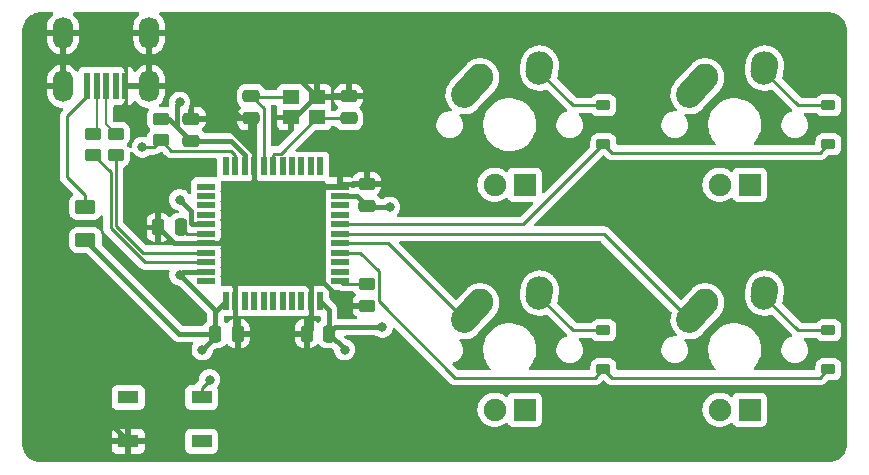
<source format=gbl>
%TF.GenerationSoftware,KiCad,Pcbnew,7.0.10*%
%TF.CreationDate,2024-01-02T18:30:23-06:00*%
%TF.ProjectId,Keyboard3x3,4b657962-6f61-4726-9433-78332e6b6963,rev?*%
%TF.SameCoordinates,Original*%
%TF.FileFunction,Copper,L2,Bot*%
%TF.FilePolarity,Positive*%
%FSLAX46Y46*%
G04 Gerber Fmt 4.6, Leading zero omitted, Abs format (unit mm)*
G04 Created by KiCad (PCBNEW 7.0.10) date 2024-01-02 18:30:23*
%MOMM*%
%LPD*%
G01*
G04 APERTURE LIST*
G04 Aperture macros list*
%AMRoundRect*
0 Rectangle with rounded corners*
0 $1 Rounding radius*
0 $2 $3 $4 $5 $6 $7 $8 $9 X,Y pos of 4 corners*
0 Add a 4 corners polygon primitive as box body*
4,1,4,$2,$3,$4,$5,$6,$7,$8,$9,$2,$3,0*
0 Add four circle primitives for the rounded corners*
1,1,$1+$1,$2,$3*
1,1,$1+$1,$4,$5*
1,1,$1+$1,$6,$7*
1,1,$1+$1,$8,$9*
0 Add four rect primitives between the rounded corners*
20,1,$1+$1,$2,$3,$4,$5,0*
20,1,$1+$1,$4,$5,$6,$7,0*
20,1,$1+$1,$6,$7,$8,$9,0*
20,1,$1+$1,$8,$9,$2,$3,0*%
%AMHorizOval*
0 Thick line with rounded ends*
0 $1 width*
0 $2 $3 position (X,Y) of the first rounded end (center of the circle)*
0 $4 $5 position (X,Y) of the second rounded end (center of the circle)*
0 Add line between two ends*
20,1,$1,$2,$3,$4,$5,0*
0 Add two circle primitives to create the rounded ends*
1,1,$1,$2,$3*
1,1,$1,$4,$5*%
G04 Aperture macros list end*
%TA.AperFunction,ComponentPad*%
%ADD10HorizOval,2.250000X0.655001X0.730000X-0.655001X-0.730000X0*%
%TD*%
%TA.AperFunction,ComponentPad*%
%ADD11C,2.250000*%
%TD*%
%TA.AperFunction,ComponentPad*%
%ADD12HorizOval,2.250000X0.020000X0.290000X-0.020000X-0.290000X0*%
%TD*%
%TA.AperFunction,ComponentPad*%
%ADD13C,1.905000*%
%TD*%
%TA.AperFunction,ComponentPad*%
%ADD14R,1.905000X1.905000*%
%TD*%
%TA.AperFunction,SMDPad,CuDef*%
%ADD15R,0.500000X2.250000*%
%TD*%
%TA.AperFunction,ComponentPad*%
%ADD16O,1.700000X2.700000*%
%TD*%
%TA.AperFunction,SMDPad,CuDef*%
%ADD17RoundRect,0.250000X-0.250000X-0.475000X0.250000X-0.475000X0.250000X0.475000X-0.250000X0.475000X0*%
%TD*%
%TA.AperFunction,SMDPad,CuDef*%
%ADD18RoundRect,0.250000X-0.450000X0.262500X-0.450000X-0.262500X0.450000X-0.262500X0.450000X0.262500X0*%
%TD*%
%TA.AperFunction,SMDPad,CuDef*%
%ADD19RoundRect,0.225000X0.375000X-0.225000X0.375000X0.225000X-0.375000X0.225000X-0.375000X-0.225000X0*%
%TD*%
%TA.AperFunction,SMDPad,CuDef*%
%ADD20RoundRect,0.250000X0.250000X0.475000X-0.250000X0.475000X-0.250000X-0.475000X0.250000X-0.475000X0*%
%TD*%
%TA.AperFunction,SMDPad,CuDef*%
%ADD21RoundRect,0.250000X0.475000X-0.250000X0.475000X0.250000X-0.475000X0.250000X-0.475000X-0.250000X0*%
%TD*%
%TA.AperFunction,SMDPad,CuDef*%
%ADD22RoundRect,0.250000X-0.475000X0.250000X-0.475000X-0.250000X0.475000X-0.250000X0.475000X0.250000X0*%
%TD*%
%TA.AperFunction,SMDPad,CuDef*%
%ADD23R,1.400000X1.200000*%
%TD*%
%TA.AperFunction,SMDPad,CuDef*%
%ADD24R,1.500000X0.550000*%
%TD*%
%TA.AperFunction,SMDPad,CuDef*%
%ADD25R,0.550000X1.500000*%
%TD*%
%TA.AperFunction,SMDPad,CuDef*%
%ADD26R,1.800000X1.100000*%
%TD*%
%TA.AperFunction,SMDPad,CuDef*%
%ADD27RoundRect,0.250000X-0.625000X0.375000X-0.625000X-0.375000X0.625000X-0.375000X0.625000X0.375000X0*%
%TD*%
%TA.AperFunction,ViaPad*%
%ADD28C,0.800000*%
%TD*%
%TA.AperFunction,Conductor*%
%ADD29C,0.381000*%
%TD*%
%TA.AperFunction,Conductor*%
%ADD30C,0.254000*%
%TD*%
%TA.AperFunction,Conductor*%
%ADD31C,0.200000*%
%TD*%
G04 APERTURE END LIST*
D10*
%TO.P,MX3,1,COL*%
%TO.N,COL1*%
X94710001Y-53955000D03*
D11*
X95365000Y-53225000D03*
D12*
%TO.P,MX3,2,ROW*%
%TO.N,Net-(D3-A)*%
X100385000Y-52435000D03*
D11*
X100405000Y-52145000D03*
D13*
%TO.P,MX3,3*%
%TO.N,N/C*%
X96595000Y-62305000D03*
D14*
%TO.P,MX3,4*%
X99135000Y-62305000D03*
%TD*%
D10*
%TO.P,MX1,1,COL*%
%TO.N,COL0*%
X75660001Y-53955000D03*
D11*
X76315000Y-53225000D03*
D12*
%TO.P,MX1,2,ROW*%
%TO.N,Net-(D1-A)*%
X81335000Y-52435000D03*
D11*
X81355000Y-52145000D03*
D13*
%TO.P,MX1,3*%
%TO.N,N/C*%
X77545000Y-62305000D03*
D14*
%TO.P,MX1,4*%
X80085000Y-62305000D03*
%TD*%
D10*
%TO.P,MX2,1,COL*%
%TO.N,COL0*%
X75660001Y-73005000D03*
D11*
X76315000Y-72275000D03*
D12*
%TO.P,MX2,2,ROW*%
%TO.N,Net-(D2-A)*%
X81335000Y-71485000D03*
D11*
X81355000Y-71195000D03*
D13*
%TO.P,MX2,3*%
%TO.N,N/C*%
X77545000Y-81355000D03*
D14*
%TO.P,MX2,4*%
X80085000Y-81355000D03*
%TD*%
D10*
%TO.P,MX4,1,COL*%
%TO.N,COL1*%
X94710001Y-73005000D03*
D11*
X95365000Y-72275000D03*
D12*
%TO.P,MX4,2,ROW*%
%TO.N,Net-(D4-A)*%
X100385000Y-71485000D03*
D11*
X100405000Y-71195000D03*
D13*
%TO.P,MX4,3*%
%TO.N,N/C*%
X96595000Y-81355000D03*
D14*
%TO.P,MX4,4*%
X99135000Y-81355000D03*
%TD*%
D15*
%TO.P,USB1,1,GND*%
%TO.N,GND*%
X46252000Y-53950000D03*
%TO.P,USB1,2,ID*%
%TO.N,unconnected-(USB1-ID-Pad2)*%
X45452000Y-53950000D03*
%TO.P,USB1,3,D+*%
%TO.N,D+*%
X44652000Y-53950000D03*
%TO.P,USB1,4,D-*%
%TO.N,D-*%
X43852000Y-53950000D03*
%TO.P,USB1,5,VBUS*%
%TO.N,Net-(USB1-VBUS)*%
X43052000Y-53950000D03*
D16*
%TO.P,USB1,6,SHIELD*%
%TO.N,GND*%
X48302000Y-49450000D03*
X41002000Y-49450000D03*
X48302000Y-53950000D03*
X41002000Y-53950000D03*
%TD*%
D17*
%TO.P,C6,1*%
%TO.N,+5V*%
X53894000Y-74919500D03*
%TO.P,C6,2*%
%TO.N,GND*%
X55794000Y-74919500D03*
%TD*%
D18*
%TO.P,R2,1*%
%TO.N,D+*%
X45480000Y-57992500D03*
%TO.P,R2,2*%
%TO.N,Net-(U1-D+)*%
X45480000Y-59817500D03*
%TD*%
%TO.P,R3,1*%
%TO.N,+5V*%
X49290000Y-56722500D03*
%TO.P,R3,2*%
%TO.N,Net-(U1-~{RESET})*%
X49290000Y-58547500D03*
%TD*%
%TO.P,R1,1*%
%TO.N,D-*%
X43575000Y-57992500D03*
%TO.P,R1,2*%
%TO.N,Net-(U1-D-)*%
X43575000Y-59817500D03*
%TD*%
D19*
%TO.P,D3,1,K*%
%TO.N,ROW0*%
X105802500Y-58875000D03*
%TO.P,D3,2,A*%
%TO.N,Net-(D3-A)*%
X105802500Y-55575000D03*
%TD*%
%TO.P,D1,1,K*%
%TO.N,ROW0*%
X86752500Y-58875000D03*
%TO.P,D1,2,A*%
%TO.N,Net-(D1-A)*%
X86752500Y-55575000D03*
%TD*%
D20*
%TO.P,C7,1*%
%TO.N,Net-(U1-UCAP)*%
X50973750Y-65928000D03*
%TO.P,C7,2*%
%TO.N,GND*%
X49073750Y-65928000D03*
%TD*%
D21*
%TO.P,C2,1*%
%TO.N,+5V*%
X66706000Y-64115250D03*
%TO.P,C2,2*%
%TO.N,GND*%
X66706000Y-62215250D03*
%TD*%
D22*
%TO.P,C4,1*%
%TO.N,GND*%
X65190000Y-54800000D03*
%TO.P,C4,2*%
%TO.N,Net-(U1-XTAL1)*%
X65190000Y-56700000D03*
%TD*%
D23*
%TO.P,Y1,1,1*%
%TO.N,Net-(U1-XTAL1)*%
X62505368Y-56615268D03*
%TO.P,Y1,2,2*%
%TO.N,GND*%
X60305368Y-56615268D03*
%TO.P,Y1,3,3*%
%TO.N,Net-(U1-XTAL2)*%
X60305368Y-54915268D03*
%TO.P,Y1,4,4*%
%TO.N,GND*%
X62505368Y-54915268D03*
%TD*%
D24*
%TO.P,U1,1,PE6*%
%TO.N,unconnected-(U1-PE6-Pad1)*%
X53080000Y-70465000D03*
%TO.P,U1,2,UVCC*%
%TO.N,+5V*%
X53080000Y-69665000D03*
%TO.P,U1,3,D-*%
%TO.N,Net-(U1-D-)*%
X53080000Y-68865000D03*
%TO.P,U1,4,D+*%
%TO.N,Net-(U1-D+)*%
X53080000Y-68065000D03*
%TO.P,U1,5,UGND*%
%TO.N,GND*%
X53080000Y-67265000D03*
%TO.P,U1,6,UCAP*%
%TO.N,Net-(U1-UCAP)*%
X53080000Y-66465000D03*
%TO.P,U1,7,VBUS*%
%TO.N,+5V*%
X53080000Y-65665000D03*
%TO.P,U1,8,PB0*%
%TO.N,unconnected-(U1-PB0-Pad8)*%
X53080000Y-64865000D03*
%TO.P,U1,9,PB1*%
%TO.N,unconnected-(U1-PB1-Pad9)*%
X53080000Y-64065000D03*
%TO.P,U1,10,PB2*%
%TO.N,unconnected-(U1-PB2-Pad10)*%
X53080000Y-63265000D03*
%TO.P,U1,11,PB3*%
%TO.N,unconnected-(U1-PB3-Pad11)*%
X53080000Y-62465000D03*
D25*
%TO.P,U1,12,PB7*%
%TO.N,unconnected-(U1-PB7-Pad12)*%
X54780000Y-60765000D03*
%TO.P,U1,13,~{RESET}*%
%TO.N,Net-(U1-~{RESET})*%
X55580000Y-60765000D03*
%TO.P,U1,14,VCC*%
%TO.N,+5V*%
X56380000Y-60765000D03*
%TO.P,U1,15,GND*%
%TO.N,GND*%
X57180000Y-60765000D03*
%TO.P,U1,16,XTAL2*%
%TO.N,Net-(U1-XTAL2)*%
X57980000Y-60765000D03*
%TO.P,U1,17,XTAL1*%
%TO.N,Net-(U1-XTAL1)*%
X58780000Y-60765000D03*
%TO.P,U1,18,PD0*%
%TO.N,unconnected-(U1-PD0-Pad18)*%
X59580000Y-60765000D03*
%TO.P,U1,19,PD1*%
%TO.N,unconnected-(U1-PD1-Pad19)*%
X60380000Y-60765000D03*
%TO.P,U1,20,PD2*%
%TO.N,unconnected-(U1-PD2-Pad20)*%
X61180000Y-60765000D03*
%TO.P,U1,21,PD3*%
%TO.N,unconnected-(U1-PD3-Pad21)*%
X61980000Y-60765000D03*
%TO.P,U1,22,PD5*%
%TO.N,unconnected-(U1-PD5-Pad22)*%
X62780000Y-60765000D03*
D24*
%TO.P,U1,23,GND*%
%TO.N,GND*%
X64480000Y-62465000D03*
%TO.P,U1,24,AVCC*%
%TO.N,+5V*%
X64480000Y-63265000D03*
%TO.P,U1,25,PD4*%
%TO.N,unconnected-(U1-PD4-Pad25)*%
X64480000Y-64065000D03*
%TO.P,U1,26,PD6*%
%TO.N,unconnected-(U1-PD6-Pad26)*%
X64480000Y-64865000D03*
%TO.P,U1,27,PD7*%
%TO.N,ROW0*%
X64480000Y-65665000D03*
%TO.P,U1,28,PB4*%
%TO.N,COL1*%
X64480000Y-66465000D03*
%TO.P,U1,29,PB5*%
%TO.N,COL0*%
X64480000Y-67265000D03*
%TO.P,U1,30,PB6*%
%TO.N,ROW1*%
X64480000Y-68065000D03*
%TO.P,U1,31,PC6*%
%TO.N,unconnected-(U1-PC6-Pad31)*%
X64480000Y-68865000D03*
%TO.P,U1,32,PC7*%
%TO.N,unconnected-(U1-PC7-Pad32)*%
X64480000Y-69665000D03*
%TO.P,U1,33,~{HWB}/PE2*%
%TO.N,Net-(U1-~{HWB}{slash}PE2)*%
X64480000Y-70465000D03*
D25*
%TO.P,U1,34,VCC*%
%TO.N,+5V*%
X62780000Y-72165000D03*
%TO.P,U1,35,GND*%
%TO.N,GND*%
X61980000Y-72165000D03*
%TO.P,U1,36,PF7*%
%TO.N,unconnected-(U1-PF7-Pad36)*%
X61180000Y-72165000D03*
%TO.P,U1,37,PF6*%
%TO.N,unconnected-(U1-PF6-Pad37)*%
X60380000Y-72165000D03*
%TO.P,U1,38,PF5*%
%TO.N,unconnected-(U1-PF5-Pad38)*%
X59580000Y-72165000D03*
%TO.P,U1,39,PF4*%
%TO.N,unconnected-(U1-PF4-Pad39)*%
X58780000Y-72165000D03*
%TO.P,U1,40,PF1*%
%TO.N,unconnected-(U1-PF1-Pad40)*%
X57980000Y-72165000D03*
%TO.P,U1,41,PF0*%
%TO.N,unconnected-(U1-PF0-Pad41)*%
X57180000Y-72165000D03*
%TO.P,U1,42,AREF*%
%TO.N,unconnected-(U1-AREF-Pad42)*%
X56380000Y-72165000D03*
%TO.P,U1,43,GND*%
%TO.N,GND*%
X55580000Y-72165000D03*
%TO.P,U1,44,AVCC*%
%TO.N,+5V*%
X54780000Y-72165000D03*
%TD*%
D20*
%TO.P,C3,1*%
%TO.N,+5V*%
X63515000Y-74915250D03*
%TO.P,C3,2*%
%TO.N,GND*%
X61615000Y-74915250D03*
%TD*%
D18*
%TO.P,R4,1*%
%TO.N,Net-(U1-~{HWB}{slash}PE2)*%
X66715750Y-70721500D03*
%TO.P,R4,2*%
%TO.N,GND*%
X66715750Y-72546500D03*
%TD*%
D19*
%TO.P,D4,1,K*%
%TO.N,ROW1*%
X105802500Y-77925000D03*
%TO.P,D4,2,A*%
%TO.N,Net-(D4-A)*%
X105802500Y-74625000D03*
%TD*%
D26*
%TO.P,SW1,1,1*%
%TO.N,GND*%
X46526440Y-84023250D03*
%TO.P,SW1,2,2*%
%TO.N,Net-(U1-~{RESET})*%
X52726440Y-80323250D03*
%TO.P,SW1,3*%
%TO.N,N/C*%
X46526440Y-80323250D03*
%TO.P,SW1,4*%
X52726440Y-84023250D03*
%TD*%
D21*
%TO.P,C1,1*%
%TO.N,+5V*%
X51855000Y-58605000D03*
%TO.P,C1,2*%
%TO.N,GND*%
X51855000Y-56705000D03*
%TD*%
D27*
%TO.P,F1,1*%
%TO.N,Net-(USB1-VBUS)*%
X42896940Y-64193750D03*
%TO.P,F1,2*%
%TO.N,+5V*%
X42896940Y-66993750D03*
%TD*%
D19*
%TO.P,D2,1,K*%
%TO.N,ROW1*%
X86752500Y-77925000D03*
%TO.P,D2,2,A*%
%TO.N,Net-(D2-A)*%
X86752500Y-74625000D03*
%TD*%
D21*
%TO.P,C5,1*%
%TO.N,GND*%
X56935000Y-56700000D03*
%TO.P,C5,2*%
%TO.N,Net-(U1-XTAL2)*%
X56935000Y-54800000D03*
%TD*%
D28*
%TO.N,+5V*%
X50875000Y-63575000D03*
X50875000Y-69925000D03*
X68020000Y-74370000D03*
X68655000Y-64210000D03*
X64845000Y-76275000D03*
X52780000Y-76275000D03*
X50875000Y-55320000D03*
%TO.N,Net-(U1-~{RESET})*%
X53415000Y-78815000D03*
X47700000Y-59130000D03*
%TD*%
D29*
%TO.N,+5V*%
X51855000Y-58605000D02*
X55226000Y-58605000D01*
X49972500Y-56722500D02*
X50675000Y-57425000D01*
X51864250Y-64564250D02*
X50875000Y-63575000D01*
X66800750Y-64210000D02*
X66706000Y-64115250D01*
X53894000Y-72944000D02*
X50875000Y-69925000D01*
X64060250Y-74370000D02*
X68020000Y-74370000D01*
X53894000Y-75161000D02*
X52780000Y-76275000D01*
X53894000Y-74919500D02*
X53894000Y-75161000D01*
X68655000Y-64210000D02*
X66800750Y-64210000D01*
X50675000Y-55520000D02*
X50675000Y-57425000D01*
X64845000Y-76275000D02*
X64845000Y-76245250D01*
X53080000Y-65665000D02*
X51949000Y-65665000D01*
X50822690Y-74919500D02*
X53894000Y-74919500D01*
X63515000Y-74915250D02*
X63515000Y-72900000D01*
X55226000Y-58605000D02*
X56380000Y-59759000D01*
X49925000Y-56722500D02*
X49972500Y-56722500D01*
X53080000Y-69665000D02*
X51135000Y-69665000D01*
X66706000Y-64115250D02*
X65855750Y-63265000D01*
X51135000Y-69665000D02*
X50875000Y-69925000D01*
X42896940Y-66993750D02*
X50822690Y-74919500D01*
X53894000Y-74919500D02*
X53894000Y-72944000D01*
X65855750Y-63265000D02*
X64480000Y-63265000D01*
X63515000Y-72900000D02*
X62780000Y-72165000D01*
X51864250Y-65580250D02*
X51864250Y-64564250D01*
X50675000Y-57425000D02*
X51855000Y-58605000D01*
X56380000Y-59759000D02*
X56380000Y-60765000D01*
X53894000Y-74919500D02*
X53894000Y-73051000D01*
X51949000Y-65665000D02*
X51864250Y-65580250D01*
X64845000Y-76245250D02*
X63515000Y-74915250D01*
X50875000Y-55320000D02*
X50675000Y-55520000D01*
X63515000Y-74915250D02*
X64060250Y-74370000D01*
X53894000Y-73051000D02*
X54780000Y-72165000D01*
%TO.N,GND*%
X45795000Y-77545000D02*
X55320000Y-77545000D01*
X66706000Y-62215250D02*
X64729750Y-62215250D01*
X61410844Y-55853871D02*
X62349447Y-54915268D01*
X54211000Y-67265000D02*
X54388000Y-67088000D01*
X64729750Y-62215250D02*
X64480000Y-62465000D01*
X59226000Y-68280000D02*
X55580000Y-68280000D01*
X53080000Y-67265000D02*
X54211000Y-67265000D01*
X49073750Y-65928000D02*
X50410750Y-67265000D01*
X43255000Y-80085000D02*
X45795000Y-77545000D01*
X61035000Y-53415000D02*
X55955000Y-53415000D01*
X57749000Y-63727000D02*
X57749000Y-62465000D01*
X54251000Y-56705000D02*
X57180000Y-59634000D01*
X54388000Y-67088000D02*
X57749000Y-63727000D01*
X55794000Y-77071000D02*
X55794000Y-74919500D01*
X57180000Y-61896000D02*
X57749000Y-62465000D01*
X55320000Y-54050000D02*
X55320000Y-55955000D01*
X61980000Y-71034000D02*
X61270500Y-70324500D01*
X57749000Y-62465000D02*
X64480000Y-62465000D01*
X62505368Y-54885368D02*
X61035000Y-53415000D01*
X43255000Y-80751810D02*
X43255000Y-80085000D01*
X61270500Y-70324500D02*
X59226000Y-68280000D01*
X57180000Y-59634000D02*
X57180000Y-60765000D01*
X46526440Y-84023250D02*
X43255000Y-80751810D01*
X62349447Y-54915268D02*
X62505368Y-54915268D01*
X66715750Y-72546500D02*
X64967500Y-72546500D01*
X50410750Y-67265000D02*
X53080000Y-67265000D01*
X60305368Y-56615268D02*
X60650856Y-56615268D01*
X61980000Y-72165000D02*
X61980000Y-71034000D01*
X55320000Y-77545000D02*
X55794000Y-77071000D01*
X61615000Y-74915250D02*
X61980000Y-74550250D01*
X57019732Y-56615268D02*
X56935000Y-56700000D01*
X51855000Y-56705000D02*
X54251000Y-56705000D01*
X57180000Y-60765000D02*
X57180000Y-56945000D01*
X61980000Y-74550250D02*
X61980000Y-72165000D01*
X61410844Y-55855280D02*
X61410844Y-55853871D01*
X60650856Y-56615268D02*
X61410844Y-55855280D01*
X55955000Y-53415000D02*
X55320000Y-54050000D01*
X57180000Y-60765000D02*
X57180000Y-61896000D01*
X55794000Y-74919500D02*
X55580000Y-74705500D01*
X62745500Y-70324500D02*
X61270500Y-70324500D01*
X55580000Y-74705500D02*
X55580000Y-72165000D01*
X55580000Y-68280000D02*
X54388000Y-67088000D01*
X57180000Y-56945000D02*
X56935000Y-56700000D01*
X55580000Y-72165000D02*
X55580000Y-68280000D01*
X62505368Y-54915268D02*
X65074732Y-54915268D01*
X56065000Y-56700000D02*
X56935000Y-56700000D01*
X65074732Y-54915268D02*
X65190000Y-54800000D01*
X55320000Y-55955000D02*
X56065000Y-56700000D01*
X64967500Y-72546500D02*
X62745500Y-70324500D01*
X62505368Y-54915268D02*
X62505368Y-54885368D01*
D30*
%TO.N,Net-(U1-XTAL1)*%
X62505368Y-56615268D02*
X59432636Y-59688000D01*
X59432636Y-59688000D02*
X58853000Y-59688000D01*
X65190000Y-56700000D02*
X62590100Y-56700000D01*
X58853000Y-59688000D02*
X58780000Y-59761000D01*
X58780000Y-59761000D02*
X58780000Y-60765000D01*
X62590100Y-56700000D02*
X62505368Y-56615268D01*
%TO.N,Net-(U1-XTAL2)*%
X57987000Y-55852000D02*
X57987000Y-60758000D01*
X56935000Y-54800000D02*
X57987000Y-55852000D01*
X60305368Y-54915268D02*
X57050268Y-54915268D01*
X57050268Y-54915268D02*
X56935000Y-54800000D01*
X57987000Y-60758000D02*
X57980000Y-60765000D01*
%TO.N,Net-(U1-UCAP)*%
X50973750Y-65928000D02*
X51510750Y-66465000D01*
X51510750Y-66465000D02*
X53080000Y-66465000D01*
%TO.N,ROW0*%
X79962500Y-65665000D02*
X64480000Y-65665000D01*
X105081600Y-59595900D02*
X105802500Y-58875000D01*
X86752500Y-58875000D02*
X79962500Y-65665000D01*
X86752500Y-58875000D02*
X87473400Y-59595900D01*
X87473400Y-59595900D02*
X105081600Y-59595900D01*
%TO.N,Net-(D1-A)*%
X81315000Y-52725000D02*
X84165000Y-55575000D01*
X84165000Y-55575000D02*
X86752500Y-55575000D01*
%TO.N,ROW1*%
X87473400Y-78645900D02*
X86752500Y-77925000D01*
X67742750Y-72187750D02*
X67742750Y-69647750D01*
X86031600Y-78645900D02*
X74200900Y-78645900D01*
X67742750Y-69647750D02*
X66160000Y-68065000D01*
X105081600Y-78645900D02*
X87473400Y-78645900D01*
X86752500Y-77925000D02*
X86031600Y-78645900D01*
X74200900Y-78645900D02*
X67742750Y-72187750D01*
X105802500Y-77925000D02*
X105081600Y-78645900D01*
X66160000Y-68065000D02*
X64480000Y-68065000D01*
%TO.N,Net-(D2-A)*%
X84165000Y-74625000D02*
X81315000Y-71775000D01*
X86752500Y-74625000D02*
X84165000Y-74625000D01*
%TO.N,Net-(D3-A)*%
X105802500Y-55575000D02*
X103215000Y-55575000D01*
X103215000Y-55575000D02*
X100365000Y-52725000D01*
%TO.N,Net-(D4-A)*%
X103215000Y-74625000D02*
X100365000Y-71775000D01*
X105802500Y-74625000D02*
X103215000Y-74625000D01*
%TO.N,Net-(USB1-VBUS)*%
X41350000Y-61670000D02*
X42896940Y-63216940D01*
X42896940Y-63216940D02*
X42896940Y-64193750D01*
X43052000Y-54825000D02*
X41350000Y-56527000D01*
X43052000Y-53950000D02*
X43052000Y-54825000D01*
X41350000Y-56527000D02*
X41350000Y-61670000D01*
%TO.N,COL0*%
X75005000Y-73735000D02*
X68535000Y-67265000D01*
X68535000Y-67265000D02*
X64480000Y-67265000D01*
%TO.N,COL1*%
X86785000Y-66465000D02*
X64480000Y-66465000D01*
X94055000Y-73735000D02*
X86785000Y-66465000D01*
D31*
%TO.N,D-*%
X43852000Y-53950000D02*
X43852000Y-57715500D01*
X43852000Y-57715500D02*
X43575000Y-57992500D01*
D30*
%TO.N,Net-(U1-D-)*%
X45026000Y-61268500D02*
X45026000Y-65988052D01*
X43575000Y-59817500D02*
X45026000Y-61268500D01*
X47902948Y-68865000D02*
X53080000Y-68865000D01*
X45026000Y-65988052D02*
X47902948Y-68865000D01*
D31*
%TO.N,D+*%
X44652000Y-57164500D02*
X45480000Y-57992500D01*
X44652000Y-53950000D02*
X44652000Y-57164500D01*
D30*
%TO.N,Net-(U1-D+)*%
X47745000Y-68065000D02*
X53080000Y-68065000D01*
X45480000Y-65800000D02*
X47745000Y-68065000D01*
X45480000Y-59817500D02*
X45480000Y-65800000D01*
%TO.N,Net-(U1-~{RESET})*%
X48707500Y-59130000D02*
X49290000Y-58547500D01*
X49290000Y-58547500D02*
X50174500Y-59432000D01*
X52726440Y-80323250D02*
X52726440Y-79503560D01*
X55580000Y-59761000D02*
X55580000Y-60765000D01*
X52726440Y-79503560D02*
X53415000Y-78815000D01*
X47700000Y-59130000D02*
X48707500Y-59130000D01*
X55251000Y-59432000D02*
X55580000Y-59761000D01*
X50174500Y-59432000D02*
X55251000Y-59432000D01*
%TO.N,Net-(U1-~{HWB}{slash}PE2)*%
X66715750Y-70721500D02*
X64736500Y-70721500D01*
X64736500Y-70721500D02*
X64480000Y-70465000D01*
%TD*%
%TA.AperFunction,Conductor*%
%TO.N,GND*%
G36*
X63682127Y-71240500D02*
G01*
X64339326Y-71240499D01*
X64406365Y-71260184D01*
X64414068Y-71265630D01*
X64414537Y-71265907D01*
X64414538Y-71265908D01*
X64454762Y-71283314D01*
X64465254Y-71288454D01*
X64503658Y-71309568D01*
X64503660Y-71309569D01*
X64503666Y-71309572D01*
X64521392Y-71314123D01*
X64523160Y-71314577D01*
X64541564Y-71320877D01*
X64560042Y-71328874D01*
X64603351Y-71335733D01*
X64614758Y-71338095D01*
X64657228Y-71349000D01*
X64677358Y-71349000D01*
X64696757Y-71350527D01*
X64716633Y-71353675D01*
X64756428Y-71349913D01*
X64760270Y-71349550D01*
X64771939Y-71349000D01*
X65539896Y-71349000D01*
X65606935Y-71368685D01*
X65645434Y-71407903D01*
X65672744Y-71452180D01*
X65673037Y-71452654D01*
X65673039Y-71452657D01*
X65767054Y-71546672D01*
X65800539Y-71607995D01*
X65795555Y-71677687D01*
X65767055Y-71722034D01*
X65673432Y-71815657D01*
X65581393Y-71964875D01*
X65581391Y-71964880D01*
X65526244Y-72131302D01*
X65526243Y-72131309D01*
X65515750Y-72234013D01*
X65515750Y-72296500D01*
X66841750Y-72296500D01*
X66908789Y-72316185D01*
X66954544Y-72368989D01*
X66965750Y-72420500D01*
X66965750Y-72672500D01*
X66946065Y-72739539D01*
X66893261Y-72785294D01*
X66841750Y-72796500D01*
X65515751Y-72796500D01*
X65515751Y-72858986D01*
X65526244Y-72961697D01*
X65581391Y-73128119D01*
X65581393Y-73128124D01*
X65673434Y-73277345D01*
X65797404Y-73401315D01*
X65875461Y-73449461D01*
X65922185Y-73501409D01*
X65933408Y-73570372D01*
X65905564Y-73634454D01*
X65847496Y-73673310D01*
X65810364Y-73679000D01*
X64330000Y-73679000D01*
X64262961Y-73659315D01*
X64217206Y-73606511D01*
X64206000Y-73555000D01*
X64206000Y-72924624D01*
X64206226Y-72917137D01*
X64209805Y-72857972D01*
X64207592Y-72845898D01*
X64199114Y-72799636D01*
X64197991Y-72792253D01*
X64190848Y-72733418D01*
X64187359Y-72724218D01*
X64181331Y-72702596D01*
X64179557Y-72692915D01*
X64155221Y-72638842D01*
X64152362Y-72631938D01*
X64131346Y-72576522D01*
X64131345Y-72576520D01*
X64130576Y-72575406D01*
X64125748Y-72568411D01*
X64114725Y-72548866D01*
X64110688Y-72539895D01*
X64110687Y-72539894D01*
X64110687Y-72539893D01*
X64110685Y-72539890D01*
X64074138Y-72493243D01*
X64069696Y-72487206D01*
X64036022Y-72438419D01*
X64036020Y-72438417D01*
X63991639Y-72399099D01*
X63986201Y-72393979D01*
X63591818Y-71999596D01*
X63558333Y-71938273D01*
X63555499Y-71911915D01*
X63555499Y-71364499D01*
X63575184Y-71297460D01*
X63627988Y-71251705D01*
X63679499Y-71240499D01*
X63682118Y-71240499D01*
X63682127Y-71240500D01*
G37*
%TD.AperFunction*%
%TA.AperFunction,Conductor*%
G36*
X46885702Y-59534233D02*
G01*
X46911884Y-59565943D01*
X46959511Y-59648436D01*
X46967467Y-59662216D01*
X47094129Y-59802888D01*
X47247265Y-59914148D01*
X47247270Y-59914151D01*
X47420192Y-59991142D01*
X47420197Y-59991144D01*
X47605354Y-60030500D01*
X47605355Y-60030500D01*
X47794644Y-60030500D01*
X47794646Y-60030500D01*
X47979803Y-59991144D01*
X48152730Y-59914151D01*
X48305871Y-59802888D01*
X48309799Y-59798525D01*
X48369286Y-59761879D01*
X48401947Y-59757500D01*
X48624533Y-59757500D01*
X48640181Y-59759227D01*
X48640208Y-59758946D01*
X48647975Y-59759680D01*
X48647976Y-59759679D01*
X48647977Y-59759680D01*
X48715419Y-59757561D01*
X48719313Y-59757500D01*
X48746972Y-59757500D01*
X48746976Y-59757500D01*
X48750974Y-59756994D01*
X48762614Y-59756077D01*
X48806443Y-59754701D01*
X48825772Y-59749084D01*
X48844828Y-59745137D01*
X48864793Y-59742616D01*
X48905555Y-59726476D01*
X48916592Y-59722698D01*
X48958691Y-59710468D01*
X48976015Y-59700221D01*
X48993483Y-59691663D01*
X49012203Y-59684253D01*
X49047677Y-59658478D01*
X49057415Y-59652081D01*
X49095156Y-59629763D01*
X49109397Y-59615520D01*
X49124178Y-59602897D01*
X49140467Y-59591063D01*
X49140468Y-59591061D01*
X49146783Y-59586474D01*
X49148269Y-59588519D01*
X49199568Y-59562565D01*
X49222109Y-59560499D01*
X49364218Y-59560499D01*
X49431257Y-59580184D01*
X49451899Y-59596818D01*
X49672124Y-59817043D01*
X49681971Y-59829333D01*
X49682189Y-59829154D01*
X49687157Y-59835159D01*
X49736346Y-59881351D01*
X49739143Y-59884062D01*
X49758707Y-59903626D01*
X49761885Y-59906090D01*
X49770781Y-59913687D01*
X49802735Y-59943695D01*
X49802737Y-59943696D01*
X49820367Y-59953387D01*
X49836635Y-59964072D01*
X49852538Y-59976408D01*
X49892762Y-59993814D01*
X49903254Y-59998954D01*
X49941658Y-60020068D01*
X49941660Y-60020069D01*
X49941666Y-60020072D01*
X49960740Y-60024969D01*
X49961160Y-60025077D01*
X49979564Y-60031377D01*
X49998042Y-60039374D01*
X50041351Y-60046233D01*
X50052758Y-60048595D01*
X50095228Y-60059500D01*
X50115358Y-60059500D01*
X50134757Y-60061027D01*
X50154633Y-60064175D01*
X50194428Y-60060413D01*
X50198270Y-60060050D01*
X50209939Y-60059500D01*
X53880500Y-60059500D01*
X53947539Y-60079185D01*
X53993294Y-60131989D01*
X54004500Y-60183500D01*
X54004500Y-61565500D01*
X53984815Y-61632539D01*
X53932011Y-61678294D01*
X53880500Y-61689500D01*
X52282129Y-61689500D01*
X52282123Y-61689501D01*
X52222516Y-61695908D01*
X52087671Y-61746202D01*
X52087664Y-61746206D01*
X51972455Y-61832452D01*
X51972452Y-61832455D01*
X51886206Y-61947664D01*
X51886202Y-61947671D01*
X51837299Y-62078790D01*
X51835909Y-62082517D01*
X51829500Y-62142127D01*
X51829500Y-62142134D01*
X51829500Y-62142135D01*
X51829500Y-62787870D01*
X51829501Y-62787879D01*
X51836367Y-62851751D01*
X51836367Y-62878257D01*
X51835909Y-62882516D01*
X51835909Y-62882517D01*
X51829500Y-62942127D01*
X51829500Y-62942128D01*
X51829500Y-62942132D01*
X51829500Y-62966662D01*
X51809815Y-63033701D01*
X51757011Y-63079456D01*
X51687853Y-63089400D01*
X51624297Y-63060375D01*
X51612264Y-63047267D01*
X51611881Y-63047613D01*
X51516905Y-62942132D01*
X51480871Y-62902112D01*
X51453901Y-62882517D01*
X51327734Y-62790851D01*
X51327729Y-62790848D01*
X51154807Y-62713857D01*
X51154802Y-62713855D01*
X51009001Y-62682865D01*
X50969646Y-62674500D01*
X50780354Y-62674500D01*
X50747897Y-62681398D01*
X50595197Y-62713855D01*
X50595192Y-62713857D01*
X50422270Y-62790848D01*
X50422265Y-62790851D01*
X50269129Y-62902111D01*
X50142466Y-63042785D01*
X50047821Y-63206715D01*
X50047818Y-63206722D01*
X49993776Y-63373047D01*
X49989326Y-63386744D01*
X49969540Y-63575000D01*
X49989326Y-63763256D01*
X49989327Y-63763259D01*
X50047818Y-63943277D01*
X50047821Y-63943284D01*
X50142467Y-64107216D01*
X50269129Y-64247888D01*
X50422265Y-64359148D01*
X50422270Y-64359151D01*
X50595192Y-64436142D01*
X50595193Y-64436142D01*
X50595197Y-64436144D01*
X50694706Y-64457295D01*
X50756188Y-64490487D01*
X50789965Y-64551650D01*
X50785313Y-64621364D01*
X50743709Y-64677497D01*
X50678362Y-64702225D01*
X50675245Y-64702424D01*
X50673743Y-64702500D01*
X50570953Y-64713000D01*
X50570950Y-64713001D01*
X50404418Y-64768185D01*
X50404413Y-64768187D01*
X50255092Y-64860289D01*
X50131038Y-64984343D01*
X50131033Y-64984349D01*
X50128991Y-64987661D01*
X50126997Y-64989453D01*
X50126557Y-64990011D01*
X50126461Y-64989935D01*
X50077041Y-65034383D01*
X50008078Y-65045602D01*
X49943997Y-65017755D01*
X49917918Y-64987656D01*
X49916069Y-64984659D01*
X49916066Y-64984655D01*
X49792095Y-64860684D01*
X49642874Y-64768643D01*
X49642869Y-64768641D01*
X49476447Y-64713494D01*
X49476440Y-64713493D01*
X49373736Y-64703000D01*
X49323750Y-64703000D01*
X49323750Y-67152999D01*
X49373722Y-67152999D01*
X49373736Y-67152998D01*
X49476447Y-67142505D01*
X49642869Y-67087358D01*
X49642874Y-67087356D01*
X49792095Y-66995315D01*
X49916068Y-66871342D01*
X49917915Y-66868348D01*
X49919719Y-66866724D01*
X49920548Y-66865677D01*
X49920726Y-66865818D01*
X49969860Y-66821621D01*
X50038823Y-66810396D01*
X50102906Y-66838236D01*
X50128993Y-66868341D01*
X50131038Y-66871656D01*
X50255094Y-66995712D01*
X50404416Y-67087814D01*
X50570953Y-67142999D01*
X50673741Y-67153500D01*
X51273758Y-67153499D01*
X51273766Y-67153498D01*
X51273769Y-67153498D01*
X51376547Y-67142999D01*
X51509948Y-67098794D01*
X51548952Y-67092500D01*
X51924442Y-67092500D01*
X51991481Y-67112185D01*
X51998753Y-67117234D01*
X52063540Y-67165734D01*
X52105411Y-67221668D01*
X52110395Y-67291359D01*
X52076909Y-67352682D01*
X52063540Y-67364266D01*
X51998753Y-67412766D01*
X51933289Y-67437184D01*
X51924442Y-67437500D01*
X48056281Y-67437500D01*
X47989242Y-67417815D01*
X47968600Y-67401181D01*
X46745419Y-66178000D01*
X48073751Y-66178000D01*
X48073751Y-66452986D01*
X48084244Y-66555697D01*
X48139391Y-66722119D01*
X48139393Y-66722124D01*
X48231434Y-66871345D01*
X48355404Y-66995315D01*
X48504625Y-67087356D01*
X48504630Y-67087358D01*
X48671052Y-67142505D01*
X48671059Y-67142506D01*
X48773769Y-67152999D01*
X48823749Y-67152998D01*
X48823750Y-67152998D01*
X48823750Y-66178000D01*
X48073751Y-66178000D01*
X46745419Y-66178000D01*
X46245419Y-65678000D01*
X48073750Y-65678000D01*
X48823750Y-65678000D01*
X48823750Y-64703000D01*
X48823749Y-64702999D01*
X48773779Y-64703000D01*
X48773761Y-64703001D01*
X48671052Y-64713494D01*
X48504630Y-64768641D01*
X48504625Y-64768643D01*
X48355404Y-64860684D01*
X48231434Y-64984654D01*
X48139393Y-65133875D01*
X48139391Y-65133880D01*
X48084244Y-65300302D01*
X48084243Y-65300309D01*
X48073750Y-65403013D01*
X48073750Y-65678000D01*
X46245419Y-65678000D01*
X46143819Y-65576400D01*
X46110334Y-65515077D01*
X46107500Y-65488719D01*
X46107500Y-60901353D01*
X46127185Y-60834314D01*
X46179989Y-60788559D01*
X46192482Y-60783652D01*
X46249334Y-60764814D01*
X46398656Y-60672712D01*
X46522712Y-60548656D01*
X46614814Y-60399334D01*
X46669999Y-60232797D01*
X46680500Y-60130009D01*
X46680499Y-59627945D01*
X46700183Y-59560907D01*
X46752987Y-59515152D01*
X46822146Y-59505208D01*
X46885702Y-59534233D01*
G37*
%TD.AperFunction*%
%TA.AperFunction,Conductor*%
G36*
X59062389Y-55562453D02*
G01*
X59108144Y-55615257D01*
X59111532Y-55623435D01*
X59148536Y-55722649D01*
X59153520Y-55792341D01*
X59148536Y-55809314D01*
X59111771Y-55907885D01*
X59111769Y-55907895D01*
X59105368Y-55967423D01*
X59105368Y-56365268D01*
X60431368Y-56365268D01*
X60498407Y-56384953D01*
X60544162Y-56437757D01*
X60555368Y-56489268D01*
X60555368Y-57626486D01*
X60535683Y-57693525D01*
X60519049Y-57714167D01*
X59209036Y-59024181D01*
X59147713Y-59057666D01*
X59121355Y-59060500D01*
X58935967Y-59060500D01*
X58920318Y-59058772D01*
X58920292Y-59059054D01*
X58912524Y-59058319D01*
X58845082Y-59060439D01*
X58841188Y-59060500D01*
X58813523Y-59060500D01*
X58809514Y-59061006D01*
X58797884Y-59061921D01*
X58746263Y-59063544D01*
X58746188Y-59061179D01*
X58688595Y-59053731D01*
X58635147Y-59008731D01*
X58614513Y-58941978D01*
X58614500Y-58940217D01*
X58614500Y-56865268D01*
X59105368Y-56865268D01*
X59105368Y-57263112D01*
X59111769Y-57322640D01*
X59111771Y-57322647D01*
X59162013Y-57457354D01*
X59162017Y-57457361D01*
X59248177Y-57572455D01*
X59248180Y-57572458D01*
X59363274Y-57658618D01*
X59363281Y-57658622D01*
X59497988Y-57708864D01*
X59497995Y-57708866D01*
X59557523Y-57715267D01*
X59557540Y-57715268D01*
X60055368Y-57715268D01*
X60055368Y-56865268D01*
X59105368Y-56865268D01*
X58614500Y-56865268D01*
X58614500Y-55934964D01*
X58616228Y-55919313D01*
X58615946Y-55919287D01*
X58616680Y-55911524D01*
X58616562Y-55907784D01*
X58614561Y-55844081D01*
X58614500Y-55840187D01*
X58614500Y-55812530D01*
X58614500Y-55812524D01*
X58613993Y-55808519D01*
X58613077Y-55796871D01*
X58611701Y-55753058D01*
X58606082Y-55733718D01*
X58602139Y-55714685D01*
X58599616Y-55694707D01*
X58599614Y-55694702D01*
X58598637Y-55686965D01*
X58600733Y-55686700D01*
X58602754Y-55627778D01*
X58642519Y-55570328D01*
X58707032Y-55543498D01*
X58720464Y-55542768D01*
X58995350Y-55542768D01*
X59062389Y-55562453D01*
G37*
%TD.AperFunction*%
%TA.AperFunction,Conductor*%
G36*
X40109989Y-47720185D02*
G01*
X40155744Y-47772989D01*
X40165688Y-47842147D01*
X40136663Y-47905703D01*
X40130631Y-47912181D01*
X39963891Y-48078920D01*
X39963886Y-48078926D01*
X39828400Y-48272420D01*
X39828399Y-48272422D01*
X39728570Y-48486507D01*
X39728566Y-48486516D01*
X39667432Y-48714673D01*
X39667430Y-48714683D01*
X39652000Y-48891053D01*
X39652000Y-49200000D01*
X40652000Y-49200000D01*
X40652000Y-49700000D01*
X39652000Y-49700000D01*
X39652000Y-50008946D01*
X39667430Y-50185316D01*
X39667432Y-50185326D01*
X39728566Y-50413483D01*
X39728570Y-50413492D01*
X39828399Y-50627577D01*
X39828400Y-50627579D01*
X39963886Y-50821073D01*
X39963891Y-50821079D01*
X40130917Y-50988105D01*
X40324421Y-51123600D01*
X40538507Y-51223429D01*
X40538516Y-51223433D01*
X40752000Y-51280634D01*
X40752000Y-50295581D01*
X40807921Y-50347060D01*
X40914892Y-50393982D01*
X41031302Y-50403628D01*
X41144538Y-50374953D01*
X41242327Y-50311064D01*
X41252000Y-50298635D01*
X41252000Y-51280633D01*
X41465483Y-51223433D01*
X41465492Y-51223429D01*
X41679577Y-51123600D01*
X41679579Y-51123599D01*
X41873073Y-50988113D01*
X41873079Y-50988108D01*
X42040108Y-50821079D01*
X42040113Y-50821073D01*
X42175599Y-50627579D01*
X42175600Y-50627577D01*
X42275429Y-50413492D01*
X42275433Y-50413483D01*
X42336567Y-50185326D01*
X42336569Y-50185316D01*
X42351999Y-50008946D01*
X42352000Y-50008946D01*
X42352000Y-49700000D01*
X41352000Y-49700000D01*
X41352000Y-49200000D01*
X42352000Y-49200000D01*
X42352000Y-48891054D01*
X42351999Y-48891053D01*
X42336569Y-48714683D01*
X42336567Y-48714673D01*
X42275433Y-48486516D01*
X42275429Y-48486507D01*
X42175600Y-48272422D01*
X42175599Y-48272420D01*
X42040113Y-48078926D01*
X42040108Y-48078920D01*
X41873369Y-47912181D01*
X41839884Y-47850858D01*
X41844868Y-47781166D01*
X41886740Y-47725233D01*
X41952204Y-47700816D01*
X41961050Y-47700500D01*
X47342950Y-47700500D01*
X47409989Y-47720185D01*
X47455744Y-47772989D01*
X47465688Y-47842147D01*
X47436663Y-47905703D01*
X47430631Y-47912181D01*
X47263891Y-48078920D01*
X47263886Y-48078926D01*
X47128400Y-48272420D01*
X47128399Y-48272422D01*
X47028570Y-48486507D01*
X47028566Y-48486516D01*
X46967432Y-48714673D01*
X46967430Y-48714683D01*
X46952000Y-48891053D01*
X46952000Y-49200000D01*
X47952000Y-49200000D01*
X47952000Y-49700000D01*
X46952000Y-49700000D01*
X46952000Y-50008946D01*
X46967430Y-50185316D01*
X46967432Y-50185326D01*
X47028566Y-50413483D01*
X47028570Y-50413492D01*
X47128399Y-50627577D01*
X47128400Y-50627579D01*
X47263886Y-50821073D01*
X47263891Y-50821079D01*
X47430917Y-50988105D01*
X47624421Y-51123600D01*
X47838507Y-51223429D01*
X47838516Y-51223433D01*
X48052000Y-51280634D01*
X48052000Y-50295581D01*
X48107921Y-50347060D01*
X48214892Y-50393982D01*
X48331302Y-50403628D01*
X48444538Y-50374953D01*
X48542327Y-50311064D01*
X48552000Y-50298635D01*
X48552000Y-51280633D01*
X48765483Y-51223433D01*
X48765492Y-51223429D01*
X48979577Y-51123600D01*
X48979579Y-51123599D01*
X49173073Y-50988113D01*
X49173079Y-50988108D01*
X49340108Y-50821079D01*
X49340113Y-50821073D01*
X49475599Y-50627579D01*
X49475600Y-50627577D01*
X49575429Y-50413492D01*
X49575433Y-50413483D01*
X49636567Y-50185326D01*
X49636569Y-50185316D01*
X49651999Y-50008946D01*
X49652000Y-50008946D01*
X49652000Y-49700000D01*
X48652000Y-49700000D01*
X48652000Y-49200000D01*
X49652000Y-49200000D01*
X49652000Y-48891054D01*
X49651999Y-48891053D01*
X49636569Y-48714683D01*
X49636567Y-48714673D01*
X49575433Y-48486516D01*
X49575429Y-48486507D01*
X49475600Y-48272422D01*
X49475599Y-48272420D01*
X49340113Y-48078926D01*
X49340108Y-48078920D01*
X49173369Y-47912181D01*
X49139884Y-47850858D01*
X49144868Y-47781166D01*
X49186740Y-47725233D01*
X49252204Y-47700816D01*
X49261050Y-47700500D01*
X105798074Y-47700500D01*
X105806918Y-47700816D01*
X105871977Y-47705469D01*
X105872304Y-47705493D01*
X106028052Y-47717751D01*
X106044662Y-47720200D01*
X106138358Y-47740583D01*
X106140705Y-47741119D01*
X106260963Y-47769991D01*
X106275325Y-47774376D01*
X106370921Y-47810031D01*
X106374976Y-47811627D01*
X106448659Y-47842147D01*
X106483397Y-47856536D01*
X106495364Y-47862261D01*
X106587039Y-47912319D01*
X106592295Y-47915362D01*
X106690398Y-47975480D01*
X106699905Y-47981931D01*
X106784316Y-48045120D01*
X106790511Y-48050076D01*
X106877300Y-48124201D01*
X106884449Y-48130810D01*
X106959188Y-48205549D01*
X106965797Y-48212698D01*
X107016804Y-48272420D01*
X107039911Y-48299474D01*
X107044889Y-48305696D01*
X107108066Y-48390092D01*
X107114525Y-48399611D01*
X107174622Y-48497680D01*
X107177694Y-48502986D01*
X107204971Y-48552940D01*
X107227734Y-48594628D01*
X107233462Y-48606601D01*
X107278355Y-48714981D01*
X107279976Y-48719101D01*
X107315620Y-48814667D01*
X107320012Y-48829052D01*
X107348849Y-48949165D01*
X107349441Y-48951755D01*
X107369796Y-49045327D01*
X107372248Y-49061956D01*
X107384489Y-49217484D01*
X107384555Y-49218366D01*
X107389184Y-49283082D01*
X107389500Y-49291929D01*
X107389500Y-84208070D01*
X107389184Y-84216917D01*
X107384555Y-84281632D01*
X107384489Y-84282514D01*
X107372248Y-84438042D01*
X107369796Y-84454671D01*
X107349441Y-84548243D01*
X107348849Y-84550833D01*
X107320012Y-84670946D01*
X107315620Y-84685331D01*
X107279976Y-84780897D01*
X107278355Y-84785017D01*
X107233462Y-84893397D01*
X107227734Y-84905370D01*
X107177709Y-84996986D01*
X107174603Y-85002351D01*
X107114525Y-85100387D01*
X107108066Y-85109906D01*
X107044889Y-85194302D01*
X107039911Y-85200524D01*
X106965797Y-85287300D01*
X106959188Y-85294449D01*
X106884449Y-85369188D01*
X106877300Y-85375797D01*
X106790524Y-85449911D01*
X106784302Y-85454889D01*
X106699906Y-85518066D01*
X106690387Y-85524525D01*
X106592351Y-85584603D01*
X106586986Y-85587709D01*
X106495370Y-85637734D01*
X106483397Y-85643462D01*
X106375017Y-85688355D01*
X106370897Y-85689976D01*
X106275331Y-85725620D01*
X106260946Y-85730012D01*
X106140833Y-85758849D01*
X106138243Y-85759441D01*
X106044671Y-85779796D01*
X106028042Y-85782248D01*
X105872514Y-85794489D01*
X105871632Y-85794555D01*
X105806918Y-85799184D01*
X105798071Y-85799500D01*
X39131929Y-85799500D01*
X39123082Y-85799184D01*
X39058366Y-85794555D01*
X39057484Y-85794489D01*
X38901956Y-85782248D01*
X38885327Y-85779796D01*
X38791755Y-85759441D01*
X38789165Y-85758849D01*
X38669052Y-85730012D01*
X38654667Y-85725620D01*
X38559101Y-85689976D01*
X38554981Y-85688355D01*
X38446601Y-85643462D01*
X38434628Y-85637734D01*
X38398440Y-85617974D01*
X38342986Y-85587694D01*
X38337680Y-85584622D01*
X38239611Y-85524525D01*
X38230092Y-85518066D01*
X38145696Y-85454889D01*
X38139474Y-85449911D01*
X38052698Y-85375797D01*
X38045549Y-85369188D01*
X37970810Y-85294449D01*
X37964201Y-85287300D01*
X37890076Y-85200511D01*
X37885120Y-85194316D01*
X37821931Y-85109905D01*
X37815480Y-85100398D01*
X37755362Y-85002295D01*
X37752319Y-84997039D01*
X37702261Y-84905364D01*
X37696536Y-84893397D01*
X37664305Y-84815585D01*
X37651627Y-84784976D01*
X37650031Y-84780921D01*
X37614376Y-84685325D01*
X37609991Y-84670963D01*
X37581119Y-84550705D01*
X37580583Y-84548358D01*
X37560200Y-84454662D01*
X37557751Y-84438052D01*
X37545493Y-84282304D01*
X37545444Y-84281632D01*
X37544845Y-84273250D01*
X45126440Y-84273250D01*
X45126440Y-84621094D01*
X45132841Y-84680622D01*
X45132843Y-84680629D01*
X45183085Y-84815336D01*
X45183089Y-84815343D01*
X45269249Y-84930437D01*
X45269252Y-84930440D01*
X45384346Y-85016600D01*
X45384353Y-85016604D01*
X45519060Y-85066846D01*
X45519067Y-85066848D01*
X45578595Y-85073249D01*
X45578612Y-85073250D01*
X46276440Y-85073250D01*
X46276440Y-84273250D01*
X46776440Y-84273250D01*
X46776440Y-85073250D01*
X47474268Y-85073250D01*
X47474284Y-85073249D01*
X47533812Y-85066848D01*
X47533819Y-85066846D01*
X47668526Y-85016604D01*
X47668533Y-85016600D01*
X47783627Y-84930440D01*
X47783630Y-84930437D01*
X47869790Y-84815343D01*
X47869794Y-84815336D01*
X47920036Y-84680629D01*
X47920038Y-84680622D01*
X47926436Y-84621120D01*
X51325940Y-84621120D01*
X51325941Y-84621126D01*
X51332348Y-84680733D01*
X51382642Y-84815578D01*
X51382646Y-84815585D01*
X51468892Y-84930794D01*
X51468895Y-84930797D01*
X51584104Y-85017043D01*
X51584111Y-85017047D01*
X51718957Y-85067341D01*
X51718956Y-85067341D01*
X51725884Y-85068085D01*
X51778567Y-85073750D01*
X53674312Y-85073749D01*
X53733923Y-85067341D01*
X53868771Y-85017046D01*
X53983986Y-84930796D01*
X54070236Y-84815581D01*
X54120531Y-84680733D01*
X54126940Y-84621123D01*
X54126939Y-83425378D01*
X54120531Y-83365767D01*
X54070324Y-83231156D01*
X54070237Y-83230921D01*
X54070233Y-83230914D01*
X53983987Y-83115705D01*
X53983984Y-83115702D01*
X53868775Y-83029456D01*
X53868768Y-83029452D01*
X53733922Y-82979158D01*
X53733923Y-82979158D01*
X53674323Y-82972751D01*
X53674321Y-82972750D01*
X53674313Y-82972750D01*
X53674304Y-82972750D01*
X51778569Y-82972750D01*
X51778563Y-82972751D01*
X51718956Y-82979158D01*
X51584111Y-83029452D01*
X51584104Y-83029456D01*
X51468895Y-83115702D01*
X51468892Y-83115705D01*
X51382646Y-83230914D01*
X51382642Y-83230921D01*
X51332348Y-83365767D01*
X51325941Y-83425366D01*
X51325941Y-83425373D01*
X51325940Y-83425385D01*
X51325940Y-84621120D01*
X47926436Y-84621120D01*
X47926439Y-84621094D01*
X47926440Y-84621077D01*
X47926440Y-84273250D01*
X46776440Y-84273250D01*
X46276440Y-84273250D01*
X45126440Y-84273250D01*
X37544845Y-84273250D01*
X37540816Y-84216917D01*
X37540500Y-84208073D01*
X37540500Y-83773250D01*
X45126440Y-83773250D01*
X46276440Y-83773250D01*
X46276440Y-82973250D01*
X46776440Y-82973250D01*
X46776440Y-83773250D01*
X47926440Y-83773250D01*
X47926440Y-83425422D01*
X47926439Y-83425405D01*
X47920038Y-83365877D01*
X47920036Y-83365870D01*
X47869794Y-83231163D01*
X47869790Y-83231156D01*
X47783630Y-83116062D01*
X47783627Y-83116059D01*
X47668533Y-83029899D01*
X47668526Y-83029895D01*
X47533819Y-82979653D01*
X47533812Y-82979651D01*
X47474284Y-82973250D01*
X46776440Y-82973250D01*
X46276440Y-82973250D01*
X45578595Y-82973250D01*
X45519067Y-82979651D01*
X45519060Y-82979653D01*
X45384353Y-83029895D01*
X45384346Y-83029899D01*
X45269252Y-83116059D01*
X45269249Y-83116062D01*
X45183089Y-83231156D01*
X45183085Y-83231163D01*
X45132843Y-83365870D01*
X45132841Y-83365877D01*
X45126440Y-83425405D01*
X45126440Y-83773250D01*
X37540500Y-83773250D01*
X37540500Y-80921120D01*
X45125940Y-80921120D01*
X45125941Y-80921126D01*
X45132348Y-80980733D01*
X45182642Y-81115578D01*
X45182646Y-81115585D01*
X45268892Y-81230794D01*
X45268895Y-81230797D01*
X45384104Y-81317043D01*
X45384111Y-81317047D01*
X45518957Y-81367341D01*
X45518956Y-81367341D01*
X45525884Y-81368085D01*
X45578567Y-81373750D01*
X47474312Y-81373749D01*
X47533923Y-81367341D01*
X47668771Y-81317046D01*
X47783986Y-81230796D01*
X47870236Y-81115581D01*
X47920531Y-80980733D01*
X47926940Y-80921123D01*
X47926940Y-80921120D01*
X51325940Y-80921120D01*
X51325941Y-80921126D01*
X51332348Y-80980733D01*
X51382642Y-81115578D01*
X51382646Y-81115585D01*
X51468892Y-81230794D01*
X51468895Y-81230797D01*
X51584104Y-81317043D01*
X51584111Y-81317047D01*
X51718957Y-81367341D01*
X51718956Y-81367341D01*
X51725884Y-81368085D01*
X51778567Y-81373750D01*
X53674312Y-81373749D01*
X53733923Y-81367341D01*
X53766998Y-81355005D01*
X76087020Y-81355005D01*
X76106904Y-81594972D01*
X76106904Y-81594975D01*
X76106905Y-81594976D01*
X76166017Y-81828405D01*
X76262745Y-82048922D01*
X76394449Y-82250510D01*
X76557537Y-82427671D01*
X76747561Y-82575572D01*
X76959336Y-82690179D01*
X77077598Y-82730778D01*
X77187083Y-82768365D01*
X77187085Y-82768365D01*
X77187087Y-82768366D01*
X77424601Y-82808000D01*
X77424602Y-82808000D01*
X77665398Y-82808000D01*
X77665399Y-82808000D01*
X77902913Y-82768366D01*
X78130664Y-82690179D01*
X78342439Y-82575572D01*
X78484931Y-82464665D01*
X78549923Y-82439024D01*
X78618463Y-82452590D01*
X78668788Y-82501058D01*
X78677274Y-82519187D01*
X78688702Y-82549828D01*
X78688706Y-82549835D01*
X78774952Y-82665044D01*
X78774955Y-82665047D01*
X78890164Y-82751293D01*
X78890171Y-82751297D01*
X79025017Y-82801591D01*
X79025016Y-82801591D01*
X79031944Y-82802335D01*
X79084627Y-82808000D01*
X81085372Y-82807999D01*
X81144983Y-82801591D01*
X81279831Y-82751296D01*
X81395046Y-82665046D01*
X81481296Y-82549831D01*
X81531591Y-82414983D01*
X81538000Y-82355373D01*
X81538000Y-81355005D01*
X95137020Y-81355005D01*
X95156904Y-81594972D01*
X95156904Y-81594975D01*
X95156905Y-81594976D01*
X95216017Y-81828405D01*
X95312745Y-82048922D01*
X95444449Y-82250510D01*
X95607537Y-82427671D01*
X95797561Y-82575572D01*
X96009336Y-82690179D01*
X96127598Y-82730778D01*
X96237083Y-82768365D01*
X96237085Y-82768365D01*
X96237087Y-82768366D01*
X96474601Y-82808000D01*
X96474602Y-82808000D01*
X96715398Y-82808000D01*
X96715399Y-82808000D01*
X96952913Y-82768366D01*
X97180664Y-82690179D01*
X97392439Y-82575572D01*
X97534931Y-82464665D01*
X97599923Y-82439024D01*
X97668463Y-82452590D01*
X97718788Y-82501058D01*
X97727274Y-82519187D01*
X97738702Y-82549828D01*
X97738706Y-82549835D01*
X97824952Y-82665044D01*
X97824955Y-82665047D01*
X97940164Y-82751293D01*
X97940171Y-82751297D01*
X98075017Y-82801591D01*
X98075016Y-82801591D01*
X98081944Y-82802335D01*
X98134627Y-82808000D01*
X100135372Y-82807999D01*
X100194983Y-82801591D01*
X100329831Y-82751296D01*
X100445046Y-82665046D01*
X100531296Y-82549831D01*
X100581591Y-82414983D01*
X100588000Y-82355373D01*
X100587999Y-80354628D01*
X100581591Y-80295017D01*
X100576858Y-80282328D01*
X100531297Y-80160171D01*
X100531293Y-80160164D01*
X100445047Y-80044955D01*
X100445044Y-80044952D01*
X100329835Y-79958706D01*
X100329828Y-79958702D01*
X100194982Y-79908408D01*
X100194983Y-79908408D01*
X100135383Y-79902001D01*
X100135381Y-79902000D01*
X100135373Y-79902000D01*
X100135364Y-79902000D01*
X98134629Y-79902000D01*
X98134623Y-79902001D01*
X98075016Y-79908408D01*
X97940171Y-79958702D01*
X97940164Y-79958706D01*
X97824955Y-80044952D01*
X97824952Y-80044955D01*
X97738706Y-80160164D01*
X97738700Y-80160175D01*
X97727273Y-80190813D01*
X97685402Y-80246747D01*
X97619937Y-80271163D01*
X97551664Y-80256311D01*
X97534930Y-80245332D01*
X97392447Y-80134433D01*
X97392441Y-80134429D01*
X97180665Y-80019821D01*
X97180656Y-80019818D01*
X96952916Y-79941634D01*
X96753800Y-79908408D01*
X96715399Y-79902000D01*
X96474601Y-79902000D01*
X96436200Y-79908408D01*
X96237083Y-79941634D01*
X96009343Y-80019818D01*
X96009334Y-80019821D01*
X95797558Y-80134429D01*
X95663456Y-80238805D01*
X95607537Y-80282329D01*
X95607534Y-80282331D01*
X95607534Y-80282332D01*
X95444449Y-80459490D01*
X95312743Y-80661081D01*
X95216017Y-80881594D01*
X95156904Y-81115027D01*
X95137020Y-81354994D01*
X95137020Y-81355005D01*
X81538000Y-81355005D01*
X81537999Y-80354628D01*
X81531591Y-80295017D01*
X81526858Y-80282328D01*
X81481297Y-80160171D01*
X81481293Y-80160164D01*
X81395047Y-80044955D01*
X81395044Y-80044952D01*
X81279835Y-79958706D01*
X81279828Y-79958702D01*
X81144982Y-79908408D01*
X81144983Y-79908408D01*
X81085383Y-79902001D01*
X81085381Y-79902000D01*
X81085373Y-79902000D01*
X81085364Y-79902000D01*
X79084629Y-79902000D01*
X79084623Y-79902001D01*
X79025016Y-79908408D01*
X78890171Y-79958702D01*
X78890164Y-79958706D01*
X78774955Y-80044952D01*
X78774952Y-80044955D01*
X78688706Y-80160164D01*
X78688700Y-80160175D01*
X78677273Y-80190813D01*
X78635402Y-80246747D01*
X78569937Y-80271163D01*
X78501664Y-80256311D01*
X78484930Y-80245332D01*
X78342447Y-80134433D01*
X78342441Y-80134429D01*
X78130665Y-80019821D01*
X78130656Y-80019818D01*
X77902916Y-79941634D01*
X77703800Y-79908408D01*
X77665399Y-79902000D01*
X77424601Y-79902000D01*
X77386200Y-79908408D01*
X77187083Y-79941634D01*
X76959343Y-80019818D01*
X76959334Y-80019821D01*
X76747558Y-80134429D01*
X76613456Y-80238805D01*
X76557537Y-80282329D01*
X76557534Y-80282331D01*
X76557534Y-80282332D01*
X76394449Y-80459490D01*
X76262743Y-80661081D01*
X76166017Y-80881594D01*
X76106904Y-81115027D01*
X76087020Y-81354994D01*
X76087020Y-81355005D01*
X53766998Y-81355005D01*
X53868771Y-81317046D01*
X53983986Y-81230796D01*
X54070236Y-81115581D01*
X54120531Y-80980733D01*
X54126940Y-80921123D01*
X54126939Y-79725378D01*
X54120531Y-79665767D01*
X54070698Y-79532160D01*
X54065715Y-79462470D01*
X54094731Y-79405857D01*
X54147533Y-79347216D01*
X54242179Y-79183284D01*
X54300674Y-79003256D01*
X54320460Y-78815000D01*
X54300674Y-78626744D01*
X54242179Y-78446716D01*
X54147533Y-78282784D01*
X54020871Y-78142112D01*
X54020870Y-78142111D01*
X53867734Y-78030851D01*
X53867729Y-78030848D01*
X53694807Y-77953857D01*
X53694802Y-77953855D01*
X53549001Y-77922865D01*
X53509646Y-77914500D01*
X53320354Y-77914500D01*
X53287897Y-77921398D01*
X53135197Y-77953855D01*
X53135192Y-77953857D01*
X52962270Y-78030848D01*
X52962265Y-78030851D01*
X52809129Y-78142111D01*
X52682466Y-78282785D01*
X52587821Y-78446715D01*
X52587818Y-78446722D01*
X52529327Y-78626740D01*
X52529326Y-78626744D01*
X52513203Y-78780143D01*
X52512011Y-78791489D01*
X52485426Y-78856103D01*
X52476371Y-78866208D01*
X52341393Y-79001186D01*
X52329109Y-79011029D01*
X52329289Y-79011247D01*
X52323277Y-79016220D01*
X52277086Y-79065407D01*
X52274381Y-79068198D01*
X52254819Y-79087760D01*
X52254815Y-79087765D01*
X52252335Y-79090963D01*
X52244757Y-79099834D01*
X52214748Y-79131790D01*
X52214745Y-79131794D01*
X52205046Y-79149437D01*
X52194368Y-79165693D01*
X52182034Y-79181594D01*
X52182029Y-79181602D01*
X52174935Y-79197997D01*
X52130245Y-79251705D01*
X52063612Y-79272725D01*
X52061134Y-79272750D01*
X51778570Y-79272750D01*
X51778563Y-79272751D01*
X51718956Y-79279158D01*
X51584111Y-79329452D01*
X51584104Y-79329456D01*
X51468895Y-79415702D01*
X51468892Y-79415705D01*
X51382646Y-79530914D01*
X51382642Y-79530921D01*
X51332348Y-79665767D01*
X51325941Y-79725366D01*
X51325941Y-79725373D01*
X51325940Y-79725385D01*
X51325940Y-80921120D01*
X47926940Y-80921120D01*
X47926939Y-79725378D01*
X47920531Y-79665767D01*
X47870236Y-79530919D01*
X47870235Y-79530918D01*
X47870233Y-79530914D01*
X47783987Y-79415705D01*
X47783984Y-79415702D01*
X47668775Y-79329456D01*
X47668768Y-79329452D01*
X47533922Y-79279158D01*
X47533923Y-79279158D01*
X47474323Y-79272751D01*
X47474321Y-79272750D01*
X47474313Y-79272750D01*
X47474304Y-79272750D01*
X45578569Y-79272750D01*
X45578563Y-79272751D01*
X45518956Y-79279158D01*
X45384111Y-79329452D01*
X45384104Y-79329456D01*
X45268895Y-79415702D01*
X45268892Y-79415705D01*
X45182646Y-79530914D01*
X45182642Y-79530921D01*
X45132348Y-79665767D01*
X45125941Y-79725366D01*
X45125941Y-79725373D01*
X45125940Y-79725385D01*
X45125940Y-80921120D01*
X37540500Y-80921120D01*
X37540500Y-54508946D01*
X39652000Y-54508946D01*
X39667430Y-54685316D01*
X39667432Y-54685326D01*
X39728566Y-54913483D01*
X39728570Y-54913492D01*
X39828399Y-55127577D01*
X39828400Y-55127579D01*
X39963886Y-55321073D01*
X39963891Y-55321079D01*
X40130917Y-55488105D01*
X40324421Y-55623600D01*
X40538507Y-55723429D01*
X40538516Y-55723433D01*
X40766673Y-55784567D01*
X40766684Y-55784569D01*
X40904840Y-55796656D01*
X40969909Y-55822108D01*
X41010888Y-55878699D01*
X41014766Y-55948461D01*
X40981714Y-56007865D01*
X40964953Y-56024626D01*
X40952669Y-56034469D01*
X40952849Y-56034687D01*
X40946837Y-56039660D01*
X40900646Y-56088847D01*
X40897941Y-56091638D01*
X40878379Y-56111200D01*
X40878375Y-56111205D01*
X40875895Y-56114403D01*
X40868317Y-56123274D01*
X40838308Y-56155230D01*
X40838305Y-56155234D01*
X40828606Y-56172877D01*
X40817928Y-56189133D01*
X40805594Y-56205034D01*
X40805589Y-56205042D01*
X40788185Y-56245262D01*
X40783046Y-56255752D01*
X40761927Y-56294167D01*
X40756920Y-56313668D01*
X40750621Y-56332064D01*
X40743893Y-56347612D01*
X40742625Y-56350544D01*
X40742624Y-56350546D01*
X40735769Y-56393831D01*
X40733401Y-56405267D01*
X40722500Y-56447723D01*
X40722500Y-56467858D01*
X40720973Y-56487257D01*
X40717825Y-56507131D01*
X40721950Y-56550767D01*
X40722500Y-56562437D01*
X40722500Y-61587032D01*
X40720772Y-61602681D01*
X40721054Y-61602708D01*
X40720319Y-61610475D01*
X40722439Y-61677917D01*
X40722500Y-61681811D01*
X40722500Y-61709476D01*
X40723006Y-61713485D01*
X40723921Y-61725116D01*
X40725298Y-61768942D01*
X40730916Y-61788275D01*
X40734862Y-61807329D01*
X40737383Y-61827287D01*
X40737386Y-61827299D01*
X40753519Y-61868048D01*
X40757302Y-61879098D01*
X40769530Y-61921187D01*
X40769530Y-61921188D01*
X40779777Y-61938515D01*
X40788335Y-61955985D01*
X40795745Y-61974701D01*
X40821511Y-62010164D01*
X40827925Y-62019929D01*
X40850234Y-62057652D01*
X40850240Y-62057660D01*
X40864469Y-62071888D01*
X40877106Y-62086684D01*
X40888937Y-62102967D01*
X40922717Y-62130912D01*
X40931346Y-62138765D01*
X41825578Y-63032997D01*
X41859063Y-63094320D01*
X41854079Y-63164012D01*
X41812207Y-63219945D01*
X41803448Y-63225907D01*
X41803283Y-63226038D01*
X41679229Y-63350092D01*
X41587127Y-63499413D01*
X41587126Y-63499416D01*
X41531941Y-63665953D01*
X41531941Y-63665954D01*
X41531940Y-63665954D01*
X41521440Y-63768733D01*
X41521440Y-64618751D01*
X41521441Y-64618769D01*
X41531940Y-64721546D01*
X41531941Y-64721549D01*
X41587125Y-64888081D01*
X41587127Y-64888086D01*
X41606350Y-64919251D01*
X41679228Y-65037406D01*
X41803284Y-65161462D01*
X41952606Y-65253564D01*
X42119143Y-65308749D01*
X42221931Y-65319250D01*
X43571948Y-65319249D01*
X43674737Y-65308749D01*
X43841274Y-65253564D01*
X43990596Y-65161462D01*
X44114652Y-65037406D01*
X44168961Y-64949355D01*
X44220909Y-64902631D01*
X44289871Y-64891408D01*
X44353953Y-64919251D01*
X44392810Y-64977320D01*
X44398500Y-65014452D01*
X44398500Y-65905084D01*
X44396772Y-65920733D01*
X44397054Y-65920760D01*
X44396319Y-65928527D01*
X44398439Y-65995969D01*
X44398500Y-65999863D01*
X44398500Y-66027528D01*
X44399006Y-66031537D01*
X44399921Y-66043168D01*
X44401298Y-66086994D01*
X44406916Y-66106327D01*
X44410862Y-66125381D01*
X44413383Y-66145339D01*
X44413386Y-66145351D01*
X44429519Y-66186100D01*
X44433304Y-66197157D01*
X44436954Y-66209723D01*
X44436901Y-66227788D01*
X44439751Y-66230091D01*
X44444535Y-66237558D01*
X44455777Y-66256568D01*
X44464335Y-66274037D01*
X44471745Y-66292753D01*
X44497511Y-66328216D01*
X44503925Y-66337981D01*
X44526234Y-66375704D01*
X44526240Y-66375712D01*
X44540469Y-66389940D01*
X44553106Y-66404736D01*
X44564937Y-66421019D01*
X44598717Y-66448964D01*
X44607346Y-66456817D01*
X47400572Y-69250043D01*
X47410419Y-69262333D01*
X47410637Y-69262154D01*
X47415605Y-69268159D01*
X47415607Y-69268161D01*
X47415608Y-69268162D01*
X47452557Y-69302860D01*
X47464794Y-69314351D01*
X47467591Y-69317062D01*
X47487155Y-69336626D01*
X47490333Y-69339090D01*
X47499229Y-69346687D01*
X47531183Y-69376695D01*
X47531185Y-69376696D01*
X47548815Y-69386387D01*
X47565083Y-69397072D01*
X47580986Y-69409408D01*
X47621210Y-69426814D01*
X47631702Y-69431954D01*
X47670106Y-69453068D01*
X47670108Y-69453069D01*
X47670114Y-69453072D01*
X47689188Y-69457969D01*
X47689608Y-69458077D01*
X47708012Y-69464377D01*
X47726490Y-69472374D01*
X47769799Y-69479233D01*
X47781206Y-69481595D01*
X47823676Y-69492500D01*
X47843806Y-69492500D01*
X47863205Y-69494027D01*
X47883081Y-69497175D01*
X47922876Y-69493413D01*
X47926718Y-69493050D01*
X47938387Y-69492500D01*
X49898014Y-69492500D01*
X49965053Y-69512185D01*
X50010808Y-69564989D01*
X50020752Y-69634147D01*
X50015945Y-69654818D01*
X49991285Y-69730714D01*
X49989326Y-69736744D01*
X49969540Y-69925000D01*
X49989326Y-70113256D01*
X49989327Y-70113259D01*
X50047818Y-70293277D01*
X50047821Y-70293284D01*
X50142467Y-70457216D01*
X50203540Y-70525044D01*
X50269129Y-70597888D01*
X50422265Y-70709148D01*
X50422270Y-70709151D01*
X50595192Y-70786142D01*
X50595193Y-70786142D01*
X50595197Y-70786144D01*
X50767187Y-70822701D01*
X50828669Y-70855893D01*
X50829088Y-70856310D01*
X53166681Y-73193902D01*
X53200166Y-73255225D01*
X53203000Y-73281583D01*
X53203000Y-73772769D01*
X53183315Y-73839808D01*
X53166682Y-73860450D01*
X53051287Y-73975845D01*
X52959184Y-74125168D01*
X52953108Y-74143506D01*
X52913335Y-74200950D01*
X52848818Y-74227772D01*
X52835403Y-74228500D01*
X51160274Y-74228500D01*
X51093235Y-74208815D01*
X51072593Y-74192181D01*
X44308758Y-67428346D01*
X44275273Y-67367023D01*
X44272439Y-67340665D01*
X44272439Y-66568748D01*
X44272438Y-66568731D01*
X44261939Y-66465953D01*
X44247048Y-66421015D01*
X44220095Y-66339679D01*
X44219288Y-66316208D01*
X44213366Y-66311046D01*
X44208807Y-66302745D01*
X44169639Y-66239243D01*
X44114652Y-66150094D01*
X43990596Y-66026038D01*
X43856952Y-65943606D01*
X43841276Y-65933937D01*
X43841271Y-65933935D01*
X43824951Y-65928527D01*
X43674737Y-65878751D01*
X43674735Y-65878750D01*
X43571950Y-65868250D01*
X42221938Y-65868250D01*
X42221921Y-65868251D01*
X42119143Y-65878750D01*
X42119140Y-65878751D01*
X41952608Y-65933935D01*
X41952603Y-65933937D01*
X41803282Y-66026039D01*
X41679229Y-66150092D01*
X41587127Y-66299413D01*
X41587125Y-66299418D01*
X41574347Y-66337981D01*
X41531941Y-66465953D01*
X41531941Y-66465954D01*
X41531940Y-66465954D01*
X41521440Y-66568733D01*
X41521440Y-67418751D01*
X41521441Y-67418769D01*
X41531940Y-67521546D01*
X41531941Y-67521549D01*
X41553904Y-67587827D01*
X41587126Y-67688084D01*
X41679228Y-67837406D01*
X41803284Y-67961462D01*
X41952606Y-68053564D01*
X42119143Y-68108749D01*
X42221931Y-68119250D01*
X42993855Y-68119249D01*
X43060894Y-68138933D01*
X43081536Y-68155568D01*
X50316669Y-75390701D01*
X50321789Y-75396139D01*
X50345559Y-75422970D01*
X50361107Y-75440520D01*
X50409904Y-75474203D01*
X50415923Y-75478632D01*
X50462584Y-75515188D01*
X50471555Y-75519225D01*
X50491110Y-75530254D01*
X50499208Y-75535844D01*
X50554632Y-75556863D01*
X50561530Y-75559720D01*
X50615605Y-75584057D01*
X50625286Y-75585831D01*
X50646908Y-75591859D01*
X50656108Y-75595348D01*
X50714958Y-75602493D01*
X50722326Y-75603614D01*
X50780662Y-75614305D01*
X50839829Y-75610726D01*
X50847316Y-75610500D01*
X51909067Y-75610500D01*
X51976106Y-75630185D01*
X52021861Y-75682989D01*
X52031805Y-75752147D01*
X52016454Y-75796500D01*
X51952821Y-75906715D01*
X51952818Y-75906722D01*
X51896740Y-76079314D01*
X51894326Y-76086744D01*
X51874540Y-76275000D01*
X51894326Y-76463256D01*
X51894327Y-76463259D01*
X51952818Y-76643277D01*
X51952821Y-76643284D01*
X52047467Y-76807216D01*
X52168324Y-76941441D01*
X52174129Y-76947888D01*
X52327265Y-77059148D01*
X52327270Y-77059151D01*
X52500192Y-77136142D01*
X52500197Y-77136144D01*
X52685354Y-77175500D01*
X52685355Y-77175500D01*
X52874644Y-77175500D01*
X52874646Y-77175500D01*
X53059803Y-77136144D01*
X53232730Y-77059151D01*
X53385871Y-76947888D01*
X53512533Y-76807216D01*
X53607179Y-76643284D01*
X53665674Y-76463256D01*
X53672441Y-76398858D01*
X53699024Y-76334245D01*
X53708063Y-76324156D01*
X53850904Y-76181315D01*
X53912225Y-76147833D01*
X53938583Y-76144999D01*
X54194002Y-76144999D01*
X54194008Y-76144999D01*
X54296797Y-76134499D01*
X54463334Y-76079314D01*
X54612656Y-75987212D01*
X54736712Y-75863156D01*
X54738752Y-75859847D01*
X54740745Y-75858055D01*
X54741193Y-75857489D01*
X54741289Y-75857565D01*
X54790694Y-75813123D01*
X54859656Y-75801895D01*
X54923740Y-75829734D01*
X54949829Y-75859839D01*
X54951681Y-75862841D01*
X54951683Y-75862844D01*
X55075654Y-75986815D01*
X55224875Y-76078856D01*
X55224880Y-76078858D01*
X55391302Y-76134005D01*
X55391309Y-76134006D01*
X55494019Y-76144499D01*
X55543999Y-76144498D01*
X55544000Y-76144498D01*
X55544000Y-75169500D01*
X56044000Y-75169500D01*
X56044000Y-76144499D01*
X56093972Y-76144499D01*
X56093986Y-76144498D01*
X56196697Y-76134005D01*
X56363119Y-76078858D01*
X56363124Y-76078856D01*
X56512345Y-75986815D01*
X56636315Y-75862845D01*
X56728356Y-75713624D01*
X56728358Y-75713619D01*
X56783505Y-75547197D01*
X56783506Y-75547190D01*
X56793999Y-75444486D01*
X56794000Y-75444473D01*
X56794000Y-75169500D01*
X56044000Y-75169500D01*
X55544000Y-75169500D01*
X55544000Y-75165250D01*
X60615001Y-75165250D01*
X60615001Y-75440236D01*
X60625494Y-75542947D01*
X60680641Y-75709369D01*
X60680643Y-75709374D01*
X60772684Y-75858595D01*
X60896654Y-75982565D01*
X61045875Y-76074606D01*
X61045880Y-76074608D01*
X61212302Y-76129755D01*
X61212309Y-76129756D01*
X61315019Y-76140249D01*
X61364999Y-76140248D01*
X61365000Y-76140248D01*
X61365000Y-75165250D01*
X60615001Y-75165250D01*
X55544000Y-75165250D01*
X55544000Y-73694500D01*
X56044000Y-73694500D01*
X56044000Y-74669500D01*
X56793999Y-74669500D01*
X56793999Y-74665250D01*
X60615000Y-74665250D01*
X61365000Y-74665250D01*
X61365000Y-73690250D01*
X61364999Y-73690249D01*
X61315029Y-73690250D01*
X61315011Y-73690251D01*
X61212302Y-73700744D01*
X61045880Y-73755891D01*
X61045875Y-73755893D01*
X60896654Y-73847934D01*
X60772684Y-73971904D01*
X60680643Y-74121125D01*
X60680641Y-74121130D01*
X60625494Y-74287552D01*
X60625493Y-74287559D01*
X60615000Y-74390263D01*
X60615000Y-74665250D01*
X56793999Y-74665250D01*
X56793999Y-74394528D01*
X56793998Y-74394513D01*
X56783505Y-74291802D01*
X56728358Y-74125380D01*
X56728356Y-74125375D01*
X56636315Y-73976154D01*
X56512345Y-73852184D01*
X56363124Y-73760143D01*
X56363119Y-73760141D01*
X56196697Y-73704994D01*
X56196690Y-73704993D01*
X56093986Y-73694500D01*
X56044000Y-73694500D01*
X55544000Y-73694500D01*
X55543999Y-73694499D01*
X55494029Y-73694500D01*
X55494011Y-73694501D01*
X55391302Y-73704994D01*
X55224880Y-73760141D01*
X55224875Y-73760143D01*
X55075654Y-73852184D01*
X54951683Y-73976155D01*
X54951679Y-73976160D01*
X54949826Y-73979165D01*
X54948018Y-73980790D01*
X54947202Y-73981823D01*
X54947025Y-73981683D01*
X54897874Y-74025885D01*
X54828911Y-74037101D01*
X54764831Y-74009252D01*
X54738753Y-73979153D01*
X54736713Y-73975846D01*
X54736712Y-73975844D01*
X54621318Y-73860450D01*
X54587834Y-73799127D01*
X54585000Y-73772769D01*
X54585000Y-73539499D01*
X54604685Y-73472460D01*
X54657489Y-73426705D01*
X54709000Y-73415499D01*
X55102871Y-73415499D01*
X55102872Y-73415499D01*
X55162483Y-73409091D01*
X55162483Y-73409090D01*
X55169096Y-73408380D01*
X55195607Y-73408381D01*
X55257157Y-73414999D01*
X55257172Y-73415000D01*
X55330000Y-73415000D01*
X55330000Y-73396409D01*
X55349685Y-73329370D01*
X55379691Y-73297141D01*
X55406135Y-73277345D01*
X55412546Y-73272546D01*
X55480734Y-73181457D01*
X55536667Y-73139588D01*
X55606358Y-73134604D01*
X55667681Y-73168089D01*
X55679261Y-73181452D01*
X55747454Y-73272546D01*
X55747455Y-73272547D01*
X55780309Y-73297141D01*
X55822181Y-73353074D01*
X55830000Y-73396409D01*
X55830000Y-73415000D01*
X55902828Y-73415000D01*
X55902839Y-73414999D01*
X55964395Y-73408380D01*
X55990909Y-73408380D01*
X55997514Y-73409090D01*
X55997517Y-73409091D01*
X56057127Y-73415500D01*
X56702872Y-73415499D01*
X56762483Y-73409091D01*
X56762486Y-73409089D01*
X56766744Y-73408632D01*
X56793254Y-73408632D01*
X56797514Y-73409089D01*
X56797517Y-73409091D01*
X56857127Y-73415500D01*
X57502872Y-73415499D01*
X57562483Y-73409091D01*
X57562486Y-73409089D01*
X57566744Y-73408632D01*
X57593254Y-73408632D01*
X57597514Y-73409089D01*
X57597517Y-73409091D01*
X57657127Y-73415500D01*
X58302872Y-73415499D01*
X58362483Y-73409091D01*
X58362486Y-73409089D01*
X58366744Y-73408632D01*
X58393254Y-73408632D01*
X58397514Y-73409089D01*
X58397517Y-73409091D01*
X58457127Y-73415500D01*
X59102872Y-73415499D01*
X59162483Y-73409091D01*
X59162486Y-73409089D01*
X59166744Y-73408632D01*
X59193254Y-73408632D01*
X59197514Y-73409089D01*
X59197517Y-73409091D01*
X59257127Y-73415500D01*
X59902872Y-73415499D01*
X59962483Y-73409091D01*
X59962486Y-73409089D01*
X59966744Y-73408632D01*
X59993254Y-73408632D01*
X59997514Y-73409089D01*
X59997517Y-73409091D01*
X60057127Y-73415500D01*
X60702872Y-73415499D01*
X60762483Y-73409091D01*
X60762486Y-73409089D01*
X60766744Y-73408632D01*
X60793254Y-73408632D01*
X60797514Y-73409089D01*
X60797517Y-73409091D01*
X60857127Y-73415500D01*
X61502872Y-73415499D01*
X61562483Y-73409091D01*
X61562483Y-73409090D01*
X61569096Y-73408380D01*
X61595607Y-73408381D01*
X61657157Y-73414999D01*
X61657172Y-73415000D01*
X61730000Y-73415000D01*
X61730000Y-73396409D01*
X61749685Y-73329370D01*
X61779691Y-73297141D01*
X61806135Y-73277345D01*
X61812546Y-73272546D01*
X61880734Y-73181457D01*
X61936667Y-73139588D01*
X62006358Y-73134604D01*
X62067681Y-73168089D01*
X62079261Y-73181452D01*
X62147454Y-73272546D01*
X62147455Y-73272547D01*
X62180309Y-73297141D01*
X62222181Y-73353074D01*
X62230000Y-73396409D01*
X62230000Y-73415000D01*
X62302828Y-73415000D01*
X62302839Y-73414999D01*
X62364395Y-73408380D01*
X62390909Y-73408380D01*
X62397514Y-73409090D01*
X62397517Y-73409091D01*
X62457127Y-73415500D01*
X62700000Y-73415499D01*
X62767039Y-73435183D01*
X62812794Y-73487987D01*
X62824000Y-73539499D01*
X62824000Y-73768519D01*
X62804315Y-73835558D01*
X62787682Y-73856200D01*
X62672283Y-73971599D01*
X62670241Y-73974911D01*
X62668247Y-73976703D01*
X62667807Y-73977261D01*
X62667711Y-73977185D01*
X62618291Y-74021633D01*
X62549328Y-74032852D01*
X62485247Y-74005005D01*
X62459168Y-73974906D01*
X62457319Y-73971909D01*
X62457316Y-73971905D01*
X62333345Y-73847934D01*
X62184124Y-73755893D01*
X62184119Y-73755891D01*
X62017697Y-73700744D01*
X62017690Y-73700743D01*
X61914986Y-73690250D01*
X61865000Y-73690250D01*
X61865000Y-76140249D01*
X61914972Y-76140249D01*
X61914986Y-76140248D01*
X62017697Y-76129755D01*
X62184119Y-76074608D01*
X62184124Y-76074606D01*
X62333345Y-75982565D01*
X62457318Y-75858592D01*
X62459165Y-75855598D01*
X62460969Y-75853974D01*
X62461798Y-75852927D01*
X62461976Y-75853068D01*
X62511110Y-75808871D01*
X62580073Y-75797646D01*
X62644156Y-75825486D01*
X62670243Y-75855591D01*
X62672288Y-75858906D01*
X62796344Y-75982962D01*
X62945666Y-76075064D01*
X63112203Y-76130249D01*
X63214991Y-76140750D01*
X63711915Y-76140749D01*
X63778954Y-76160433D01*
X63799596Y-76177068D01*
X63913424Y-76290896D01*
X63946909Y-76352219D01*
X63949063Y-76365609D01*
X63959326Y-76463256D01*
X63959327Y-76463259D01*
X64017818Y-76643277D01*
X64017821Y-76643284D01*
X64112467Y-76807216D01*
X64233324Y-76941441D01*
X64239129Y-76947888D01*
X64392265Y-77059148D01*
X64392270Y-77059151D01*
X64565192Y-77136142D01*
X64565197Y-77136144D01*
X64750354Y-77175500D01*
X64750355Y-77175500D01*
X64939644Y-77175500D01*
X64939646Y-77175500D01*
X65124803Y-77136144D01*
X65297730Y-77059151D01*
X65450871Y-76947888D01*
X65577533Y-76807216D01*
X65672179Y-76643284D01*
X65730674Y-76463256D01*
X65750460Y-76275000D01*
X65730674Y-76086744D01*
X65672179Y-75906716D01*
X65577533Y-75742784D01*
X65450871Y-75602112D01*
X65450870Y-75602111D01*
X65297734Y-75490851D01*
X65297729Y-75490848D01*
X65124807Y-75413857D01*
X65124802Y-75413855D01*
X64990591Y-75385328D01*
X64929109Y-75352136D01*
X64928691Y-75351719D01*
X64849653Y-75272681D01*
X64816168Y-75211358D01*
X64821152Y-75141666D01*
X64863024Y-75085733D01*
X64928488Y-75061316D01*
X64937334Y-75061000D01*
X67398768Y-75061000D01*
X67465807Y-75080685D01*
X67471653Y-75084682D01*
X67567265Y-75154148D01*
X67567270Y-75154151D01*
X67740192Y-75231142D01*
X67740197Y-75231144D01*
X67925354Y-75270500D01*
X67925355Y-75270500D01*
X68114644Y-75270500D01*
X68114646Y-75270500D01*
X68299803Y-75231144D01*
X68472730Y-75154151D01*
X68625871Y-75042888D01*
X68752533Y-74902216D01*
X68847179Y-74738284D01*
X68905674Y-74558256D01*
X68908949Y-74527087D01*
X68935530Y-74462477D01*
X68992827Y-74422490D01*
X69062646Y-74419828D01*
X69119950Y-74452369D01*
X73698524Y-79030943D01*
X73708371Y-79043233D01*
X73708589Y-79043054D01*
X73713557Y-79049059D01*
X73713559Y-79049061D01*
X73713560Y-79049062D01*
X73739258Y-79073194D01*
X73762746Y-79095251D01*
X73765543Y-79097962D01*
X73785107Y-79117526D01*
X73788285Y-79119990D01*
X73797179Y-79127585D01*
X73801660Y-79131793D01*
X73829135Y-79157595D01*
X73829137Y-79157596D01*
X73846767Y-79167287D01*
X73863035Y-79177972D01*
X73878938Y-79190308D01*
X73878940Y-79190309D01*
X73878942Y-79190310D01*
X73896707Y-79197997D01*
X73919160Y-79207713D01*
X73929649Y-79212851D01*
X73968066Y-79233972D01*
X73987567Y-79238979D01*
X74005965Y-79245278D01*
X74024441Y-79253273D01*
X74067749Y-79260132D01*
X74079143Y-79262491D01*
X74121628Y-79273400D01*
X74141764Y-79273400D01*
X74161163Y-79274927D01*
X74181033Y-79278074D01*
X74224661Y-79273949D01*
X74236330Y-79273400D01*
X85948633Y-79273400D01*
X85964281Y-79275127D01*
X85964308Y-79274846D01*
X85972075Y-79275580D01*
X85972076Y-79275579D01*
X85972077Y-79275580D01*
X86039519Y-79273461D01*
X86043413Y-79273400D01*
X86071072Y-79273400D01*
X86071076Y-79273400D01*
X86075074Y-79272894D01*
X86086714Y-79271977D01*
X86130543Y-79270601D01*
X86149872Y-79264984D01*
X86168928Y-79261037D01*
X86188893Y-79258516D01*
X86229655Y-79242376D01*
X86240692Y-79238598D01*
X86282791Y-79226368D01*
X86300115Y-79216121D01*
X86317583Y-79207563D01*
X86336303Y-79200153D01*
X86371777Y-79174378D01*
X86381515Y-79167981D01*
X86419256Y-79145663D01*
X86433497Y-79131420D01*
X86448278Y-79118797D01*
X86464567Y-79106963D01*
X86492504Y-79073190D01*
X86500346Y-79064571D01*
X86653102Y-78911815D01*
X86714423Y-78878333D01*
X86740781Y-78875499D01*
X86764218Y-78875499D01*
X86831257Y-78895184D01*
X86851899Y-78911818D01*
X86971024Y-79030943D01*
X86980871Y-79043233D01*
X86981089Y-79043054D01*
X86986057Y-79049059D01*
X86986059Y-79049061D01*
X86986060Y-79049062D01*
X87011758Y-79073194D01*
X87035246Y-79095251D01*
X87038043Y-79097962D01*
X87057607Y-79117526D01*
X87060789Y-79119994D01*
X87069676Y-79127583D01*
X87101633Y-79157593D01*
X87119284Y-79167296D01*
X87135534Y-79177971D01*
X87142374Y-79183277D01*
X87151438Y-79190308D01*
X87151441Y-79190310D01*
X87191659Y-79207713D01*
X87202143Y-79212848D01*
X87240566Y-79233972D01*
X87258576Y-79238596D01*
X87260060Y-79238977D01*
X87278464Y-79245277D01*
X87296942Y-79253274D01*
X87340251Y-79260133D01*
X87351658Y-79262495D01*
X87394128Y-79273400D01*
X87414258Y-79273400D01*
X87433657Y-79274927D01*
X87453533Y-79278075D01*
X87493328Y-79274313D01*
X87497170Y-79273950D01*
X87508839Y-79273400D01*
X104998633Y-79273400D01*
X105014281Y-79275127D01*
X105014308Y-79274846D01*
X105022075Y-79275580D01*
X105022076Y-79275579D01*
X105022077Y-79275580D01*
X105089519Y-79273461D01*
X105093413Y-79273400D01*
X105121072Y-79273400D01*
X105121076Y-79273400D01*
X105125074Y-79272894D01*
X105136714Y-79271977D01*
X105180543Y-79270601D01*
X105199872Y-79264984D01*
X105218928Y-79261037D01*
X105238893Y-79258516D01*
X105279655Y-79242376D01*
X105290692Y-79238598D01*
X105332791Y-79226368D01*
X105350115Y-79216121D01*
X105367583Y-79207563D01*
X105386303Y-79200153D01*
X105421777Y-79174378D01*
X105431515Y-79167981D01*
X105469256Y-79145663D01*
X105483497Y-79131420D01*
X105498278Y-79118797D01*
X105514567Y-79106963D01*
X105542504Y-79073190D01*
X105550346Y-79064571D01*
X105703102Y-78911815D01*
X105764423Y-78878333D01*
X105790781Y-78875499D01*
X106225838Y-78875499D01*
X106225844Y-78875499D01*
X106225852Y-78875498D01*
X106225855Y-78875498D01*
X106280260Y-78869940D01*
X106325208Y-78865349D01*
X106486197Y-78812003D01*
X106630544Y-78722968D01*
X106750468Y-78603044D01*
X106839503Y-78458697D01*
X106892849Y-78297708D01*
X106903000Y-78198345D01*
X106902999Y-77651656D01*
X106898673Y-77609311D01*
X106892849Y-77552292D01*
X106892848Y-77552289D01*
X106852159Y-77429498D01*
X106839503Y-77391303D01*
X106839499Y-77391297D01*
X106839498Y-77391294D01*
X106750470Y-77246959D01*
X106750467Y-77246955D01*
X106630544Y-77127032D01*
X106630540Y-77127029D01*
X106486205Y-77038001D01*
X106486199Y-77037998D01*
X106486197Y-77037997D01*
X106486194Y-77037996D01*
X106325209Y-76984651D01*
X106225846Y-76974500D01*
X105379162Y-76974500D01*
X105379144Y-76974501D01*
X105279792Y-76984650D01*
X105279789Y-76984651D01*
X105118805Y-77037996D01*
X105118794Y-77038001D01*
X104974459Y-77127029D01*
X104974455Y-77127032D01*
X104854532Y-77246955D01*
X104854529Y-77246959D01*
X104765501Y-77391294D01*
X104765496Y-77391305D01*
X104712151Y-77552290D01*
X104702000Y-77651648D01*
X104702000Y-77651655D01*
X104702000Y-77814342D01*
X104702001Y-77894399D01*
X104682317Y-77961439D01*
X104629513Y-78007194D01*
X104578001Y-78018400D01*
X99597294Y-78018400D01*
X99530255Y-77998715D01*
X99484500Y-77945911D01*
X99474556Y-77876753D01*
X99502600Y-77814343D01*
X99675943Y-77609312D01*
X99837631Y-77356032D01*
X99964118Y-77083460D01*
X100053146Y-76796462D01*
X100103126Y-76500158D01*
X100113167Y-76199836D01*
X100083089Y-75900855D01*
X100073314Y-75859839D01*
X100038470Y-75713624D01*
X100013430Y-75608551D01*
X99905431Y-75328140D01*
X99761021Y-75064625D01*
X99748332Y-75047404D01*
X99582778Y-74822712D01*
X99582777Y-74822710D01*
X99373879Y-74606711D01*
X99373872Y-74606705D01*
X99138055Y-74420483D01*
X99138056Y-74420483D01*
X99138054Y-74420482D01*
X98879513Y-74267348D01*
X98602867Y-74150040D01*
X98602860Y-74150037D01*
X98313059Y-74070653D01*
X98313056Y-74070652D01*
X98313054Y-74070652D01*
X98015245Y-74030600D01*
X97789967Y-74030600D01*
X97789959Y-74030600D01*
X97565183Y-74045647D01*
X97565174Y-74045649D01*
X97270710Y-74105501D01*
X96986847Y-74204069D01*
X96986844Y-74204071D01*
X96718662Y-74339589D01*
X96470918Y-74509655D01*
X96248062Y-74711216D01*
X96054058Y-74940686D01*
X96054056Y-74940688D01*
X95892366Y-75193972D01*
X95776122Y-75444473D01*
X95765882Y-75466540D01*
X95746262Y-75529789D01*
X95676854Y-75753535D01*
X95628222Y-76041851D01*
X95626874Y-76049842D01*
X95617777Y-76321946D01*
X95616833Y-76350167D01*
X95646910Y-76649142D01*
X95646911Y-76649149D01*
X95716568Y-76941441D01*
X95716571Y-76941453D01*
X95824566Y-77221853D01*
X95824573Y-77221868D01*
X95968979Y-77485375D01*
X95968983Y-77485381D01*
X96060296Y-77609312D01*
X96147223Y-77727290D01*
X96211089Y-77793327D01*
X96225469Y-77808196D01*
X96257925Y-77870070D01*
X96251776Y-77939669D01*
X96208976Y-77994895D01*
X96143113Y-78018215D01*
X96136335Y-78018400D01*
X87977000Y-78018400D01*
X87909961Y-77998715D01*
X87864206Y-77945911D01*
X87853000Y-77894401D01*
X87852999Y-77651663D01*
X87852998Y-77651644D01*
X87842849Y-77552292D01*
X87842848Y-77552289D01*
X87802159Y-77429498D01*
X87789503Y-77391303D01*
X87789499Y-77391297D01*
X87789498Y-77391294D01*
X87700470Y-77246959D01*
X87700467Y-77246955D01*
X87580544Y-77127032D01*
X87580540Y-77127029D01*
X87436205Y-77038001D01*
X87436199Y-77037998D01*
X87436197Y-77037997D01*
X87436194Y-77037996D01*
X87275209Y-76984651D01*
X87175846Y-76974500D01*
X86329162Y-76974500D01*
X86329144Y-76974501D01*
X86229792Y-76984650D01*
X86229789Y-76984651D01*
X86068805Y-77037996D01*
X86068794Y-77038001D01*
X85924459Y-77127029D01*
X85924455Y-77127032D01*
X85804532Y-77246955D01*
X85804529Y-77246959D01*
X85715501Y-77391294D01*
X85715496Y-77391305D01*
X85662151Y-77552290D01*
X85652000Y-77651648D01*
X85652000Y-77651655D01*
X85652000Y-77814342D01*
X85652001Y-77894399D01*
X85632317Y-77961439D01*
X85579513Y-78007194D01*
X85528001Y-78018400D01*
X80547294Y-78018400D01*
X80480255Y-77998715D01*
X80434500Y-77945911D01*
X80424556Y-77876753D01*
X80452600Y-77814343D01*
X80625943Y-77609312D01*
X80787631Y-77356032D01*
X80914118Y-77083460D01*
X81003146Y-76796462D01*
X81053126Y-76500158D01*
X81063167Y-76199836D01*
X81033089Y-75900855D01*
X81023314Y-75859839D01*
X80988470Y-75713624D01*
X80963430Y-75608551D01*
X80855431Y-75328140D01*
X80711021Y-75064625D01*
X80698332Y-75047404D01*
X80532778Y-74822712D01*
X80532777Y-74822710D01*
X80323879Y-74606711D01*
X80323872Y-74606705D01*
X80088055Y-74420483D01*
X80088056Y-74420483D01*
X80088054Y-74420482D01*
X79829513Y-74267348D01*
X79552867Y-74150040D01*
X79552860Y-74150037D01*
X79263059Y-74070653D01*
X79263056Y-74070652D01*
X79263054Y-74070652D01*
X78965245Y-74030600D01*
X78739967Y-74030600D01*
X78739959Y-74030600D01*
X78515183Y-74045647D01*
X78515174Y-74045649D01*
X78220710Y-74105501D01*
X77936847Y-74204069D01*
X77936844Y-74204071D01*
X77668662Y-74339589D01*
X77420918Y-74509655D01*
X77198062Y-74711216D01*
X77004058Y-74940686D01*
X77004056Y-74940688D01*
X76842366Y-75193972D01*
X76726122Y-75444473D01*
X76715882Y-75466540D01*
X76696262Y-75529789D01*
X76626854Y-75753535D01*
X76578222Y-76041851D01*
X76576874Y-76049842D01*
X76567777Y-76321946D01*
X76566833Y-76350167D01*
X76596910Y-76649142D01*
X76596911Y-76649149D01*
X76666568Y-76941441D01*
X76666571Y-76941453D01*
X76774566Y-77221853D01*
X76774573Y-77221868D01*
X76918979Y-77485375D01*
X76918983Y-77485381D01*
X77010296Y-77609312D01*
X77097223Y-77727290D01*
X77161089Y-77793327D01*
X77175469Y-77808196D01*
X77207925Y-77870070D01*
X77201776Y-77939669D01*
X77158976Y-77994895D01*
X77093113Y-78018215D01*
X77086335Y-78018400D01*
X74512181Y-78018400D01*
X74445142Y-77998715D01*
X74424500Y-77982081D01*
X74002932Y-77560513D01*
X73969447Y-77499190D01*
X73974431Y-77429498D01*
X74016303Y-77373565D01*
X74055675Y-77353856D01*
X74155209Y-77324631D01*
X74346259Y-77226138D01*
X74515217Y-77093268D01*
X74655976Y-76930824D01*
X74763448Y-76744677D01*
X74833750Y-76541554D01*
X74864339Y-76328797D01*
X74854112Y-76114096D01*
X74803437Y-75905210D01*
X74714146Y-75709690D01*
X74589466Y-75534601D01*
X74589464Y-75534599D01*
X74586039Y-75529789D01*
X74587430Y-75528798D01*
X74561737Y-75472548D01*
X74571676Y-75403389D01*
X74617428Y-75350582D01*
X74684466Y-75330893D01*
X74706852Y-75332929D01*
X74837383Y-75356887D01*
X75093165Y-75363141D01*
X75346777Y-75329303D01*
X75591973Y-75256209D01*
X75822716Y-75145657D01*
X76033325Y-75000371D01*
X76172220Y-74868104D01*
X77447287Y-73447039D01*
X77459042Y-73435568D01*
X77467956Y-73427956D01*
X77537113Y-73346982D01*
X77539074Y-73344742D01*
X77567523Y-73313037D01*
X77577592Y-73299866D01*
X77581810Y-73294649D01*
X77634123Y-73233399D01*
X77653849Y-73201207D01*
X77661059Y-73190697D01*
X77684018Y-73160670D01*
X77722383Y-73089714D01*
X77725720Y-73083925D01*
X77767808Y-73015245D01*
X77767809Y-73015243D01*
X77782262Y-72980349D01*
X77787728Y-72968862D01*
X77805712Y-72935604D01*
X77832504Y-72859521D01*
X77834888Y-72853295D01*
X77865722Y-72778860D01*
X77865723Y-72778852D01*
X77865726Y-72778846D01*
X77874534Y-72742156D01*
X77878150Y-72729909D01*
X77890696Y-72694283D01*
X77890700Y-72694273D01*
X77905258Y-72614945D01*
X77906634Y-72608446D01*
X77925452Y-72530070D01*
X77928414Y-72492417D01*
X77930064Y-72479793D01*
X77936889Y-72442617D01*
X77938859Y-72361990D01*
X77939201Y-72355359D01*
X77945526Y-72275000D01*
X77942563Y-72237363D01*
X77942219Y-72224607D01*
X77943143Y-72186835D01*
X77932475Y-72106892D01*
X77931771Y-72100237D01*
X77925479Y-72020278D01*
X77925452Y-72019930D01*
X77916637Y-71983217D01*
X77914301Y-71970671D01*
X77909306Y-71933231D01*
X77909305Y-71933223D01*
X77886265Y-71855937D01*
X77884529Y-71849479D01*
X77865725Y-71771152D01*
X77865724Y-71771150D01*
X77865722Y-71771140D01*
X77851273Y-71736257D01*
X77847945Y-71726883D01*
X79688957Y-71726883D01*
X79690814Y-71918657D01*
X79733286Y-72170974D01*
X79733288Y-72170982D01*
X79814701Y-72413528D01*
X79814704Y-72413537D01*
X79933059Y-72640363D01*
X79933061Y-72640366D01*
X80085450Y-72845899D01*
X80268115Y-73025058D01*
X80476549Y-73173432D01*
X80476555Y-73173436D01*
X80705641Y-73287381D01*
X80949732Y-73364086D01*
X81064282Y-73381093D01*
X81202801Y-73401660D01*
X81202803Y-73401660D01*
X81202816Y-73401662D01*
X81458663Y-73399185D01*
X81710973Y-73356714D01*
X81861504Y-73306186D01*
X81931319Y-73303515D01*
X81988641Y-73336060D01*
X83638662Y-74986081D01*
X83672147Y-75047404D01*
X83667163Y-75117096D01*
X83625291Y-75173029D01*
X83585917Y-75192739D01*
X83474792Y-75225368D01*
X83283736Y-75323864D01*
X83114785Y-75456729D01*
X83114782Y-75456733D01*
X82974021Y-75619178D01*
X82866553Y-75805319D01*
X82796251Y-76008442D01*
X82796250Y-76008444D01*
X82765661Y-76221200D01*
X82765660Y-76221202D01*
X82775887Y-76435901D01*
X82826563Y-76644791D01*
X82826565Y-76644795D01*
X82900739Y-76807214D01*
X82915854Y-76840310D01*
X82992460Y-76947888D01*
X83040535Y-77015400D01*
X83040540Y-77015406D01*
X83196094Y-77163725D01*
X83196096Y-77163726D01*
X83196097Y-77163727D01*
X83376920Y-77279935D01*
X83576468Y-77359822D01*
X83681998Y-77380161D01*
X83787527Y-77400500D01*
X83787528Y-77400500D01*
X83948612Y-77400500D01*
X83948618Y-77400500D01*
X84108971Y-77385188D01*
X84315209Y-77324631D01*
X84506259Y-77226138D01*
X84675217Y-77093268D01*
X84815976Y-76930824D01*
X84923448Y-76744677D01*
X84993750Y-76541554D01*
X85024339Y-76328797D01*
X85014112Y-76114096D01*
X84963437Y-75905210D01*
X84874146Y-75709690D01*
X84749466Y-75534601D01*
X84725766Y-75512003D01*
X84677774Y-75466243D01*
X84642839Y-75405734D01*
X84646164Y-75335944D01*
X84686692Y-75279030D01*
X84751557Y-75253062D01*
X84763344Y-75252500D01*
X85704534Y-75252500D01*
X85771573Y-75272185D01*
X85801799Y-75299588D01*
X85804531Y-75303043D01*
X85924455Y-75422967D01*
X85924459Y-75422970D01*
X86068794Y-75511998D01*
X86068797Y-75511999D01*
X86068803Y-75512003D01*
X86229792Y-75565349D01*
X86329155Y-75575500D01*
X87175844Y-75575499D01*
X87175852Y-75575498D01*
X87175855Y-75575498D01*
X87230260Y-75569940D01*
X87275208Y-75565349D01*
X87436197Y-75512003D01*
X87580544Y-75422968D01*
X87700468Y-75303044D01*
X87789503Y-75158697D01*
X87842849Y-74997708D01*
X87853000Y-74898345D01*
X87852999Y-74351656D01*
X87851766Y-74339589D01*
X87842849Y-74252292D01*
X87842848Y-74252289D01*
X87826870Y-74204071D01*
X87789503Y-74091303D01*
X87789499Y-74091297D01*
X87789498Y-74091294D01*
X87700470Y-73946959D01*
X87700467Y-73946955D01*
X87580544Y-73827032D01*
X87580540Y-73827029D01*
X87436205Y-73738001D01*
X87436199Y-73737998D01*
X87436197Y-73737997D01*
X87336597Y-73704993D01*
X87275209Y-73684651D01*
X87175846Y-73674500D01*
X86329162Y-73674500D01*
X86329144Y-73674501D01*
X86229792Y-73684650D01*
X86229789Y-73684651D01*
X86068805Y-73737996D01*
X86068794Y-73738001D01*
X85924459Y-73827029D01*
X85924455Y-73827032D01*
X85804531Y-73946956D01*
X85801799Y-73950412D01*
X85744777Y-73990788D01*
X85704534Y-73997500D01*
X84476281Y-73997500D01*
X84409242Y-73977815D01*
X84388600Y-73961181D01*
X82876799Y-72449380D01*
X82843314Y-72388057D01*
X82846182Y-72324527D01*
X82904086Y-72140268D01*
X82932254Y-71950549D01*
X82976070Y-71315205D01*
X82976142Y-71314222D01*
X82985526Y-71195000D01*
X82980214Y-71127513D01*
X82979839Y-71119014D01*
X82979185Y-71051337D01*
X82970764Y-71001317D01*
X82969430Y-70990497D01*
X82965452Y-70939930D01*
X82949644Y-70874091D01*
X82947948Y-70865773D01*
X82936714Y-70799027D01*
X82934135Y-70791344D01*
X82920578Y-70750953D01*
X82917562Y-70740459D01*
X82905722Y-70691140D01*
X82879822Y-70628613D01*
X82876839Y-70620648D01*
X82855297Y-70556467D01*
X82831824Y-70511482D01*
X82827214Y-70501607D01*
X82807809Y-70454757D01*
X82772448Y-70397053D01*
X82768250Y-70389640D01*
X82736940Y-70329635D01*
X82736938Y-70329632D01*
X82706735Y-70288896D01*
X82700615Y-70279833D01*
X82674123Y-70236601D01*
X82674117Y-70236594D01*
X82630176Y-70185145D01*
X82624859Y-70178468D01*
X82618870Y-70170391D01*
X82584550Y-70124102D01*
X82584539Y-70124091D01*
X82548343Y-70088588D01*
X82540882Y-70080595D01*
X82507956Y-70042044D01*
X82507955Y-70042043D01*
X82456487Y-69998086D01*
X82450196Y-69992326D01*
X82401889Y-69944944D01*
X82360571Y-69915532D01*
X82351950Y-69908803D01*
X82313400Y-69875878D01*
X82313399Y-69875877D01*
X82255693Y-69840514D01*
X82248582Y-69835813D01*
X82193445Y-69796564D01*
X82193440Y-69796561D01*
X82148041Y-69773980D01*
X82138480Y-69768686D01*
X82095243Y-69742191D01*
X82095240Y-69742190D01*
X82095239Y-69742189D01*
X82032728Y-69716296D01*
X82024960Y-69712760D01*
X81964359Y-69682618D01*
X81964355Y-69682617D01*
X81915974Y-69667413D01*
X81905701Y-69663680D01*
X81884306Y-69654818D01*
X81858866Y-69644280D01*
X81858861Y-69644278D01*
X81858860Y-69644278D01*
X81858856Y-69644277D01*
X81793066Y-69628481D01*
X81784843Y-69626205D01*
X81748960Y-69614929D01*
X81720268Y-69605913D01*
X81720266Y-69605912D01*
X81720261Y-69605911D01*
X81670109Y-69598465D01*
X81659376Y-69596384D01*
X81610077Y-69584549D01*
X81610072Y-69584548D01*
X81610070Y-69584548D01*
X81559512Y-69580569D01*
X81542602Y-69579238D01*
X81534122Y-69578275D01*
X81467198Y-69568338D01*
X81467187Y-69568337D01*
X81467184Y-69568337D01*
X81467177Y-69568337D01*
X81467176Y-69568337D01*
X81416473Y-69568827D01*
X81405549Y-69568451D01*
X81355001Y-69564474D01*
X81355000Y-69564474D01*
X81287532Y-69569783D01*
X81279007Y-69570159D01*
X81211341Y-69570814D01*
X81211337Y-69570815D01*
X81161332Y-69579231D01*
X81150484Y-69580569D01*
X81099928Y-69584548D01*
X81099919Y-69584550D01*
X81034122Y-69600346D01*
X81025762Y-69602051D01*
X80959030Y-69613284D01*
X80959025Y-69613286D01*
X80910952Y-69629421D01*
X80900447Y-69632439D01*
X80851137Y-69644278D01*
X80788614Y-69670175D01*
X80780624Y-69673167D01*
X80716470Y-69694701D01*
X80716456Y-69694707D01*
X80671509Y-69718160D01*
X80661604Y-69722785D01*
X80614760Y-69742189D01*
X80614747Y-69742196D01*
X80557053Y-69777550D01*
X80549629Y-69781755D01*
X80489636Y-69813059D01*
X80448897Y-69843263D01*
X80439841Y-69849377D01*
X80396611Y-69875869D01*
X80396599Y-69875878D01*
X80345141Y-69919827D01*
X80338465Y-69925142D01*
X80284104Y-69965447D01*
X80248585Y-70001659D01*
X80240597Y-70009114D01*
X80202044Y-70042043D01*
X80158090Y-70093505D01*
X80152329Y-70099798D01*
X80104945Y-70148109D01*
X80104944Y-70148110D01*
X80075536Y-70189421D01*
X80068812Y-70198036D01*
X80035882Y-70236594D01*
X80035871Y-70236609D01*
X80000520Y-70294297D01*
X79995813Y-70301416D01*
X79956564Y-70356553D01*
X79933985Y-70401950D01*
X79928688Y-70411516D01*
X79902193Y-70454752D01*
X79902187Y-70454764D01*
X79876294Y-70517276D01*
X79872759Y-70525044D01*
X79842615Y-70585650D01*
X79827416Y-70634017D01*
X79823684Y-70644286D01*
X79818021Y-70657960D01*
X79804278Y-70691139D01*
X79804276Y-70691145D01*
X79788479Y-70756942D01*
X79786203Y-70765166D01*
X79765912Y-70829736D01*
X79758466Y-70879887D01*
X79756386Y-70890618D01*
X79744547Y-70939933D01*
X79744547Y-70939936D01*
X79739237Y-71007406D01*
X79738277Y-71015867D01*
X79737747Y-71019437D01*
X79737744Y-71019466D01*
X79733936Y-71074683D01*
X79733848Y-71075879D01*
X79724474Y-71194998D01*
X79724474Y-71199862D01*
X79724407Y-71199862D01*
X79724464Y-71212015D01*
X79688958Y-71726863D01*
X79688957Y-71726883D01*
X77847945Y-71726883D01*
X77847003Y-71724231D01*
X77836213Y-71688031D01*
X77836211Y-71688027D01*
X77801356Y-71615280D01*
X77798648Y-71609212D01*
X77767809Y-71534757D01*
X77767808Y-71534755D01*
X77748082Y-71502565D01*
X77741981Y-71491351D01*
X77725661Y-71457288D01*
X77725661Y-71457287D01*
X77679871Y-71390909D01*
X77676221Y-71385300D01*
X77634123Y-71316601D01*
X77609599Y-71287888D01*
X77601831Y-71277782D01*
X77581006Y-71247592D01*
X77580377Y-71246680D01*
X77580374Y-71246677D01*
X77580373Y-71246675D01*
X77524771Y-71188287D01*
X77520277Y-71183305D01*
X77467960Y-71122049D01*
X77467955Y-71122043D01*
X77439248Y-71097525D01*
X77429982Y-71088747D01*
X77403925Y-71061384D01*
X77339874Y-71012413D01*
X77334658Y-71008197D01*
X77273400Y-70955878D01*
X77273399Y-70955877D01*
X77247388Y-70939937D01*
X77241212Y-70936152D01*
X77230691Y-70928934D01*
X77200671Y-70905982D01*
X77129754Y-70867637D01*
X77123944Y-70864289D01*
X77055252Y-70822195D01*
X77055240Y-70822189D01*
X77020362Y-70807742D01*
X77008839Y-70802258D01*
X76975610Y-70784291D01*
X76899564Y-70757510D01*
X76893302Y-70755112D01*
X76818871Y-70724282D01*
X76818854Y-70724276D01*
X76782138Y-70715461D01*
X76769906Y-70711850D01*
X76749535Y-70704676D01*
X76734274Y-70699301D01*
X76734271Y-70699300D01*
X76654994Y-70684749D01*
X76648435Y-70683361D01*
X76570074Y-70664549D01*
X76570070Y-70664548D01*
X76570067Y-70664547D01*
X76570063Y-70664547D01*
X76532411Y-70661583D01*
X76519760Y-70659929D01*
X76482625Y-70653114D01*
X76482627Y-70653114D01*
X76482620Y-70653113D01*
X76482618Y-70653112D01*
X76482612Y-70653112D01*
X76402055Y-70651143D01*
X76395358Y-70650798D01*
X76345292Y-70646858D01*
X76315000Y-70644474D01*
X76314998Y-70644474D01*
X76277346Y-70647436D01*
X76264593Y-70647781D01*
X76226837Y-70646858D01*
X76146957Y-70657515D01*
X76140293Y-70658221D01*
X76059941Y-70664546D01*
X76059928Y-70664548D01*
X76023199Y-70673366D01*
X76010659Y-70675701D01*
X75973231Y-70680696D01*
X75973227Y-70680696D01*
X75944027Y-70689400D01*
X75895988Y-70703721D01*
X75889537Y-70705455D01*
X75811141Y-70724277D01*
X75776239Y-70738733D01*
X75764218Y-70743001D01*
X75728043Y-70753785D01*
X75728022Y-70753793D01*
X75655349Y-70788611D01*
X75649226Y-70791344D01*
X75574759Y-70822189D01*
X75542535Y-70841935D01*
X75531334Y-70848029D01*
X75518208Y-70854318D01*
X75497287Y-70864342D01*
X75430963Y-70910094D01*
X75425344Y-70913750D01*
X75356598Y-70955878D01*
X75327876Y-70980408D01*
X75317764Y-70988182D01*
X75286684Y-71009623D01*
X75286678Y-71009628D01*
X75286677Y-71009629D01*
X75281279Y-71014768D01*
X75228327Y-71065193D01*
X75223349Y-71069683D01*
X75162045Y-71122042D01*
X75162038Y-71122050D01*
X75092807Y-71203108D01*
X75090811Y-71205388D01*
X74361013Y-72018750D01*
X74301590Y-72055502D01*
X74231731Y-72054293D01*
X74181038Y-72023619D01*
X69461600Y-67304181D01*
X69428115Y-67242858D01*
X69433099Y-67173166D01*
X69474971Y-67117233D01*
X69540435Y-67092816D01*
X69549281Y-67092500D01*
X86473719Y-67092500D01*
X86540758Y-67112185D01*
X86561400Y-67128819D01*
X92494145Y-73061564D01*
X92527630Y-73122887D01*
X92523424Y-73190432D01*
X92479303Y-73315722D01*
X92479303Y-73315723D01*
X92479302Y-73315727D01*
X92450535Y-73472460D01*
X92433113Y-73567383D01*
X92433112Y-73567390D01*
X92426859Y-73823159D01*
X92426859Y-73823168D01*
X92460697Y-74076779D01*
X92460699Y-74076784D01*
X92533791Y-74321974D01*
X92644341Y-74552713D01*
X92789629Y-74763325D01*
X92789631Y-74763328D01*
X92889407Y-74868104D01*
X92921889Y-74902214D01*
X92957861Y-74939988D01*
X92989837Y-75002111D01*
X92983151Y-75071660D01*
X92939925Y-75126553D01*
X92873884Y-75149363D01*
X92868063Y-75149500D01*
X92731382Y-75149500D01*
X92571029Y-75164812D01*
X92571025Y-75164813D01*
X92364793Y-75225368D01*
X92173736Y-75323864D01*
X92004785Y-75456729D01*
X92004782Y-75456733D01*
X91864021Y-75619178D01*
X91756553Y-75805319D01*
X91686251Y-76008442D01*
X91686250Y-76008444D01*
X91655661Y-76221200D01*
X91655660Y-76221202D01*
X91665887Y-76435901D01*
X91716563Y-76644791D01*
X91716565Y-76644795D01*
X91790739Y-76807214D01*
X91805854Y-76840310D01*
X91882460Y-76947888D01*
X91930535Y-77015400D01*
X91930540Y-77015406D01*
X92086094Y-77163725D01*
X92086096Y-77163726D01*
X92086097Y-77163727D01*
X92266920Y-77279935D01*
X92466468Y-77359822D01*
X92571998Y-77380161D01*
X92677527Y-77400500D01*
X92677528Y-77400500D01*
X92838612Y-77400500D01*
X92838618Y-77400500D01*
X92998971Y-77385188D01*
X93205209Y-77324631D01*
X93396259Y-77226138D01*
X93565217Y-77093268D01*
X93705976Y-76930824D01*
X93813448Y-76744677D01*
X93883750Y-76541554D01*
X93914339Y-76328797D01*
X93904112Y-76114096D01*
X93853437Y-75905210D01*
X93764146Y-75709690D01*
X93639466Y-75534601D01*
X93639464Y-75534599D01*
X93636039Y-75529789D01*
X93637430Y-75528798D01*
X93611737Y-75472548D01*
X93621676Y-75403389D01*
X93667428Y-75350582D01*
X93734466Y-75330893D01*
X93756852Y-75332929D01*
X93887383Y-75356887D01*
X94143165Y-75363141D01*
X94396777Y-75329303D01*
X94641973Y-75256209D01*
X94872716Y-75145657D01*
X95083325Y-75000371D01*
X95222220Y-74868104D01*
X96497287Y-73447039D01*
X96509042Y-73435568D01*
X96517956Y-73427956D01*
X96587113Y-73346982D01*
X96589074Y-73344742D01*
X96617523Y-73313037D01*
X96627592Y-73299866D01*
X96631810Y-73294649D01*
X96684123Y-73233399D01*
X96703849Y-73201207D01*
X96711059Y-73190697D01*
X96734018Y-73160670D01*
X96772383Y-73089714D01*
X96775720Y-73083925D01*
X96817808Y-73015245D01*
X96817809Y-73015243D01*
X96832262Y-72980349D01*
X96837728Y-72968862D01*
X96855712Y-72935604D01*
X96882504Y-72859521D01*
X96884888Y-72853295D01*
X96915722Y-72778860D01*
X96915723Y-72778852D01*
X96915726Y-72778846D01*
X96924534Y-72742156D01*
X96928150Y-72729909D01*
X96940696Y-72694283D01*
X96940700Y-72694273D01*
X96955258Y-72614945D01*
X96956634Y-72608446D01*
X96975452Y-72530070D01*
X96978414Y-72492417D01*
X96980064Y-72479793D01*
X96986889Y-72442617D01*
X96988859Y-72361990D01*
X96989201Y-72355359D01*
X96995526Y-72275000D01*
X96992563Y-72237363D01*
X96992219Y-72224607D01*
X96993143Y-72186835D01*
X96982475Y-72106892D01*
X96981771Y-72100237D01*
X96975479Y-72020278D01*
X96975452Y-72019930D01*
X96966637Y-71983217D01*
X96964301Y-71970671D01*
X96959306Y-71933231D01*
X96959305Y-71933223D01*
X96936265Y-71855937D01*
X96934529Y-71849479D01*
X96915725Y-71771152D01*
X96915724Y-71771150D01*
X96915722Y-71771140D01*
X96901273Y-71736257D01*
X96897945Y-71726883D01*
X98738957Y-71726883D01*
X98740814Y-71918657D01*
X98783286Y-72170974D01*
X98783288Y-72170982D01*
X98864701Y-72413528D01*
X98864704Y-72413537D01*
X98983059Y-72640363D01*
X98983061Y-72640366D01*
X99135450Y-72845899D01*
X99318115Y-73025058D01*
X99526549Y-73173432D01*
X99526555Y-73173436D01*
X99755641Y-73287381D01*
X99999732Y-73364086D01*
X100114282Y-73381093D01*
X100252801Y-73401660D01*
X100252803Y-73401660D01*
X100252816Y-73401662D01*
X100508663Y-73399185D01*
X100760973Y-73356714D01*
X100911504Y-73306186D01*
X100981319Y-73303515D01*
X101038641Y-73336060D01*
X102688662Y-74986081D01*
X102722147Y-75047404D01*
X102717163Y-75117096D01*
X102675291Y-75173029D01*
X102635917Y-75192739D01*
X102524792Y-75225368D01*
X102333736Y-75323864D01*
X102164785Y-75456729D01*
X102164782Y-75456733D01*
X102024021Y-75619178D01*
X101916553Y-75805319D01*
X101846251Y-76008442D01*
X101846250Y-76008444D01*
X101815661Y-76221200D01*
X101815660Y-76221202D01*
X101825887Y-76435901D01*
X101876563Y-76644791D01*
X101876565Y-76644795D01*
X101950739Y-76807214D01*
X101965854Y-76840310D01*
X102042460Y-76947888D01*
X102090535Y-77015400D01*
X102090540Y-77015406D01*
X102246094Y-77163725D01*
X102246096Y-77163726D01*
X102246097Y-77163727D01*
X102426920Y-77279935D01*
X102626468Y-77359822D01*
X102731998Y-77380161D01*
X102837527Y-77400500D01*
X102837528Y-77400500D01*
X102998612Y-77400500D01*
X102998618Y-77400500D01*
X103158971Y-77385188D01*
X103365209Y-77324631D01*
X103556259Y-77226138D01*
X103725217Y-77093268D01*
X103865976Y-76930824D01*
X103973448Y-76744677D01*
X104043750Y-76541554D01*
X104074339Y-76328797D01*
X104064112Y-76114096D01*
X104013437Y-75905210D01*
X103924146Y-75709690D01*
X103799466Y-75534601D01*
X103775766Y-75512003D01*
X103727774Y-75466243D01*
X103692839Y-75405734D01*
X103696164Y-75335944D01*
X103736692Y-75279030D01*
X103801557Y-75253062D01*
X103813344Y-75252500D01*
X104754534Y-75252500D01*
X104821573Y-75272185D01*
X104851799Y-75299588D01*
X104854531Y-75303043D01*
X104974455Y-75422967D01*
X104974459Y-75422970D01*
X105118794Y-75511998D01*
X105118797Y-75511999D01*
X105118803Y-75512003D01*
X105279792Y-75565349D01*
X105379155Y-75575500D01*
X106225844Y-75575499D01*
X106225852Y-75575498D01*
X106225855Y-75575498D01*
X106280260Y-75569940D01*
X106325208Y-75565349D01*
X106486197Y-75512003D01*
X106630544Y-75422968D01*
X106750468Y-75303044D01*
X106839503Y-75158697D01*
X106892849Y-74997708D01*
X106903000Y-74898345D01*
X106902999Y-74351656D01*
X106901766Y-74339589D01*
X106892849Y-74252292D01*
X106892848Y-74252289D01*
X106876870Y-74204071D01*
X106839503Y-74091303D01*
X106839499Y-74091297D01*
X106839498Y-74091294D01*
X106750470Y-73946959D01*
X106750467Y-73946955D01*
X106630544Y-73827032D01*
X106630540Y-73827029D01*
X106486205Y-73738001D01*
X106486199Y-73737998D01*
X106486197Y-73737997D01*
X106386597Y-73704993D01*
X106325209Y-73684651D01*
X106225846Y-73674500D01*
X105379162Y-73674500D01*
X105379144Y-73674501D01*
X105279792Y-73684650D01*
X105279789Y-73684651D01*
X105118805Y-73737996D01*
X105118794Y-73738001D01*
X104974459Y-73827029D01*
X104974455Y-73827032D01*
X104854531Y-73946956D01*
X104851799Y-73950412D01*
X104794777Y-73990788D01*
X104754534Y-73997500D01*
X103526281Y-73997500D01*
X103459242Y-73977815D01*
X103438600Y-73961181D01*
X101926799Y-72449380D01*
X101893314Y-72388057D01*
X101896182Y-72324527D01*
X101954086Y-72140268D01*
X101982254Y-71950549D01*
X102026070Y-71315205D01*
X102026142Y-71314222D01*
X102035526Y-71195000D01*
X102030214Y-71127513D01*
X102029839Y-71119014D01*
X102029185Y-71051337D01*
X102020764Y-71001317D01*
X102019430Y-70990497D01*
X102015452Y-70939930D01*
X101999644Y-70874091D01*
X101997948Y-70865773D01*
X101986714Y-70799027D01*
X101984135Y-70791344D01*
X101970578Y-70750953D01*
X101967562Y-70740459D01*
X101955722Y-70691140D01*
X101929822Y-70628613D01*
X101926839Y-70620648D01*
X101905297Y-70556467D01*
X101881824Y-70511482D01*
X101877214Y-70501607D01*
X101857809Y-70454757D01*
X101822448Y-70397053D01*
X101818250Y-70389640D01*
X101786940Y-70329635D01*
X101786938Y-70329632D01*
X101756735Y-70288896D01*
X101750615Y-70279833D01*
X101724123Y-70236601D01*
X101724117Y-70236594D01*
X101680176Y-70185145D01*
X101674859Y-70178468D01*
X101668870Y-70170391D01*
X101634550Y-70124102D01*
X101634539Y-70124091D01*
X101598343Y-70088588D01*
X101590882Y-70080595D01*
X101557956Y-70042044D01*
X101557955Y-70042043D01*
X101506487Y-69998086D01*
X101500196Y-69992326D01*
X101451889Y-69944944D01*
X101410571Y-69915532D01*
X101401950Y-69908803D01*
X101363400Y-69875878D01*
X101363399Y-69875877D01*
X101305693Y-69840514D01*
X101298582Y-69835813D01*
X101243445Y-69796564D01*
X101243440Y-69796561D01*
X101198041Y-69773980D01*
X101188480Y-69768686D01*
X101145243Y-69742191D01*
X101145240Y-69742190D01*
X101145239Y-69742189D01*
X101082728Y-69716296D01*
X101074960Y-69712760D01*
X101014359Y-69682618D01*
X101014355Y-69682617D01*
X100965974Y-69667413D01*
X100955701Y-69663680D01*
X100934306Y-69654818D01*
X100908866Y-69644280D01*
X100908861Y-69644278D01*
X100908860Y-69644278D01*
X100908856Y-69644277D01*
X100843066Y-69628481D01*
X100834843Y-69626205D01*
X100798960Y-69614929D01*
X100770268Y-69605913D01*
X100770266Y-69605912D01*
X100770261Y-69605911D01*
X100720109Y-69598465D01*
X100709376Y-69596384D01*
X100660077Y-69584549D01*
X100660072Y-69584548D01*
X100660070Y-69584548D01*
X100609512Y-69580569D01*
X100592602Y-69579238D01*
X100584122Y-69578275D01*
X100517198Y-69568338D01*
X100517187Y-69568337D01*
X100517184Y-69568337D01*
X100517177Y-69568337D01*
X100517176Y-69568337D01*
X100466473Y-69568827D01*
X100455549Y-69568451D01*
X100405001Y-69564474D01*
X100405000Y-69564474D01*
X100337532Y-69569783D01*
X100329007Y-69570159D01*
X100261341Y-69570814D01*
X100261337Y-69570815D01*
X100211332Y-69579231D01*
X100200484Y-69580569D01*
X100149928Y-69584548D01*
X100149919Y-69584550D01*
X100084122Y-69600346D01*
X100075762Y-69602051D01*
X100009030Y-69613284D01*
X100009025Y-69613286D01*
X99960952Y-69629421D01*
X99950447Y-69632439D01*
X99901137Y-69644278D01*
X99838614Y-69670175D01*
X99830624Y-69673167D01*
X99766470Y-69694701D01*
X99766456Y-69694707D01*
X99721509Y-69718160D01*
X99711604Y-69722785D01*
X99664760Y-69742189D01*
X99664747Y-69742196D01*
X99607053Y-69777550D01*
X99599629Y-69781755D01*
X99539636Y-69813059D01*
X99498897Y-69843263D01*
X99489841Y-69849377D01*
X99446611Y-69875869D01*
X99446599Y-69875878D01*
X99395141Y-69919827D01*
X99388465Y-69925142D01*
X99334104Y-69965447D01*
X99298585Y-70001659D01*
X99290597Y-70009114D01*
X99252044Y-70042043D01*
X99208090Y-70093505D01*
X99202329Y-70099798D01*
X99154945Y-70148109D01*
X99154944Y-70148110D01*
X99125536Y-70189421D01*
X99118812Y-70198036D01*
X99085882Y-70236594D01*
X99085871Y-70236609D01*
X99050520Y-70294297D01*
X99045813Y-70301416D01*
X99006564Y-70356553D01*
X98983985Y-70401950D01*
X98978688Y-70411516D01*
X98952193Y-70454752D01*
X98952187Y-70454764D01*
X98926294Y-70517276D01*
X98922759Y-70525044D01*
X98892615Y-70585650D01*
X98877416Y-70634017D01*
X98873684Y-70644286D01*
X98868021Y-70657960D01*
X98854278Y-70691139D01*
X98854276Y-70691145D01*
X98838479Y-70756942D01*
X98836203Y-70765166D01*
X98815912Y-70829736D01*
X98808466Y-70879887D01*
X98806386Y-70890618D01*
X98794547Y-70939933D01*
X98794547Y-70939936D01*
X98789237Y-71007406D01*
X98788277Y-71015867D01*
X98787747Y-71019437D01*
X98787744Y-71019466D01*
X98783936Y-71074683D01*
X98783848Y-71075879D01*
X98774474Y-71194998D01*
X98774474Y-71199862D01*
X98774407Y-71199862D01*
X98774464Y-71212015D01*
X98738958Y-71726863D01*
X98738957Y-71726883D01*
X96897945Y-71726883D01*
X96897003Y-71724231D01*
X96886213Y-71688031D01*
X96886211Y-71688027D01*
X96851356Y-71615280D01*
X96848648Y-71609212D01*
X96817809Y-71534757D01*
X96817808Y-71534755D01*
X96798082Y-71502565D01*
X96791981Y-71491351D01*
X96775661Y-71457288D01*
X96775661Y-71457287D01*
X96729871Y-71390909D01*
X96726221Y-71385300D01*
X96684123Y-71316601D01*
X96659599Y-71287888D01*
X96651831Y-71277782D01*
X96631006Y-71247592D01*
X96630377Y-71246680D01*
X96630374Y-71246677D01*
X96630373Y-71246675D01*
X96574771Y-71188287D01*
X96570277Y-71183305D01*
X96517960Y-71122049D01*
X96517955Y-71122043D01*
X96489248Y-71097525D01*
X96479982Y-71088747D01*
X96453925Y-71061384D01*
X96389874Y-71012413D01*
X96384658Y-71008197D01*
X96323400Y-70955878D01*
X96323399Y-70955877D01*
X96297388Y-70939937D01*
X96291212Y-70936152D01*
X96280691Y-70928934D01*
X96250671Y-70905982D01*
X96179754Y-70867637D01*
X96173944Y-70864289D01*
X96105252Y-70822195D01*
X96105240Y-70822189D01*
X96070362Y-70807742D01*
X96058839Y-70802258D01*
X96025610Y-70784291D01*
X95949564Y-70757510D01*
X95943302Y-70755112D01*
X95868871Y-70724282D01*
X95868854Y-70724276D01*
X95832138Y-70715461D01*
X95819906Y-70711850D01*
X95799535Y-70704676D01*
X95784274Y-70699301D01*
X95784271Y-70699300D01*
X95704994Y-70684749D01*
X95698435Y-70683361D01*
X95620074Y-70664549D01*
X95620070Y-70664548D01*
X95620067Y-70664547D01*
X95620063Y-70664547D01*
X95582411Y-70661583D01*
X95569760Y-70659929D01*
X95532625Y-70653114D01*
X95532627Y-70653114D01*
X95532620Y-70653113D01*
X95532618Y-70653112D01*
X95532612Y-70653112D01*
X95452055Y-70651143D01*
X95445358Y-70650798D01*
X95395292Y-70646858D01*
X95365000Y-70644474D01*
X95364998Y-70644474D01*
X95327346Y-70647436D01*
X95314593Y-70647781D01*
X95276837Y-70646858D01*
X95196957Y-70657515D01*
X95190293Y-70658221D01*
X95109941Y-70664546D01*
X95109928Y-70664548D01*
X95073199Y-70673366D01*
X95060659Y-70675701D01*
X95023231Y-70680696D01*
X95023227Y-70680696D01*
X94994027Y-70689400D01*
X94945988Y-70703721D01*
X94939537Y-70705455D01*
X94861141Y-70724277D01*
X94826239Y-70738733D01*
X94814218Y-70743001D01*
X94778043Y-70753785D01*
X94778022Y-70753793D01*
X94705349Y-70788611D01*
X94699226Y-70791344D01*
X94624759Y-70822189D01*
X94592535Y-70841935D01*
X94581334Y-70848029D01*
X94568208Y-70854318D01*
X94547287Y-70864342D01*
X94480963Y-70910094D01*
X94475344Y-70913750D01*
X94406598Y-70955878D01*
X94377876Y-70980408D01*
X94367764Y-70988182D01*
X94336684Y-71009623D01*
X94336678Y-71009628D01*
X94336677Y-71009629D01*
X94331279Y-71014768D01*
X94278327Y-71065193D01*
X94273349Y-71069683D01*
X94212045Y-71122042D01*
X94212038Y-71122050D01*
X94142807Y-71203108D01*
X94140811Y-71205388D01*
X93411013Y-72018750D01*
X93351590Y-72055502D01*
X93281731Y-72054293D01*
X93231038Y-72023619D01*
X87287376Y-66079957D01*
X87277531Y-66067668D01*
X87277313Y-66067849D01*
X87272340Y-66061838D01*
X87223153Y-66015648D01*
X87220354Y-66012935D01*
X87200797Y-65993377D01*
X87197607Y-65990903D01*
X87188716Y-65983310D01*
X87156768Y-65953308D01*
X87156763Y-65953304D01*
X87139122Y-65943606D01*
X87122857Y-65932922D01*
X87107178Y-65920760D01*
X87106962Y-65920592D01*
X87066735Y-65903184D01*
X87056247Y-65898045D01*
X87017838Y-65876929D01*
X87017828Y-65876926D01*
X86998334Y-65871920D01*
X86979933Y-65865620D01*
X86961459Y-65857626D01*
X86961452Y-65857624D01*
X86918173Y-65850770D01*
X86906733Y-65848401D01*
X86864279Y-65837500D01*
X86864272Y-65837500D01*
X86844142Y-65837500D01*
X86824743Y-65835973D01*
X86804868Y-65832825D01*
X86804867Y-65832825D01*
X86761230Y-65836950D01*
X86749561Y-65837500D01*
X80976781Y-65837500D01*
X80909742Y-65817815D01*
X80863987Y-65765011D01*
X80854043Y-65695853D01*
X80883068Y-65632297D01*
X80889100Y-65625819D01*
X84209913Y-62305005D01*
X95137020Y-62305005D01*
X95156904Y-62544972D01*
X95216017Y-62778405D01*
X95307229Y-62986348D01*
X95312745Y-62998922D01*
X95444449Y-63200510D01*
X95607537Y-63377671D01*
X95759291Y-63495785D01*
X95788857Y-63518798D01*
X95797561Y-63525572D01*
X96009336Y-63640179D01*
X96127598Y-63680778D01*
X96237083Y-63718365D01*
X96237085Y-63718365D01*
X96237087Y-63718366D01*
X96474601Y-63758000D01*
X96474602Y-63758000D01*
X96715398Y-63758000D01*
X96715399Y-63758000D01*
X96952913Y-63718366D01*
X97180664Y-63640179D01*
X97392439Y-63525572D01*
X97534931Y-63414665D01*
X97599923Y-63389024D01*
X97668463Y-63402590D01*
X97718788Y-63451058D01*
X97727274Y-63469187D01*
X97738702Y-63499828D01*
X97738706Y-63499835D01*
X97824952Y-63615044D01*
X97824955Y-63615047D01*
X97940164Y-63701293D01*
X97940171Y-63701297D01*
X98075017Y-63751591D01*
X98075016Y-63751591D01*
X98081944Y-63752335D01*
X98134627Y-63758000D01*
X100135372Y-63757999D01*
X100194983Y-63751591D01*
X100329831Y-63701296D01*
X100445046Y-63615046D01*
X100531296Y-63499831D01*
X100581591Y-63364983D01*
X100588000Y-63305373D01*
X100587999Y-61304628D01*
X100581591Y-61245017D01*
X100576858Y-61232328D01*
X100531297Y-61110171D01*
X100531293Y-61110164D01*
X100445047Y-60994955D01*
X100445044Y-60994952D01*
X100329835Y-60908706D01*
X100329828Y-60908702D01*
X100194982Y-60858408D01*
X100194983Y-60858408D01*
X100135383Y-60852001D01*
X100135381Y-60852000D01*
X100135373Y-60852000D01*
X100135364Y-60852000D01*
X98134629Y-60852000D01*
X98134623Y-60852001D01*
X98075016Y-60858408D01*
X97940171Y-60908702D01*
X97940164Y-60908706D01*
X97824955Y-60994952D01*
X97824952Y-60994955D01*
X97738706Y-61110164D01*
X97738700Y-61110175D01*
X97727273Y-61140813D01*
X97685402Y-61196747D01*
X97619937Y-61221163D01*
X97551664Y-61206311D01*
X97534930Y-61195332D01*
X97392447Y-61084433D01*
X97392441Y-61084429D01*
X97180665Y-60969821D01*
X97180656Y-60969818D01*
X96952916Y-60891634D01*
X96753800Y-60858408D01*
X96715399Y-60852000D01*
X96474601Y-60852000D01*
X96436200Y-60858408D01*
X96237083Y-60891634D01*
X96009343Y-60969818D01*
X96009334Y-60969821D01*
X95797558Y-61084429D01*
X95663456Y-61188805D01*
X95607537Y-61232329D01*
X95607534Y-61232331D01*
X95607534Y-61232332D01*
X95444449Y-61409490D01*
X95312743Y-61611081D01*
X95216017Y-61831594D01*
X95156904Y-62065027D01*
X95137020Y-62304994D01*
X95137020Y-62305005D01*
X84209913Y-62305005D01*
X86653100Y-59861818D01*
X86714423Y-59828333D01*
X86740781Y-59825499D01*
X86764218Y-59825499D01*
X86831257Y-59845184D01*
X86851899Y-59861818D01*
X86971024Y-59980943D01*
X86980871Y-59993233D01*
X86981089Y-59993054D01*
X86986057Y-59999059D01*
X86986059Y-59999061D01*
X86986060Y-59999062D01*
X87019538Y-60030500D01*
X87035246Y-60045251D01*
X87038043Y-60047962D01*
X87057607Y-60067526D01*
X87060789Y-60069994D01*
X87069676Y-60077583D01*
X87101633Y-60107593D01*
X87119284Y-60117296D01*
X87135534Y-60127971D01*
X87151438Y-60140308D01*
X87151441Y-60140310D01*
X87191659Y-60157713D01*
X87202143Y-60162848D01*
X87240566Y-60183972D01*
X87258576Y-60188596D01*
X87260060Y-60188977D01*
X87278464Y-60195277D01*
X87296942Y-60203274D01*
X87340251Y-60210133D01*
X87351658Y-60212495D01*
X87394128Y-60223400D01*
X87414258Y-60223400D01*
X87433657Y-60224927D01*
X87453533Y-60228075D01*
X87493328Y-60224313D01*
X87497170Y-60223950D01*
X87508839Y-60223400D01*
X104998633Y-60223400D01*
X105014281Y-60225127D01*
X105014308Y-60224846D01*
X105022075Y-60225580D01*
X105022076Y-60225579D01*
X105022077Y-60225580D01*
X105089519Y-60223461D01*
X105093413Y-60223400D01*
X105121072Y-60223400D01*
X105121076Y-60223400D01*
X105125074Y-60222894D01*
X105136714Y-60221977D01*
X105180543Y-60220601D01*
X105199872Y-60214984D01*
X105218928Y-60211037D01*
X105238893Y-60208516D01*
X105279655Y-60192376D01*
X105290692Y-60188598D01*
X105332791Y-60176368D01*
X105350115Y-60166121D01*
X105367583Y-60157563D01*
X105386303Y-60150153D01*
X105421777Y-60124378D01*
X105431515Y-60117981D01*
X105469256Y-60095663D01*
X105483497Y-60081420D01*
X105498278Y-60068797D01*
X105514567Y-60056963D01*
X105542504Y-60023190D01*
X105550346Y-60014571D01*
X105703102Y-59861815D01*
X105764423Y-59828333D01*
X105790781Y-59825499D01*
X106225838Y-59825499D01*
X106225844Y-59825499D01*
X106225852Y-59825498D01*
X106225855Y-59825498D01*
X106308624Y-59817043D01*
X106325208Y-59815349D01*
X106486197Y-59762003D01*
X106630544Y-59672968D01*
X106750468Y-59553044D01*
X106839503Y-59408697D01*
X106892849Y-59247708D01*
X106903000Y-59148345D01*
X106902999Y-58601656D01*
X106902603Y-58597784D01*
X106892849Y-58502292D01*
X106892848Y-58502289D01*
X106877878Y-58457112D01*
X106839503Y-58341303D01*
X106839499Y-58341297D01*
X106839498Y-58341294D01*
X106750470Y-58196959D01*
X106750467Y-58196955D01*
X106630544Y-58077032D01*
X106630540Y-58077029D01*
X106486205Y-57988001D01*
X106486199Y-57987998D01*
X106486197Y-57987997D01*
X106424751Y-57967636D01*
X106325209Y-57934651D01*
X106225846Y-57924500D01*
X105379162Y-57924500D01*
X105379144Y-57924501D01*
X105279792Y-57934650D01*
X105279789Y-57934651D01*
X105118805Y-57987996D01*
X105118794Y-57988001D01*
X104974459Y-58077029D01*
X104974455Y-58077032D01*
X104854532Y-58196955D01*
X104854529Y-58196959D01*
X104765501Y-58341294D01*
X104765496Y-58341305D01*
X104712151Y-58502290D01*
X104702000Y-58601648D01*
X104702000Y-58601655D01*
X104702000Y-58764342D01*
X104702001Y-58844399D01*
X104682317Y-58911439D01*
X104629513Y-58957194D01*
X104578001Y-58968400D01*
X99597294Y-58968400D01*
X99530255Y-58948715D01*
X99484500Y-58895911D01*
X99474556Y-58826753D01*
X99502600Y-58764343D01*
X99675943Y-58559312D01*
X99837631Y-58306032D01*
X99964118Y-58033460D01*
X100053146Y-57746462D01*
X100103126Y-57450158D01*
X100113167Y-57149836D01*
X100083089Y-56850855D01*
X100013430Y-56558551D01*
X99905431Y-56278140D01*
X99761021Y-56014625D01*
X99748332Y-55997404D01*
X99690795Y-55919313D01*
X99582777Y-55772710D01*
X99373879Y-55556711D01*
X99373872Y-55556705D01*
X99138055Y-55370483D01*
X99138056Y-55370483D01*
X99138054Y-55370482D01*
X98879513Y-55217348D01*
X98602867Y-55100040D01*
X98602860Y-55100037D01*
X98313059Y-55020653D01*
X98313056Y-55020652D01*
X98313054Y-55020652D01*
X98015245Y-54980600D01*
X97789967Y-54980600D01*
X97789959Y-54980600D01*
X97565183Y-54995647D01*
X97565174Y-54995649D01*
X97270710Y-55055501D01*
X96986847Y-55154069D01*
X96986844Y-55154071D01*
X96718662Y-55289589D01*
X96470918Y-55459655D01*
X96248062Y-55661216D01*
X96054058Y-55890686D01*
X96054056Y-55890688D01*
X95892366Y-56143972D01*
X95773561Y-56399992D01*
X95765882Y-56416540D01*
X95737780Y-56507131D01*
X95676854Y-56703535D01*
X95641056Y-56915765D01*
X95626874Y-56999842D01*
X95625699Y-57035001D01*
X95616833Y-57300167D01*
X95646910Y-57599142D01*
X95646911Y-57599149D01*
X95716568Y-57891441D01*
X95716571Y-57891453D01*
X95824566Y-58171853D01*
X95824573Y-58171868D01*
X95968979Y-58435375D01*
X95968983Y-58435381D01*
X96060296Y-58559312D01*
X96147223Y-58677290D01*
X96192065Y-58723656D01*
X96225469Y-58758196D01*
X96257925Y-58820070D01*
X96251776Y-58889669D01*
X96208976Y-58944895D01*
X96143113Y-58968215D01*
X96136335Y-58968400D01*
X87977000Y-58968400D01*
X87909961Y-58948715D01*
X87864206Y-58895911D01*
X87853000Y-58844401D01*
X87852999Y-58601663D01*
X87852998Y-58601644D01*
X87842849Y-58502292D01*
X87842848Y-58502289D01*
X87827878Y-58457112D01*
X87789503Y-58341303D01*
X87789499Y-58341297D01*
X87789498Y-58341294D01*
X87700470Y-58196959D01*
X87700467Y-58196955D01*
X87580544Y-58077032D01*
X87580540Y-58077029D01*
X87436205Y-57988001D01*
X87436199Y-57987998D01*
X87436197Y-57987997D01*
X87374751Y-57967636D01*
X87275209Y-57934651D01*
X87175846Y-57924500D01*
X86329162Y-57924500D01*
X86329144Y-57924501D01*
X86229792Y-57934650D01*
X86229789Y-57934651D01*
X86068805Y-57987996D01*
X86068794Y-57988001D01*
X85924459Y-58077029D01*
X85924455Y-58077032D01*
X85804532Y-58196955D01*
X85804529Y-58196959D01*
X85715501Y-58341294D01*
X85715496Y-58341305D01*
X85662151Y-58502290D01*
X85652000Y-58601647D01*
X85652000Y-59036718D01*
X85632315Y-59103757D01*
X85615681Y-59124399D01*
X81749680Y-62990400D01*
X81688357Y-63023885D01*
X81618665Y-63018901D01*
X81562732Y-62977029D01*
X81538315Y-62911565D01*
X81537999Y-62902719D01*
X81537999Y-61304629D01*
X81537998Y-61304623D01*
X81535447Y-61280893D01*
X81531591Y-61245017D01*
X81526858Y-61232328D01*
X81481297Y-61110171D01*
X81481293Y-61110164D01*
X81395047Y-60994955D01*
X81395044Y-60994952D01*
X81279835Y-60908706D01*
X81279828Y-60908702D01*
X81144982Y-60858408D01*
X81144983Y-60858408D01*
X81085383Y-60852001D01*
X81085381Y-60852000D01*
X81085373Y-60852000D01*
X81085364Y-60852000D01*
X79084629Y-60852000D01*
X79084623Y-60852001D01*
X79025016Y-60858408D01*
X78890171Y-60908702D01*
X78890164Y-60908706D01*
X78774955Y-60994952D01*
X78774952Y-60994955D01*
X78688706Y-61110164D01*
X78688700Y-61110175D01*
X78677273Y-61140813D01*
X78635402Y-61196747D01*
X78569937Y-61221163D01*
X78501664Y-61206311D01*
X78484930Y-61195332D01*
X78342447Y-61084433D01*
X78342441Y-61084429D01*
X78130665Y-60969821D01*
X78130656Y-60969818D01*
X77902916Y-60891634D01*
X77703800Y-60858408D01*
X77665399Y-60852000D01*
X77424601Y-60852000D01*
X77386200Y-60858408D01*
X77187083Y-60891634D01*
X76959343Y-60969818D01*
X76959334Y-60969821D01*
X76747558Y-61084429D01*
X76613456Y-61188805D01*
X76557537Y-61232329D01*
X76557534Y-61232331D01*
X76557534Y-61232332D01*
X76394449Y-61409490D01*
X76262743Y-61611081D01*
X76166017Y-61831594D01*
X76106904Y-62065027D01*
X76087020Y-62304994D01*
X76087020Y-62305005D01*
X76106904Y-62544972D01*
X76166017Y-62778405D01*
X76257229Y-62986348D01*
X76262745Y-62998922D01*
X76394449Y-63200510D01*
X76557537Y-63377671D01*
X76709291Y-63495785D01*
X76738857Y-63518798D01*
X76747561Y-63525572D01*
X76959336Y-63640179D01*
X77077598Y-63680778D01*
X77187083Y-63718365D01*
X77187085Y-63718365D01*
X77187087Y-63718366D01*
X77424601Y-63758000D01*
X77424602Y-63758000D01*
X77665398Y-63758000D01*
X77665399Y-63758000D01*
X77902913Y-63718366D01*
X78130664Y-63640179D01*
X78342439Y-63525572D01*
X78484931Y-63414665D01*
X78549923Y-63389024D01*
X78618463Y-63402590D01*
X78668788Y-63451058D01*
X78677274Y-63469187D01*
X78688702Y-63499828D01*
X78688706Y-63499835D01*
X78774952Y-63615044D01*
X78774955Y-63615047D01*
X78890164Y-63701293D01*
X78890171Y-63701297D01*
X79025017Y-63751591D01*
X79025016Y-63751591D01*
X79031944Y-63752335D01*
X79084627Y-63758000D01*
X80682719Y-63757999D01*
X80749758Y-63777684D01*
X80795513Y-63830487D01*
X80805457Y-63899646D01*
X80776432Y-63963202D01*
X80770400Y-63969680D01*
X79738900Y-65001181D01*
X79677577Y-65034666D01*
X79651219Y-65037500D01*
X69400166Y-65037500D01*
X69333127Y-65017815D01*
X69287372Y-64965011D01*
X69277428Y-64895853D01*
X69306453Y-64832297D01*
X69308016Y-64830528D01*
X69387533Y-64742216D01*
X69482179Y-64578284D01*
X69540674Y-64398256D01*
X69560460Y-64210000D01*
X69540674Y-64021744D01*
X69482179Y-63841716D01*
X69387533Y-63677784D01*
X69260871Y-63537112D01*
X69260870Y-63537111D01*
X69107734Y-63425851D01*
X69107729Y-63425848D01*
X68934807Y-63348857D01*
X68934802Y-63348855D01*
X68789001Y-63317865D01*
X68749646Y-63309500D01*
X68560354Y-63309500D01*
X68527897Y-63316398D01*
X68375197Y-63348855D01*
X68375192Y-63348857D01*
X68202270Y-63425848D01*
X68202265Y-63425851D01*
X68106653Y-63495318D01*
X68040847Y-63518798D01*
X68033768Y-63519000D01*
X67918419Y-63519000D01*
X67851380Y-63499315D01*
X67812880Y-63460096D01*
X67773712Y-63396594D01*
X67649657Y-63272539D01*
X67649656Y-63272538D01*
X67646342Y-63270493D01*
X67644546Y-63268498D01*
X67643989Y-63268057D01*
X67644064Y-63267961D01*
X67599618Y-63218547D01*
X67588397Y-63149584D01*
X67616240Y-63085502D01*
X67646348Y-63059415D01*
X67649342Y-63057568D01*
X67773315Y-62933595D01*
X67865356Y-62784374D01*
X67865358Y-62784369D01*
X67920505Y-62617947D01*
X67920506Y-62617940D01*
X67930999Y-62515236D01*
X67931000Y-62515223D01*
X67931000Y-62465250D01*
X65773000Y-62465250D01*
X65766660Y-62471589D01*
X65753315Y-62517039D01*
X65700511Y-62562794D01*
X65649000Y-62574000D01*
X65550734Y-62574000D01*
X65483695Y-62554315D01*
X65476425Y-62549268D01*
X65472334Y-62546205D01*
X65472328Y-62546202D01*
X65337482Y-62495908D01*
X65337483Y-62495908D01*
X65277883Y-62489501D01*
X65277881Y-62489500D01*
X65277873Y-62489500D01*
X65277864Y-62489500D01*
X63682129Y-62489500D01*
X63682123Y-62489501D01*
X63622516Y-62495908D01*
X63487671Y-62546202D01*
X63487664Y-62546206D01*
X63372456Y-62632452D01*
X63372455Y-62632453D01*
X63372454Y-62632454D01*
X63347856Y-62665312D01*
X63291924Y-62707182D01*
X63248591Y-62715000D01*
X63230000Y-62715000D01*
X63230000Y-62787844D01*
X63236619Y-62849398D01*
X63236620Y-62875909D01*
X63235909Y-62882514D01*
X63235909Y-62882517D01*
X63229500Y-62942127D01*
X63229500Y-62942132D01*
X63229500Y-62942135D01*
X63229500Y-63587870D01*
X63229501Y-63587879D01*
X63236367Y-63651751D01*
X63236367Y-63678257D01*
X63235909Y-63682516D01*
X63235909Y-63682517D01*
X63229500Y-63742127D01*
X63229500Y-63742129D01*
X63229500Y-63742133D01*
X63229500Y-64387870D01*
X63229501Y-64387879D01*
X63236367Y-64451751D01*
X63236367Y-64478257D01*
X63235909Y-64482516D01*
X63235909Y-64482517D01*
X63229500Y-64542127D01*
X63229500Y-64542129D01*
X63229500Y-64542133D01*
X63229500Y-65187870D01*
X63229501Y-65187879D01*
X63236367Y-65251751D01*
X63236367Y-65278257D01*
X63235909Y-65282516D01*
X63235909Y-65282517D01*
X63229500Y-65342127D01*
X63229500Y-65342129D01*
X63229500Y-65342133D01*
X63229500Y-65987870D01*
X63229501Y-65987879D01*
X63236367Y-66051751D01*
X63236367Y-66078257D01*
X63235909Y-66082516D01*
X63235909Y-66082517D01*
X63229500Y-66142127D01*
X63229500Y-66142129D01*
X63229500Y-66142133D01*
X63229500Y-66787870D01*
X63229501Y-66787879D01*
X63236367Y-66851751D01*
X63236367Y-66878257D01*
X63235909Y-66882516D01*
X63235909Y-66882517D01*
X63229500Y-66942127D01*
X63229500Y-66942132D01*
X63229500Y-66942133D01*
X63229500Y-67587870D01*
X63229501Y-67587879D01*
X63236367Y-67651751D01*
X63236367Y-67678257D01*
X63235909Y-67682516D01*
X63235909Y-67682517D01*
X63229500Y-67742127D01*
X63229500Y-67742129D01*
X63229500Y-67742133D01*
X63229500Y-68387870D01*
X63229501Y-68387879D01*
X63236367Y-68451751D01*
X63236367Y-68478257D01*
X63235909Y-68482516D01*
X63235909Y-68482517D01*
X63229500Y-68542127D01*
X63229500Y-68542129D01*
X63229500Y-68542133D01*
X63229500Y-69187870D01*
X63229501Y-69187879D01*
X63236367Y-69251751D01*
X63236367Y-69278257D01*
X63235909Y-69282516D01*
X63235909Y-69282517D01*
X63229500Y-69342127D01*
X63229500Y-69342129D01*
X63229500Y-69342133D01*
X63229500Y-69987870D01*
X63229501Y-69987879D01*
X63236367Y-70051751D01*
X63236367Y-70078257D01*
X63235909Y-70082516D01*
X63235909Y-70082517D01*
X63229500Y-70142127D01*
X63229500Y-70142129D01*
X63229500Y-70142133D01*
X63229500Y-70790500D01*
X63209815Y-70857539D01*
X63157011Y-70903294D01*
X63105500Y-70914500D01*
X62457129Y-70914500D01*
X62457125Y-70914501D01*
X62409160Y-70919657D01*
X62397517Y-70920909D01*
X62397516Y-70920909D01*
X62390904Y-70921620D01*
X62364393Y-70921619D01*
X62302842Y-70915000D01*
X62230000Y-70915000D01*
X62230000Y-70933590D01*
X62210315Y-71000629D01*
X62180313Y-71032856D01*
X62147451Y-71057456D01*
X62079266Y-71148540D01*
X62023332Y-71190411D01*
X61953641Y-71195395D01*
X61892318Y-71161909D01*
X61880734Y-71148540D01*
X61812548Y-71057456D01*
X61812546Y-71057455D01*
X61812546Y-71057454D01*
X61779686Y-71032855D01*
X61737817Y-70976921D01*
X61730000Y-70933590D01*
X61730000Y-70915000D01*
X61657166Y-70915000D01*
X61595595Y-70921619D01*
X61569088Y-70921619D01*
X61559818Y-70920622D01*
X61502873Y-70914500D01*
X61502865Y-70914500D01*
X60857129Y-70914500D01*
X60857120Y-70914501D01*
X60793248Y-70921367D01*
X60766742Y-70921367D01*
X60762483Y-70920909D01*
X60702873Y-70914500D01*
X60702864Y-70914500D01*
X60057129Y-70914500D01*
X60057120Y-70914501D01*
X59993248Y-70921367D01*
X59966742Y-70921367D01*
X59962483Y-70920909D01*
X59902873Y-70914500D01*
X59902864Y-70914500D01*
X59257129Y-70914500D01*
X59257120Y-70914501D01*
X59193248Y-70921367D01*
X59166742Y-70921367D01*
X59162483Y-70920909D01*
X59102873Y-70914500D01*
X59102864Y-70914500D01*
X58457129Y-70914500D01*
X58457120Y-70914501D01*
X58393248Y-70921367D01*
X58366742Y-70921367D01*
X58362483Y-70920909D01*
X58302873Y-70914500D01*
X58302864Y-70914500D01*
X57657129Y-70914500D01*
X57657120Y-70914501D01*
X57593248Y-70921367D01*
X57566742Y-70921367D01*
X57562483Y-70920909D01*
X57502873Y-70914500D01*
X57502864Y-70914500D01*
X56857129Y-70914500D01*
X56857120Y-70914501D01*
X56793248Y-70921367D01*
X56766742Y-70921367D01*
X56762483Y-70920909D01*
X56702873Y-70914500D01*
X56702864Y-70914500D01*
X56057129Y-70914500D01*
X56057125Y-70914501D01*
X56009160Y-70919657D01*
X55997517Y-70920909D01*
X55997516Y-70920909D01*
X55990904Y-70921620D01*
X55964393Y-70921619D01*
X55902842Y-70915000D01*
X55830000Y-70915000D01*
X55830000Y-70933590D01*
X55810315Y-71000629D01*
X55780313Y-71032856D01*
X55747451Y-71057456D01*
X55679266Y-71148540D01*
X55623332Y-71190411D01*
X55553641Y-71195395D01*
X55492318Y-71161909D01*
X55480734Y-71148540D01*
X55412548Y-71057456D01*
X55412546Y-71057455D01*
X55412546Y-71057454D01*
X55379686Y-71032855D01*
X55337817Y-70976921D01*
X55330000Y-70933590D01*
X55330000Y-70915000D01*
X55257166Y-70915000D01*
X55195595Y-70921619D01*
X55169088Y-70921619D01*
X55157279Y-70920349D01*
X55102873Y-70914500D01*
X55102867Y-70914500D01*
X54454499Y-70914500D01*
X54387460Y-70894815D01*
X54341705Y-70842011D01*
X54330499Y-70790500D01*
X54330499Y-70787882D01*
X54330500Y-70787873D01*
X54330499Y-70142128D01*
X54324091Y-70082517D01*
X54324089Y-70082513D01*
X54323632Y-70078255D01*
X54323632Y-70051745D01*
X54324089Y-70047486D01*
X54324091Y-70047483D01*
X54330500Y-69987873D01*
X54330499Y-69342128D01*
X54324091Y-69282517D01*
X54324089Y-69282513D01*
X54323632Y-69278255D01*
X54323632Y-69251745D01*
X54324089Y-69247486D01*
X54324091Y-69247483D01*
X54330500Y-69187873D01*
X54330499Y-68542128D01*
X54324091Y-68482517D01*
X54324089Y-68482513D01*
X54323632Y-68478255D01*
X54323632Y-68451745D01*
X54324089Y-68447486D01*
X54324091Y-68447483D01*
X54330500Y-68387873D01*
X54330499Y-67742128D01*
X54324091Y-67682517D01*
X54324090Y-67682516D01*
X54323380Y-67675904D01*
X54323381Y-67649393D01*
X54329999Y-67587842D01*
X54330000Y-67587827D01*
X54330000Y-67515000D01*
X54311409Y-67515000D01*
X54244370Y-67495315D01*
X54212144Y-67465313D01*
X54187546Y-67432454D01*
X54096457Y-67364265D01*
X54054588Y-67308333D01*
X54049604Y-67238641D01*
X54083089Y-67177318D01*
X54096452Y-67165738D01*
X54187546Y-67097546D01*
X54212143Y-67064687D01*
X54268076Y-67022818D01*
X54311409Y-67015000D01*
X54330000Y-67015000D01*
X54330000Y-66942172D01*
X54329999Y-66942160D01*
X54323380Y-66880604D01*
X54323380Y-66854090D01*
X54324090Y-66847485D01*
X54324091Y-66847483D01*
X54330500Y-66787873D01*
X54330499Y-66142128D01*
X54324091Y-66082517D01*
X54324089Y-66082513D01*
X54323632Y-66078255D01*
X54323632Y-66051745D01*
X54324089Y-66047486D01*
X54324091Y-66047483D01*
X54330500Y-65987873D01*
X54330499Y-65342128D01*
X54324091Y-65282517D01*
X54324089Y-65282513D01*
X54323632Y-65278255D01*
X54323632Y-65251745D01*
X54324089Y-65247486D01*
X54324091Y-65247483D01*
X54330500Y-65187873D01*
X54330499Y-64542128D01*
X54324091Y-64482517D01*
X54324089Y-64482513D01*
X54323632Y-64478255D01*
X54323632Y-64451745D01*
X54324089Y-64447486D01*
X54324091Y-64447483D01*
X54330500Y-64387873D01*
X54330499Y-63742128D01*
X54324091Y-63682517D01*
X54324089Y-63682513D01*
X54323632Y-63678255D01*
X54323632Y-63651745D01*
X54324089Y-63647486D01*
X54324091Y-63647483D01*
X54330500Y-63587873D01*
X54330499Y-62942128D01*
X54324091Y-62882517D01*
X54324089Y-62882513D01*
X54323632Y-62878255D01*
X54323632Y-62851745D01*
X54324089Y-62847486D01*
X54324091Y-62847483D01*
X54330500Y-62787873D01*
X54330499Y-62142128D01*
X54330499Y-62142127D01*
X54330499Y-62139499D01*
X54350183Y-62072460D01*
X54402987Y-62026705D01*
X54454499Y-62015499D01*
X54457118Y-62015499D01*
X54457127Y-62015500D01*
X55102872Y-62015499D01*
X55162483Y-62009091D01*
X55162486Y-62009089D01*
X55166744Y-62008632D01*
X55193254Y-62008632D01*
X55197514Y-62009089D01*
X55197517Y-62009091D01*
X55257127Y-62015500D01*
X55902872Y-62015499D01*
X55962483Y-62009091D01*
X55962486Y-62009089D01*
X55966744Y-62008632D01*
X55993254Y-62008632D01*
X55997514Y-62009089D01*
X55997517Y-62009091D01*
X56057127Y-62015500D01*
X56702872Y-62015499D01*
X56762483Y-62009091D01*
X56762483Y-62009090D01*
X56769096Y-62008380D01*
X56795607Y-62008381D01*
X56857157Y-62014999D01*
X56857172Y-62015000D01*
X56930000Y-62015000D01*
X56930000Y-61996409D01*
X56949685Y-61929370D01*
X56979691Y-61897141D01*
X57012546Y-61872546D01*
X57080734Y-61781457D01*
X57136667Y-61739588D01*
X57206358Y-61734604D01*
X57267681Y-61768089D01*
X57279261Y-61781452D01*
X57317442Y-61832455D01*
X57347455Y-61872547D01*
X57380309Y-61897141D01*
X57422181Y-61953074D01*
X57430000Y-61996409D01*
X57430000Y-62015000D01*
X57502828Y-62015000D01*
X57502839Y-62014999D01*
X57564395Y-62008380D01*
X57590909Y-62008380D01*
X57597514Y-62009090D01*
X57597517Y-62009091D01*
X57657127Y-62015500D01*
X58302872Y-62015499D01*
X58362483Y-62009091D01*
X58362486Y-62009089D01*
X58366744Y-62008632D01*
X58393254Y-62008632D01*
X58397514Y-62009089D01*
X58397517Y-62009091D01*
X58457127Y-62015500D01*
X59102872Y-62015499D01*
X59162483Y-62009091D01*
X59162486Y-62009089D01*
X59166744Y-62008632D01*
X59193254Y-62008632D01*
X59197514Y-62009089D01*
X59197517Y-62009091D01*
X59257127Y-62015500D01*
X59902872Y-62015499D01*
X59962483Y-62009091D01*
X59962486Y-62009089D01*
X59966744Y-62008632D01*
X59993254Y-62008632D01*
X59997514Y-62009089D01*
X59997517Y-62009091D01*
X60057127Y-62015500D01*
X60702872Y-62015499D01*
X60762483Y-62009091D01*
X60762486Y-62009089D01*
X60766744Y-62008632D01*
X60793254Y-62008632D01*
X60797514Y-62009089D01*
X60797517Y-62009091D01*
X60857127Y-62015500D01*
X61502872Y-62015499D01*
X61562483Y-62009091D01*
X61562486Y-62009089D01*
X61566744Y-62008632D01*
X61593254Y-62008632D01*
X61597514Y-62009089D01*
X61597517Y-62009091D01*
X61657127Y-62015500D01*
X62302872Y-62015499D01*
X62362483Y-62009091D01*
X62362486Y-62009089D01*
X62366744Y-62008632D01*
X62393254Y-62008632D01*
X62397514Y-62009089D01*
X62397517Y-62009091D01*
X62457127Y-62015500D01*
X63102872Y-62015499D01*
X63106000Y-62015499D01*
X63173039Y-62035183D01*
X63218794Y-62087987D01*
X63230000Y-62139499D01*
X63230000Y-62215000D01*
X64230000Y-62215000D01*
X64730000Y-62215000D01*
X65438000Y-62215000D01*
X65438000Y-62089250D01*
X65457685Y-62022211D01*
X65510489Y-61976456D01*
X65562000Y-61965250D01*
X66456000Y-61965250D01*
X66456000Y-61215250D01*
X66956000Y-61215250D01*
X66956000Y-61965250D01*
X67930999Y-61965250D01*
X67930999Y-61915278D01*
X67930998Y-61915263D01*
X67920505Y-61812552D01*
X67865358Y-61646130D01*
X67865356Y-61646125D01*
X67773315Y-61496904D01*
X67649345Y-61372934D01*
X67500124Y-61280893D01*
X67500119Y-61280891D01*
X67333697Y-61225744D01*
X67333690Y-61225743D01*
X67230986Y-61215250D01*
X66956000Y-61215250D01*
X66456000Y-61215250D01*
X66181029Y-61215250D01*
X66181012Y-61215251D01*
X66078302Y-61225744D01*
X65911880Y-61280891D01*
X65911875Y-61280893D01*
X65762654Y-61372934D01*
X65638684Y-61496904D01*
X65546638Y-61646134D01*
X65544067Y-61651648D01*
X65497890Y-61704083D01*
X65430695Y-61723230D01*
X65388356Y-61715416D01*
X65337379Y-61696403D01*
X65337372Y-61696401D01*
X65277844Y-61690000D01*
X64730000Y-61690000D01*
X64730000Y-62215000D01*
X64230000Y-62215000D01*
X64230000Y-61690000D01*
X63679500Y-61690000D01*
X63612461Y-61670315D01*
X63566706Y-61617511D01*
X63555500Y-61566000D01*
X63555499Y-59967129D01*
X63555498Y-59967123D01*
X63555170Y-59964074D01*
X63549091Y-59907517D01*
X63539826Y-59882677D01*
X63498797Y-59772671D01*
X63498793Y-59772664D01*
X63412547Y-59657455D01*
X63412544Y-59657452D01*
X63297335Y-59571206D01*
X63297328Y-59571202D01*
X63162486Y-59520910D01*
X63162485Y-59520909D01*
X63162483Y-59520909D01*
X63102873Y-59514500D01*
X63102863Y-59514500D01*
X62457129Y-59514500D01*
X62457120Y-59514501D01*
X62393248Y-59521367D01*
X62366742Y-59521367D01*
X62362483Y-59520909D01*
X62302873Y-59514500D01*
X62302864Y-59514500D01*
X61657129Y-59514500D01*
X61657120Y-59514501D01*
X61593248Y-59521367D01*
X61566742Y-59521367D01*
X61562483Y-59520909D01*
X61502873Y-59514500D01*
X61502864Y-59514500D01*
X60857129Y-59514500D01*
X60857123Y-59514501D01*
X60799234Y-59520724D01*
X60730474Y-59508317D01*
X60679338Y-59460706D01*
X60662060Y-59393006D01*
X60684126Y-59326712D01*
X60698294Y-59309759D01*
X62255968Y-57752086D01*
X62317291Y-57718601D01*
X62343649Y-57715767D01*
X63253239Y-57715767D01*
X63253240Y-57715767D01*
X63312851Y-57709359D01*
X63447699Y-57659064D01*
X63562914Y-57572814D01*
X63649164Y-57457599D01*
X63649253Y-57457361D01*
X63667601Y-57408168D01*
X63709472Y-57352234D01*
X63774936Y-57327816D01*
X63783783Y-57327500D01*
X63996856Y-57327500D01*
X64063895Y-57347185D01*
X64102394Y-57386403D01*
X64122288Y-57418656D01*
X64246344Y-57542712D01*
X64395666Y-57634814D01*
X64562203Y-57689999D01*
X64664991Y-57700500D01*
X65715008Y-57700499D01*
X65715016Y-57700498D01*
X65715019Y-57700498D01*
X65783279Y-57693525D01*
X65817797Y-57689999D01*
X65984334Y-57634814D01*
X66133656Y-57542712D01*
X66257712Y-57418656D01*
X66349814Y-57269334D01*
X66382332Y-57171202D01*
X72605660Y-57171202D01*
X72615887Y-57385901D01*
X72666563Y-57594791D01*
X72666565Y-57594795D01*
X72743056Y-57762288D01*
X72755854Y-57790310D01*
X72858638Y-57934650D01*
X72880535Y-57965400D01*
X72880540Y-57965406D01*
X73036094Y-58113725D01*
X73036096Y-58113726D01*
X73036097Y-58113727D01*
X73216920Y-58229935D01*
X73416468Y-58309822D01*
X73457323Y-58317696D01*
X73627527Y-58350500D01*
X73627528Y-58350500D01*
X73788612Y-58350500D01*
X73788618Y-58350500D01*
X73948971Y-58335188D01*
X74155209Y-58274631D01*
X74346259Y-58176138D01*
X74515217Y-58043268D01*
X74655976Y-57880824D01*
X74763448Y-57694677D01*
X74833750Y-57491554D01*
X74861267Y-57300167D01*
X76566833Y-57300167D01*
X76596910Y-57599142D01*
X76596911Y-57599149D01*
X76666568Y-57891441D01*
X76666571Y-57891453D01*
X76774566Y-58171853D01*
X76774573Y-58171868D01*
X76918979Y-58435375D01*
X76918983Y-58435381D01*
X77010296Y-58559312D01*
X77097223Y-58677290D01*
X77275538Y-58861666D01*
X77306120Y-58893288D01*
X77306127Y-58893294D01*
X77375825Y-58948334D01*
X77541946Y-59079518D01*
X77800487Y-59232652D01*
X78077133Y-59349960D01*
X78077136Y-59349960D01*
X78077139Y-59349962D01*
X78222039Y-59389654D01*
X78366946Y-59429348D01*
X78664755Y-59469400D01*
X78664760Y-59469400D01*
X78890041Y-59469400D01*
X79053513Y-59458456D01*
X79114819Y-59454352D01*
X79409287Y-59394499D01*
X79693151Y-59295931D01*
X79961343Y-59160407D01*
X80209080Y-58990346D01*
X80431939Y-58788782D01*
X80625943Y-58559312D01*
X80787631Y-58306032D01*
X80914118Y-58033460D01*
X81003146Y-57746462D01*
X81053126Y-57450158D01*
X81063167Y-57149836D01*
X81033089Y-56850855D01*
X80963430Y-56558551D01*
X80855431Y-56278140D01*
X80711021Y-56014625D01*
X80698332Y-55997404D01*
X80640795Y-55919313D01*
X80532777Y-55772710D01*
X80323879Y-55556711D01*
X80323872Y-55556705D01*
X80088055Y-55370483D01*
X80088056Y-55370483D01*
X80088054Y-55370482D01*
X79829513Y-55217348D01*
X79552867Y-55100040D01*
X79552860Y-55100037D01*
X79263059Y-55020653D01*
X79263056Y-55020652D01*
X79263054Y-55020652D01*
X78965245Y-54980600D01*
X78739967Y-54980600D01*
X78739959Y-54980600D01*
X78515183Y-54995647D01*
X78515174Y-54995649D01*
X78220710Y-55055501D01*
X77936847Y-55154069D01*
X77936844Y-55154071D01*
X77668662Y-55289589D01*
X77420918Y-55459655D01*
X77198062Y-55661216D01*
X77004058Y-55890686D01*
X77004056Y-55890688D01*
X76842366Y-56143972D01*
X76723561Y-56399992D01*
X76715882Y-56416540D01*
X76687780Y-56507131D01*
X76626854Y-56703535D01*
X76591056Y-56915765D01*
X76576874Y-56999842D01*
X76575699Y-57035001D01*
X76566833Y-57300167D01*
X74861267Y-57300167D01*
X74864339Y-57278797D01*
X74854112Y-57064096D01*
X74803437Y-56855210D01*
X74714146Y-56659690D01*
X74589466Y-56484601D01*
X74589464Y-56484599D01*
X74586039Y-56479789D01*
X74587430Y-56478798D01*
X74561737Y-56422548D01*
X74571676Y-56353389D01*
X74617428Y-56300582D01*
X74684466Y-56280893D01*
X74706852Y-56282929D01*
X74837383Y-56306887D01*
X75093165Y-56313141D01*
X75346777Y-56279303D01*
X75591973Y-56206209D01*
X75822716Y-56095657D01*
X76033325Y-55950371D01*
X76172220Y-55818104D01*
X77447287Y-54397039D01*
X77459042Y-54385568D01*
X77467956Y-54377956D01*
X77537113Y-54296982D01*
X77539074Y-54294742D01*
X77567523Y-54263037D01*
X77577592Y-54249866D01*
X77581810Y-54244649D01*
X77634123Y-54183399D01*
X77653849Y-54151207D01*
X77661059Y-54140697D01*
X77684018Y-54110670D01*
X77722383Y-54039714D01*
X77725720Y-54033925D01*
X77767808Y-53965245D01*
X77770777Y-53958077D01*
X77782262Y-53930349D01*
X77787728Y-53918862D01*
X77805712Y-53885604D01*
X77832504Y-53809521D01*
X77834888Y-53803295D01*
X77865722Y-53728860D01*
X77865723Y-53728852D01*
X77865726Y-53728846D01*
X77874534Y-53692156D01*
X77878150Y-53679909D01*
X77889752Y-53646965D01*
X77890700Y-53644273D01*
X77905258Y-53564945D01*
X77906634Y-53558446D01*
X77925452Y-53480070D01*
X77928414Y-53442417D01*
X77930064Y-53429793D01*
X77936889Y-53392617D01*
X77938859Y-53311990D01*
X77939201Y-53305359D01*
X77945526Y-53225000D01*
X77942563Y-53187363D01*
X77942219Y-53174607D01*
X77943143Y-53136835D01*
X77932475Y-53056892D01*
X77931771Y-53050237D01*
X77929789Y-53025047D01*
X77925452Y-52969930D01*
X77916637Y-52933217D01*
X77914301Y-52920671D01*
X77909306Y-52883231D01*
X77909305Y-52883223D01*
X77886265Y-52805937D01*
X77884529Y-52799479D01*
X77865725Y-52721152D01*
X77865724Y-52721150D01*
X77865722Y-52721140D01*
X77851273Y-52686257D01*
X77847945Y-52676883D01*
X79688957Y-52676883D01*
X79690814Y-52868657D01*
X79733286Y-53120974D01*
X79733288Y-53120982D01*
X79814701Y-53363528D01*
X79814704Y-53363537D01*
X79933059Y-53590363D01*
X79933061Y-53590366D01*
X80085450Y-53795899D01*
X80268115Y-53975058D01*
X80417860Y-54081654D01*
X80476555Y-54123436D01*
X80705641Y-54237381D01*
X80949732Y-54314086D01*
X81064282Y-54331093D01*
X81202801Y-54351660D01*
X81202803Y-54351660D01*
X81202816Y-54351662D01*
X81458663Y-54349185D01*
X81710973Y-54306714D01*
X81861504Y-54256186D01*
X81931319Y-54253515D01*
X81988641Y-54286060D01*
X83638662Y-55936081D01*
X83672147Y-55997404D01*
X83667163Y-56067096D01*
X83625291Y-56123029D01*
X83585917Y-56142739D01*
X83474792Y-56175368D01*
X83283736Y-56273864D01*
X83114785Y-56406729D01*
X83114782Y-56406733D01*
X82974021Y-56569178D01*
X82866553Y-56755319D01*
X82796251Y-56958442D01*
X82796250Y-56958444D01*
X82765661Y-57171200D01*
X82765660Y-57171202D01*
X82775887Y-57385901D01*
X82826563Y-57594791D01*
X82826565Y-57594795D01*
X82903056Y-57762288D01*
X82915854Y-57790310D01*
X83018638Y-57934650D01*
X83040535Y-57965400D01*
X83040540Y-57965406D01*
X83196094Y-58113725D01*
X83196096Y-58113726D01*
X83196097Y-58113727D01*
X83376920Y-58229935D01*
X83576468Y-58309822D01*
X83617323Y-58317696D01*
X83787527Y-58350500D01*
X83787528Y-58350500D01*
X83948612Y-58350500D01*
X83948618Y-58350500D01*
X84108971Y-58335188D01*
X84315209Y-58274631D01*
X84506259Y-58176138D01*
X84675217Y-58043268D01*
X84815976Y-57880824D01*
X84923448Y-57694677D01*
X84993750Y-57491554D01*
X85024339Y-57278797D01*
X85019214Y-57171202D01*
X91655660Y-57171202D01*
X91665887Y-57385901D01*
X91716563Y-57594791D01*
X91716565Y-57594795D01*
X91793056Y-57762288D01*
X91805854Y-57790310D01*
X91908638Y-57934650D01*
X91930535Y-57965400D01*
X91930540Y-57965406D01*
X92086094Y-58113725D01*
X92086096Y-58113726D01*
X92086097Y-58113727D01*
X92266920Y-58229935D01*
X92466468Y-58309822D01*
X92507323Y-58317696D01*
X92677527Y-58350500D01*
X92677528Y-58350500D01*
X92838612Y-58350500D01*
X92838618Y-58350500D01*
X92998971Y-58335188D01*
X93205209Y-58274631D01*
X93396259Y-58176138D01*
X93565217Y-58043268D01*
X93705976Y-57880824D01*
X93813448Y-57694677D01*
X93883750Y-57491554D01*
X93914339Y-57278797D01*
X93904112Y-57064096D01*
X93853437Y-56855210D01*
X93764146Y-56659690D01*
X93639466Y-56484601D01*
X93639464Y-56484599D01*
X93636039Y-56479789D01*
X93637430Y-56478798D01*
X93611737Y-56422548D01*
X93621676Y-56353389D01*
X93667428Y-56300582D01*
X93734466Y-56280893D01*
X93756852Y-56282929D01*
X93887383Y-56306887D01*
X94143165Y-56313141D01*
X94396777Y-56279303D01*
X94641973Y-56206209D01*
X94872716Y-56095657D01*
X95083325Y-55950371D01*
X95222220Y-55818104D01*
X96497287Y-54397039D01*
X96509042Y-54385568D01*
X96517956Y-54377956D01*
X96587113Y-54296982D01*
X96589074Y-54294742D01*
X96617523Y-54263037D01*
X96627592Y-54249866D01*
X96631810Y-54244649D01*
X96684123Y-54183399D01*
X96703849Y-54151207D01*
X96711059Y-54140697D01*
X96734018Y-54110670D01*
X96772383Y-54039714D01*
X96775720Y-54033925D01*
X96817808Y-53965245D01*
X96820777Y-53958077D01*
X96832262Y-53930349D01*
X96837728Y-53918862D01*
X96855712Y-53885604D01*
X96882504Y-53809521D01*
X96884888Y-53803295D01*
X96915722Y-53728860D01*
X96915723Y-53728852D01*
X96915726Y-53728846D01*
X96924534Y-53692156D01*
X96928150Y-53679909D01*
X96939752Y-53646965D01*
X96940700Y-53644273D01*
X96955258Y-53564945D01*
X96956634Y-53558446D01*
X96975452Y-53480070D01*
X96978414Y-53442417D01*
X96980064Y-53429793D01*
X96986889Y-53392617D01*
X96988859Y-53311990D01*
X96989201Y-53305359D01*
X96995526Y-53225000D01*
X96992563Y-53187363D01*
X96992219Y-53174607D01*
X96993143Y-53136835D01*
X96982475Y-53056892D01*
X96981771Y-53050237D01*
X96979789Y-53025047D01*
X96975452Y-52969930D01*
X96966637Y-52933217D01*
X96964301Y-52920671D01*
X96959306Y-52883231D01*
X96959305Y-52883223D01*
X96936265Y-52805937D01*
X96934529Y-52799479D01*
X96915725Y-52721152D01*
X96915724Y-52721150D01*
X96915722Y-52721140D01*
X96901273Y-52686257D01*
X96897945Y-52676883D01*
X98738957Y-52676883D01*
X98740814Y-52868657D01*
X98783286Y-53120974D01*
X98783288Y-53120982D01*
X98864701Y-53363528D01*
X98864704Y-53363537D01*
X98983059Y-53590363D01*
X98983061Y-53590366D01*
X99135450Y-53795899D01*
X99318115Y-53975058D01*
X99467860Y-54081654D01*
X99526555Y-54123436D01*
X99755641Y-54237381D01*
X99999732Y-54314086D01*
X100114282Y-54331093D01*
X100252801Y-54351660D01*
X100252803Y-54351660D01*
X100252816Y-54351662D01*
X100508663Y-54349185D01*
X100760973Y-54306714D01*
X100911504Y-54256186D01*
X100981319Y-54253515D01*
X101038641Y-54286060D01*
X102688662Y-55936081D01*
X102722147Y-55997404D01*
X102717163Y-56067096D01*
X102675291Y-56123029D01*
X102635917Y-56142739D01*
X102524792Y-56175368D01*
X102333736Y-56273864D01*
X102164785Y-56406729D01*
X102164782Y-56406733D01*
X102024021Y-56569178D01*
X101916553Y-56755319D01*
X101846251Y-56958442D01*
X101846250Y-56958444D01*
X101815661Y-57171200D01*
X101815660Y-57171202D01*
X101825887Y-57385901D01*
X101876563Y-57594791D01*
X101876565Y-57594795D01*
X101953056Y-57762288D01*
X101965854Y-57790310D01*
X102068638Y-57934650D01*
X102090535Y-57965400D01*
X102090540Y-57965406D01*
X102246094Y-58113725D01*
X102246096Y-58113726D01*
X102246097Y-58113727D01*
X102426920Y-58229935D01*
X102626468Y-58309822D01*
X102667323Y-58317696D01*
X102837527Y-58350500D01*
X102837528Y-58350500D01*
X102998612Y-58350500D01*
X102998618Y-58350500D01*
X103158971Y-58335188D01*
X103365209Y-58274631D01*
X103556259Y-58176138D01*
X103725217Y-58043268D01*
X103865976Y-57880824D01*
X103973448Y-57694677D01*
X104043750Y-57491554D01*
X104074339Y-57278797D01*
X104064112Y-57064096D01*
X104013437Y-56855210D01*
X103924146Y-56659690D01*
X103799466Y-56484601D01*
X103792139Y-56477615D01*
X103727774Y-56416243D01*
X103692839Y-56355734D01*
X103696164Y-56285944D01*
X103736692Y-56229030D01*
X103801557Y-56203062D01*
X103813344Y-56202500D01*
X104754534Y-56202500D01*
X104821573Y-56222185D01*
X104851799Y-56249588D01*
X104854531Y-56253043D01*
X104974455Y-56372967D01*
X104974459Y-56372970D01*
X105118794Y-56461998D01*
X105118797Y-56461999D01*
X105118803Y-56462003D01*
X105279792Y-56515349D01*
X105379155Y-56525500D01*
X106225844Y-56525499D01*
X106225852Y-56525498D01*
X106225855Y-56525498D01*
X106280260Y-56519940D01*
X106325208Y-56515349D01*
X106486197Y-56462003D01*
X106630544Y-56372968D01*
X106750468Y-56253044D01*
X106839503Y-56108697D01*
X106892849Y-55947708D01*
X106903000Y-55848345D01*
X106902999Y-55301656D01*
X106901766Y-55289589D01*
X106892849Y-55202292D01*
X106892848Y-55202289D01*
X106884937Y-55178416D01*
X106839503Y-55041303D01*
X106839499Y-55041297D01*
X106839498Y-55041294D01*
X106750470Y-54896959D01*
X106750467Y-54896955D01*
X106630544Y-54777032D01*
X106630540Y-54777029D01*
X106486205Y-54688001D01*
X106486199Y-54687998D01*
X106486197Y-54687997D01*
X106417448Y-54665216D01*
X106325209Y-54634651D01*
X106225846Y-54624500D01*
X105379162Y-54624500D01*
X105379144Y-54624501D01*
X105279792Y-54634650D01*
X105279789Y-54634651D01*
X105118805Y-54687996D01*
X105118794Y-54688001D01*
X104974459Y-54777029D01*
X104974455Y-54777032D01*
X104854531Y-54896956D01*
X104851799Y-54900412D01*
X104794777Y-54940788D01*
X104754534Y-54947500D01*
X103526281Y-54947500D01*
X103459242Y-54927815D01*
X103438600Y-54911181D01*
X101926799Y-53399380D01*
X101893314Y-53338057D01*
X101896182Y-53274527D01*
X101954086Y-53090268D01*
X101982254Y-52900549D01*
X102026070Y-52265205D01*
X102026142Y-52264222D01*
X102035526Y-52145000D01*
X102030214Y-52077513D01*
X102029839Y-52069014D01*
X102029185Y-52001337D01*
X102020764Y-51951317D01*
X102019430Y-51940497D01*
X102015452Y-51889930D01*
X101999644Y-51824091D01*
X101997948Y-51815773D01*
X101986714Y-51749027D01*
X101984135Y-51741344D01*
X101970578Y-51700953D01*
X101967562Y-51690459D01*
X101955722Y-51641140D01*
X101929822Y-51578613D01*
X101926839Y-51570648D01*
X101905297Y-51506467D01*
X101881824Y-51461482D01*
X101877214Y-51451607D01*
X101857809Y-51404757D01*
X101822448Y-51347053D01*
X101818250Y-51339640D01*
X101786940Y-51279635D01*
X101786938Y-51279632D01*
X101756735Y-51238896D01*
X101750615Y-51229833D01*
X101746691Y-51223429D01*
X101724123Y-51186601D01*
X101724117Y-51186594D01*
X101680176Y-51135145D01*
X101674859Y-51128468D01*
X101668870Y-51120391D01*
X101634550Y-51074102D01*
X101634539Y-51074091D01*
X101598343Y-51038588D01*
X101590882Y-51030595D01*
X101557956Y-50992044D01*
X101553353Y-50988113D01*
X101506487Y-50948086D01*
X101500196Y-50942326D01*
X101451889Y-50894944D01*
X101410571Y-50865532D01*
X101401950Y-50858803D01*
X101363400Y-50825878D01*
X101363399Y-50825877D01*
X101355569Y-50821079D01*
X101310178Y-50793263D01*
X101305693Y-50790514D01*
X101298582Y-50785813D01*
X101243445Y-50746564D01*
X101243440Y-50746561D01*
X101198041Y-50723980D01*
X101188480Y-50718686D01*
X101145243Y-50692191D01*
X101145240Y-50692190D01*
X101145239Y-50692189D01*
X101082728Y-50666296D01*
X101074960Y-50662760D01*
X101014359Y-50632618D01*
X101014355Y-50632617D01*
X100965974Y-50617413D01*
X100955701Y-50613680D01*
X100938109Y-50606393D01*
X100908866Y-50594280D01*
X100908861Y-50594278D01*
X100908860Y-50594278D01*
X100908856Y-50594277D01*
X100843066Y-50578481D01*
X100834843Y-50576205D01*
X100798960Y-50564929D01*
X100770268Y-50555913D01*
X100770266Y-50555912D01*
X100770261Y-50555911D01*
X100720109Y-50548465D01*
X100709376Y-50546384D01*
X100660077Y-50534549D01*
X100660072Y-50534548D01*
X100660070Y-50534548D01*
X100609512Y-50530569D01*
X100592602Y-50529238D01*
X100584122Y-50528275D01*
X100517198Y-50518338D01*
X100517187Y-50518337D01*
X100517184Y-50518337D01*
X100517177Y-50518337D01*
X100517176Y-50518337D01*
X100466473Y-50518827D01*
X100455549Y-50518451D01*
X100405001Y-50514474D01*
X100405000Y-50514474D01*
X100337532Y-50519783D01*
X100329007Y-50520159D01*
X100261341Y-50520814D01*
X100261337Y-50520815D01*
X100211332Y-50529231D01*
X100200484Y-50530569D01*
X100149928Y-50534548D01*
X100149919Y-50534550D01*
X100084122Y-50550346D01*
X100075762Y-50552051D01*
X100009030Y-50563284D01*
X100009025Y-50563286D01*
X99960952Y-50579421D01*
X99950447Y-50582439D01*
X99901137Y-50594278D01*
X99838614Y-50620175D01*
X99830624Y-50623167D01*
X99766470Y-50644701D01*
X99766456Y-50644707D01*
X99721509Y-50668160D01*
X99711604Y-50672785D01*
X99664760Y-50692189D01*
X99664747Y-50692196D01*
X99607053Y-50727550D01*
X99599629Y-50731755D01*
X99539636Y-50763059D01*
X99498897Y-50793263D01*
X99489841Y-50799377D01*
X99446611Y-50825869D01*
X99446599Y-50825878D01*
X99395141Y-50869827D01*
X99388465Y-50875142D01*
X99334104Y-50915447D01*
X99298585Y-50951659D01*
X99290597Y-50959114D01*
X99252044Y-50992043D01*
X99208090Y-51043505D01*
X99202329Y-51049798D01*
X99154945Y-51098109D01*
X99154944Y-51098110D01*
X99125536Y-51139421D01*
X99118812Y-51148036D01*
X99085882Y-51186594D01*
X99085871Y-51186609D01*
X99050520Y-51244297D01*
X99045813Y-51251416D01*
X99006564Y-51306553D01*
X98983985Y-51351950D01*
X98978688Y-51361516D01*
X98952193Y-51404752D01*
X98952187Y-51404764D01*
X98926294Y-51467276D01*
X98922759Y-51475044D01*
X98892615Y-51535650D01*
X98877416Y-51584017D01*
X98873684Y-51594286D01*
X98868021Y-51607960D01*
X98854278Y-51641139D01*
X98854276Y-51641145D01*
X98838479Y-51706942D01*
X98836203Y-51715166D01*
X98815912Y-51779736D01*
X98808466Y-51829887D01*
X98806386Y-51840618D01*
X98794547Y-51889933D01*
X98794547Y-51889936D01*
X98789237Y-51957406D01*
X98788277Y-51965867D01*
X98787747Y-51969437D01*
X98787744Y-51969466D01*
X98783936Y-52024683D01*
X98783848Y-52025879D01*
X98774474Y-52144998D01*
X98774474Y-52149862D01*
X98774407Y-52149862D01*
X98774464Y-52162015D01*
X98738958Y-52676863D01*
X98738957Y-52676883D01*
X96897945Y-52676883D01*
X96897003Y-52674231D01*
X96886213Y-52638031D01*
X96886211Y-52638027D01*
X96851356Y-52565280D01*
X96848648Y-52559212D01*
X96817809Y-52484757D01*
X96807425Y-52467812D01*
X96798082Y-52452565D01*
X96791981Y-52441351D01*
X96775661Y-52407288D01*
X96775661Y-52407287D01*
X96729871Y-52340909D01*
X96726221Y-52335300D01*
X96684123Y-52266601D01*
X96659599Y-52237888D01*
X96651831Y-52227782D01*
X96637910Y-52207601D01*
X96630377Y-52196680D01*
X96630374Y-52196677D01*
X96630373Y-52196675D01*
X96574771Y-52138287D01*
X96570277Y-52133305D01*
X96517960Y-52072049D01*
X96517955Y-52072043D01*
X96489248Y-52047525D01*
X96479982Y-52038747D01*
X96453925Y-52011384D01*
X96389874Y-51962413D01*
X96384658Y-51958197D01*
X96323400Y-51905878D01*
X96323399Y-51905877D01*
X96297388Y-51889937D01*
X96291212Y-51886152D01*
X96280691Y-51878934D01*
X96250671Y-51855982D01*
X96179754Y-51817637D01*
X96173944Y-51814289D01*
X96105252Y-51772195D01*
X96105240Y-51772189D01*
X96070362Y-51757742D01*
X96058839Y-51752258D01*
X96025610Y-51734291D01*
X95949564Y-51707510D01*
X95943302Y-51705112D01*
X95868871Y-51674282D01*
X95868854Y-51674276D01*
X95832138Y-51665461D01*
X95819906Y-51661850D01*
X95799535Y-51654676D01*
X95784274Y-51649301D01*
X95784271Y-51649300D01*
X95704994Y-51634749D01*
X95698435Y-51633361D01*
X95620074Y-51614549D01*
X95620070Y-51614548D01*
X95620067Y-51614547D01*
X95620063Y-51614547D01*
X95582411Y-51611583D01*
X95569760Y-51609929D01*
X95532625Y-51603114D01*
X95532627Y-51603114D01*
X95532620Y-51603113D01*
X95532618Y-51603112D01*
X95532612Y-51603112D01*
X95452055Y-51601143D01*
X95445358Y-51600798D01*
X95395292Y-51596858D01*
X95365000Y-51594474D01*
X95364998Y-51594474D01*
X95327346Y-51597436D01*
X95314593Y-51597781D01*
X95276837Y-51596858D01*
X95196957Y-51607515D01*
X95190293Y-51608221D01*
X95109941Y-51614546D01*
X95109928Y-51614548D01*
X95073199Y-51623366D01*
X95060659Y-51625701D01*
X95023231Y-51630696D01*
X95023227Y-51630696D01*
X94994027Y-51639400D01*
X94945988Y-51653721D01*
X94939537Y-51655455D01*
X94861141Y-51674277D01*
X94826239Y-51688733D01*
X94814218Y-51693001D01*
X94778043Y-51703785D01*
X94778022Y-51703793D01*
X94705349Y-51738611D01*
X94699226Y-51741344D01*
X94624759Y-51772189D01*
X94592535Y-51791935D01*
X94581334Y-51798029D01*
X94568208Y-51804318D01*
X94547287Y-51814342D01*
X94480963Y-51860094D01*
X94475344Y-51863750D01*
X94406598Y-51905878D01*
X94377876Y-51930408D01*
X94367764Y-51938182D01*
X94336684Y-51959623D01*
X94336678Y-51959628D01*
X94336677Y-51959629D01*
X94331279Y-51964768D01*
X94278327Y-52015193D01*
X94273349Y-52019683D01*
X94212045Y-52072042D01*
X94212038Y-52072050D01*
X94142807Y-52153108D01*
X94140811Y-52155388D01*
X92802476Y-53646965D01*
X92688607Y-53795898D01*
X92685984Y-53799329D01*
X92685983Y-53799330D01*
X92685982Y-53799330D01*
X92564289Y-54024397D01*
X92564288Y-54024399D01*
X92479304Y-54265719D01*
X92479303Y-54265723D01*
X92479302Y-54265727D01*
X92443855Y-54458855D01*
X92433113Y-54517383D01*
X92433112Y-54517390D01*
X92426859Y-54773159D01*
X92426859Y-54773168D01*
X92460697Y-55026779D01*
X92460699Y-55026784D01*
X92533791Y-55271974D01*
X92644341Y-55502713D01*
X92644342Y-55502715D01*
X92644343Y-55502716D01*
X92741920Y-55644165D01*
X92789629Y-55713325D01*
X92789631Y-55713328D01*
X92884099Y-55812530D01*
X92957708Y-55889828D01*
X92957861Y-55889988D01*
X92989837Y-55952111D01*
X92983151Y-56021660D01*
X92939925Y-56076553D01*
X92873884Y-56099363D01*
X92868063Y-56099500D01*
X92731382Y-56099500D01*
X92575312Y-56114403D01*
X92571029Y-56114812D01*
X92571025Y-56114813D01*
X92364793Y-56175368D01*
X92173736Y-56273864D01*
X92004785Y-56406729D01*
X92004782Y-56406733D01*
X91864021Y-56569178D01*
X91756553Y-56755319D01*
X91686251Y-56958442D01*
X91686250Y-56958444D01*
X91655661Y-57171200D01*
X91655660Y-57171202D01*
X85019214Y-57171202D01*
X85014112Y-57064096D01*
X84963437Y-56855210D01*
X84874146Y-56659690D01*
X84749466Y-56484601D01*
X84742139Y-56477615D01*
X84677774Y-56416243D01*
X84642839Y-56355734D01*
X84646164Y-56285944D01*
X84686692Y-56229030D01*
X84751557Y-56203062D01*
X84763344Y-56202500D01*
X85704534Y-56202500D01*
X85771573Y-56222185D01*
X85801799Y-56249588D01*
X85804531Y-56253043D01*
X85924455Y-56372967D01*
X85924459Y-56372970D01*
X86068794Y-56461998D01*
X86068797Y-56461999D01*
X86068803Y-56462003D01*
X86229792Y-56515349D01*
X86329155Y-56525500D01*
X87175844Y-56525499D01*
X87175852Y-56525498D01*
X87175855Y-56525498D01*
X87230260Y-56519940D01*
X87275208Y-56515349D01*
X87436197Y-56462003D01*
X87580544Y-56372968D01*
X87700468Y-56253044D01*
X87789503Y-56108697D01*
X87842849Y-55947708D01*
X87853000Y-55848345D01*
X87852999Y-55301656D01*
X87851766Y-55289589D01*
X87842849Y-55202292D01*
X87842848Y-55202289D01*
X87834937Y-55178416D01*
X87789503Y-55041303D01*
X87789499Y-55041297D01*
X87789498Y-55041294D01*
X87700470Y-54896959D01*
X87700467Y-54896955D01*
X87580544Y-54777032D01*
X87580540Y-54777029D01*
X87436205Y-54688001D01*
X87436199Y-54687998D01*
X87436197Y-54687997D01*
X87367448Y-54665216D01*
X87275209Y-54634651D01*
X87175846Y-54624500D01*
X86329162Y-54624500D01*
X86329144Y-54624501D01*
X86229792Y-54634650D01*
X86229789Y-54634651D01*
X86068805Y-54687996D01*
X86068794Y-54688001D01*
X85924459Y-54777029D01*
X85924455Y-54777032D01*
X85804531Y-54896956D01*
X85801799Y-54900412D01*
X85744777Y-54940788D01*
X85704534Y-54947500D01*
X84476281Y-54947500D01*
X84409242Y-54927815D01*
X84388600Y-54911181D01*
X82876799Y-53399380D01*
X82843314Y-53338057D01*
X82846182Y-53274527D01*
X82904086Y-53090268D01*
X82932254Y-52900549D01*
X82976070Y-52265205D01*
X82976142Y-52264222D01*
X82985526Y-52145000D01*
X82980214Y-52077513D01*
X82979839Y-52069014D01*
X82979185Y-52001337D01*
X82970764Y-51951317D01*
X82969430Y-51940497D01*
X82965452Y-51889930D01*
X82949644Y-51824091D01*
X82947948Y-51815773D01*
X82936714Y-51749027D01*
X82934135Y-51741344D01*
X82920578Y-51700953D01*
X82917562Y-51690459D01*
X82905722Y-51641140D01*
X82879822Y-51578613D01*
X82876839Y-51570648D01*
X82855297Y-51506467D01*
X82831824Y-51461482D01*
X82827214Y-51451607D01*
X82807809Y-51404757D01*
X82772448Y-51347053D01*
X82768250Y-51339640D01*
X82736940Y-51279635D01*
X82736938Y-51279632D01*
X82706735Y-51238896D01*
X82700615Y-51229833D01*
X82696691Y-51223429D01*
X82674123Y-51186601D01*
X82674117Y-51186594D01*
X82630176Y-51135145D01*
X82624859Y-51128468D01*
X82618870Y-51120391D01*
X82584550Y-51074102D01*
X82584539Y-51074091D01*
X82548343Y-51038588D01*
X82540882Y-51030595D01*
X82507956Y-50992044D01*
X82503353Y-50988113D01*
X82456487Y-50948086D01*
X82450196Y-50942326D01*
X82401889Y-50894944D01*
X82360571Y-50865532D01*
X82351950Y-50858803D01*
X82313400Y-50825878D01*
X82313399Y-50825877D01*
X82305569Y-50821079D01*
X82260178Y-50793263D01*
X82255693Y-50790514D01*
X82248582Y-50785813D01*
X82193445Y-50746564D01*
X82193440Y-50746561D01*
X82148041Y-50723980D01*
X82138480Y-50718686D01*
X82095243Y-50692191D01*
X82095240Y-50692190D01*
X82095239Y-50692189D01*
X82032728Y-50666296D01*
X82024960Y-50662760D01*
X81964359Y-50632618D01*
X81964355Y-50632617D01*
X81915974Y-50617413D01*
X81905701Y-50613680D01*
X81888109Y-50606393D01*
X81858866Y-50594280D01*
X81858861Y-50594278D01*
X81858860Y-50594278D01*
X81858856Y-50594277D01*
X81793066Y-50578481D01*
X81784843Y-50576205D01*
X81748960Y-50564929D01*
X81720268Y-50555913D01*
X81720266Y-50555912D01*
X81720261Y-50555911D01*
X81670109Y-50548465D01*
X81659376Y-50546384D01*
X81610077Y-50534549D01*
X81610072Y-50534548D01*
X81610070Y-50534548D01*
X81559512Y-50530569D01*
X81542602Y-50529238D01*
X81534122Y-50528275D01*
X81467198Y-50518338D01*
X81467187Y-50518337D01*
X81467184Y-50518337D01*
X81467177Y-50518337D01*
X81467176Y-50518337D01*
X81416473Y-50518827D01*
X81405549Y-50518451D01*
X81355001Y-50514474D01*
X81355000Y-50514474D01*
X81287532Y-50519783D01*
X81279007Y-50520159D01*
X81211341Y-50520814D01*
X81211337Y-50520815D01*
X81161332Y-50529231D01*
X81150484Y-50530569D01*
X81099928Y-50534548D01*
X81099919Y-50534550D01*
X81034122Y-50550346D01*
X81025762Y-50552051D01*
X80959030Y-50563284D01*
X80959025Y-50563286D01*
X80910952Y-50579421D01*
X80900447Y-50582439D01*
X80851137Y-50594278D01*
X80788614Y-50620175D01*
X80780624Y-50623167D01*
X80716470Y-50644701D01*
X80716456Y-50644707D01*
X80671509Y-50668160D01*
X80661604Y-50672785D01*
X80614760Y-50692189D01*
X80614747Y-50692196D01*
X80557053Y-50727550D01*
X80549629Y-50731755D01*
X80489636Y-50763059D01*
X80448897Y-50793263D01*
X80439841Y-50799377D01*
X80396611Y-50825869D01*
X80396599Y-50825878D01*
X80345141Y-50869827D01*
X80338465Y-50875142D01*
X80284104Y-50915447D01*
X80248585Y-50951659D01*
X80240597Y-50959114D01*
X80202044Y-50992043D01*
X80158090Y-51043505D01*
X80152329Y-51049798D01*
X80104945Y-51098109D01*
X80104944Y-51098110D01*
X80075536Y-51139421D01*
X80068812Y-51148036D01*
X80035882Y-51186594D01*
X80035871Y-51186609D01*
X80000520Y-51244297D01*
X79995813Y-51251416D01*
X79956564Y-51306553D01*
X79933985Y-51351950D01*
X79928688Y-51361516D01*
X79902193Y-51404752D01*
X79902187Y-51404764D01*
X79876294Y-51467276D01*
X79872759Y-51475044D01*
X79842615Y-51535650D01*
X79827416Y-51584017D01*
X79823684Y-51594286D01*
X79818021Y-51607960D01*
X79804278Y-51641139D01*
X79804276Y-51641145D01*
X79788479Y-51706942D01*
X79786203Y-51715166D01*
X79765912Y-51779736D01*
X79758466Y-51829887D01*
X79756386Y-51840618D01*
X79744547Y-51889933D01*
X79744547Y-51889936D01*
X79739237Y-51957406D01*
X79738277Y-51965867D01*
X79737747Y-51969437D01*
X79737744Y-51969466D01*
X79733936Y-52024683D01*
X79733848Y-52025879D01*
X79724474Y-52144998D01*
X79724474Y-52149862D01*
X79724407Y-52149862D01*
X79724464Y-52162015D01*
X79688958Y-52676863D01*
X79688957Y-52676883D01*
X77847945Y-52676883D01*
X77847003Y-52674231D01*
X77836213Y-52638031D01*
X77836211Y-52638027D01*
X77801356Y-52565280D01*
X77798648Y-52559212D01*
X77767809Y-52484757D01*
X77757425Y-52467812D01*
X77748082Y-52452565D01*
X77741981Y-52441351D01*
X77725661Y-52407288D01*
X77725661Y-52407287D01*
X77679871Y-52340909D01*
X77676221Y-52335300D01*
X77634123Y-52266601D01*
X77609599Y-52237888D01*
X77601831Y-52227782D01*
X77587910Y-52207601D01*
X77580377Y-52196680D01*
X77580374Y-52196677D01*
X77580373Y-52196675D01*
X77524771Y-52138287D01*
X77520277Y-52133305D01*
X77467960Y-52072049D01*
X77467955Y-52072043D01*
X77439248Y-52047525D01*
X77429982Y-52038747D01*
X77403925Y-52011384D01*
X77339874Y-51962413D01*
X77334658Y-51958197D01*
X77273400Y-51905878D01*
X77273399Y-51905877D01*
X77247388Y-51889937D01*
X77241212Y-51886152D01*
X77230691Y-51878934D01*
X77200671Y-51855982D01*
X77129754Y-51817637D01*
X77123944Y-51814289D01*
X77055252Y-51772195D01*
X77055240Y-51772189D01*
X77020362Y-51757742D01*
X77008839Y-51752258D01*
X76975610Y-51734291D01*
X76899564Y-51707510D01*
X76893302Y-51705112D01*
X76818871Y-51674282D01*
X76818854Y-51674276D01*
X76782138Y-51665461D01*
X76769906Y-51661850D01*
X76749535Y-51654676D01*
X76734274Y-51649301D01*
X76734271Y-51649300D01*
X76654994Y-51634749D01*
X76648435Y-51633361D01*
X76570074Y-51614549D01*
X76570070Y-51614548D01*
X76570067Y-51614547D01*
X76570063Y-51614547D01*
X76532411Y-51611583D01*
X76519760Y-51609929D01*
X76482625Y-51603114D01*
X76482627Y-51603114D01*
X76482620Y-51603113D01*
X76482618Y-51603112D01*
X76482612Y-51603112D01*
X76402055Y-51601143D01*
X76395358Y-51600798D01*
X76345292Y-51596858D01*
X76315000Y-51594474D01*
X76314998Y-51594474D01*
X76277346Y-51597436D01*
X76264593Y-51597781D01*
X76226837Y-51596858D01*
X76146957Y-51607515D01*
X76140293Y-51608221D01*
X76059941Y-51614546D01*
X76059928Y-51614548D01*
X76023199Y-51623366D01*
X76010659Y-51625701D01*
X75973231Y-51630696D01*
X75973227Y-51630696D01*
X75944027Y-51639400D01*
X75895988Y-51653721D01*
X75889537Y-51655455D01*
X75811141Y-51674277D01*
X75776239Y-51688733D01*
X75764218Y-51693001D01*
X75728043Y-51703785D01*
X75728022Y-51703793D01*
X75655349Y-51738611D01*
X75649226Y-51741344D01*
X75574759Y-51772189D01*
X75542535Y-51791935D01*
X75531334Y-51798029D01*
X75518208Y-51804318D01*
X75497287Y-51814342D01*
X75430963Y-51860094D01*
X75425344Y-51863750D01*
X75356598Y-51905878D01*
X75327876Y-51930408D01*
X75317764Y-51938182D01*
X75286684Y-51959623D01*
X75286678Y-51959628D01*
X75286677Y-51959629D01*
X75281279Y-51964768D01*
X75228327Y-52015193D01*
X75223349Y-52019683D01*
X75162045Y-52072042D01*
X75162038Y-52072050D01*
X75092807Y-52153108D01*
X75090811Y-52155388D01*
X73752476Y-53646965D01*
X73638607Y-53795898D01*
X73635984Y-53799329D01*
X73635983Y-53799330D01*
X73635982Y-53799330D01*
X73514289Y-54024397D01*
X73514288Y-54024399D01*
X73429304Y-54265719D01*
X73429303Y-54265723D01*
X73429302Y-54265727D01*
X73393855Y-54458855D01*
X73383113Y-54517383D01*
X73383112Y-54517390D01*
X73376859Y-54773159D01*
X73376859Y-54773168D01*
X73410697Y-55026779D01*
X73410699Y-55026784D01*
X73483791Y-55271974D01*
X73594341Y-55502713D01*
X73594342Y-55502715D01*
X73594343Y-55502716D01*
X73691920Y-55644165D01*
X73739629Y-55713325D01*
X73739631Y-55713328D01*
X73834099Y-55812530D01*
X73907708Y-55889828D01*
X73907861Y-55889988D01*
X73939837Y-55952111D01*
X73933151Y-56021660D01*
X73889925Y-56076553D01*
X73823884Y-56099363D01*
X73818063Y-56099500D01*
X73681382Y-56099500D01*
X73525312Y-56114403D01*
X73521029Y-56114812D01*
X73521025Y-56114813D01*
X73314793Y-56175368D01*
X73123736Y-56273864D01*
X72954785Y-56406729D01*
X72954782Y-56406733D01*
X72814021Y-56569178D01*
X72706553Y-56755319D01*
X72636251Y-56958442D01*
X72636250Y-56958444D01*
X72605661Y-57171200D01*
X72605660Y-57171202D01*
X66382332Y-57171202D01*
X66404999Y-57102797D01*
X66415500Y-57000009D01*
X66415499Y-56399992D01*
X66412738Y-56372968D01*
X66404999Y-56297203D01*
X66404998Y-56297200D01*
X66399594Y-56280893D01*
X66349814Y-56130666D01*
X66257712Y-55981344D01*
X66133656Y-55857288D01*
X66130342Y-55855243D01*
X66128546Y-55853248D01*
X66127989Y-55852807D01*
X66128064Y-55852711D01*
X66083618Y-55803297D01*
X66072397Y-55734334D01*
X66100240Y-55670252D01*
X66130348Y-55644165D01*
X66133342Y-55642318D01*
X66257315Y-55518345D01*
X66349356Y-55369124D01*
X66349358Y-55369119D01*
X66404505Y-55202697D01*
X66404506Y-55202690D01*
X66414999Y-55099986D01*
X66415000Y-55099973D01*
X66415000Y-55050000D01*
X63965001Y-55050000D01*
X63965001Y-55099986D01*
X63975494Y-55202697D01*
X64030641Y-55369119D01*
X64030643Y-55369124D01*
X64122684Y-55518345D01*
X64246655Y-55642316D01*
X64246659Y-55642319D01*
X64249656Y-55644168D01*
X64251279Y-55645972D01*
X64252323Y-55646798D01*
X64252181Y-55646976D01*
X64296381Y-55696116D01*
X64307602Y-55765079D01*
X64279759Y-55829161D01*
X64249661Y-55855241D01*
X64246349Y-55857283D01*
X64246343Y-55857288D01*
X64122289Y-55981342D01*
X64122287Y-55981345D01*
X64102394Y-56013597D01*
X64050446Y-56060322D01*
X63996856Y-56072500D01*
X63828551Y-56072500D01*
X63761512Y-56052815D01*
X63715757Y-56000011D01*
X63705261Y-55961754D01*
X63699459Y-55907784D01*
X63662732Y-55809314D01*
X63662198Y-55807885D01*
X63657215Y-55738195D01*
X63662199Y-55721219D01*
X63698965Y-55622644D01*
X63698966Y-55622640D01*
X63705367Y-55563112D01*
X63705368Y-55563095D01*
X63705368Y-55165268D01*
X62379368Y-55165268D01*
X62312329Y-55145583D01*
X62266574Y-55092779D01*
X62255368Y-55041268D01*
X62255368Y-53815268D01*
X62755368Y-53815268D01*
X62755368Y-54665268D01*
X63705368Y-54665268D01*
X63705368Y-54550000D01*
X63965000Y-54550000D01*
X64940000Y-54550000D01*
X64940000Y-53800000D01*
X65440000Y-53800000D01*
X65440000Y-54550000D01*
X66414999Y-54550000D01*
X66414999Y-54500028D01*
X66414998Y-54500013D01*
X66404505Y-54397302D01*
X66349358Y-54230880D01*
X66349356Y-54230875D01*
X66257315Y-54081654D01*
X66133345Y-53957684D01*
X65984124Y-53865643D01*
X65984119Y-53865641D01*
X65817697Y-53810494D01*
X65817690Y-53810493D01*
X65714986Y-53800000D01*
X65440000Y-53800000D01*
X64940000Y-53800000D01*
X64665029Y-53800000D01*
X64665012Y-53800001D01*
X64562302Y-53810494D01*
X64395880Y-53865641D01*
X64395875Y-53865643D01*
X64246654Y-53957684D01*
X64122684Y-54081654D01*
X64030643Y-54230875D01*
X64030641Y-54230880D01*
X63975494Y-54397302D01*
X63975493Y-54397309D01*
X63965000Y-54500013D01*
X63965000Y-54550000D01*
X63705368Y-54550000D01*
X63705368Y-54267440D01*
X63705367Y-54267423D01*
X63698966Y-54207895D01*
X63698964Y-54207888D01*
X63648722Y-54073181D01*
X63648718Y-54073174D01*
X63562558Y-53958080D01*
X63562555Y-53958077D01*
X63447461Y-53871917D01*
X63447454Y-53871913D01*
X63312747Y-53821671D01*
X63312740Y-53821669D01*
X63253212Y-53815268D01*
X62755368Y-53815268D01*
X62255368Y-53815268D01*
X61757523Y-53815268D01*
X61697995Y-53821669D01*
X61697988Y-53821671D01*
X61563281Y-53871913D01*
X61563278Y-53871915D01*
X61480095Y-53934186D01*
X61414630Y-53958603D01*
X61346357Y-53943751D01*
X61331474Y-53934186D01*
X61247699Y-53871472D01*
X61247696Y-53871470D01*
X61112850Y-53821176D01*
X61112851Y-53821176D01*
X61053251Y-53814769D01*
X61053249Y-53814768D01*
X61053241Y-53814768D01*
X61053232Y-53814768D01*
X59557497Y-53814768D01*
X59557491Y-53814769D01*
X59497884Y-53821176D01*
X59363039Y-53871470D01*
X59363032Y-53871474D01*
X59247823Y-53957720D01*
X59247820Y-53957723D01*
X59161574Y-54072932D01*
X59161570Y-54072939D01*
X59111532Y-54207101D01*
X59069661Y-54263035D01*
X59004197Y-54287452D01*
X58995350Y-54287768D01*
X58199242Y-54287768D01*
X58132203Y-54268083D01*
X58093703Y-54228865D01*
X58080769Y-54207895D01*
X58002712Y-54081344D01*
X57878656Y-53957288D01*
X57740244Y-53871915D01*
X57729336Y-53865187D01*
X57729331Y-53865185D01*
X57727862Y-53864698D01*
X57562797Y-53810001D01*
X57562795Y-53810000D01*
X57460010Y-53799500D01*
X56409998Y-53799500D01*
X56409980Y-53799501D01*
X56307203Y-53810000D01*
X56307200Y-53810001D01*
X56140668Y-53865185D01*
X56140663Y-53865187D01*
X55991342Y-53957289D01*
X55867289Y-54081342D01*
X55775187Y-54230663D01*
X55775185Y-54230668D01*
X55763569Y-54265723D01*
X55720001Y-54397203D01*
X55720001Y-54397204D01*
X55720000Y-54397204D01*
X55709500Y-54499983D01*
X55709500Y-55100001D01*
X55709501Y-55100019D01*
X55720000Y-55202796D01*
X55720001Y-55202799D01*
X55775185Y-55369331D01*
X55775187Y-55369336D01*
X55810069Y-55425888D01*
X55867288Y-55518656D01*
X55991344Y-55642712D01*
X55993700Y-55644165D01*
X55994653Y-55644753D01*
X55996445Y-55646746D01*
X55997011Y-55647193D01*
X55996934Y-55647289D01*
X56041379Y-55696699D01*
X56052603Y-55765661D01*
X56024761Y-55829744D01*
X55994665Y-55855826D01*
X55991660Y-55857679D01*
X55991655Y-55857683D01*
X55867684Y-55981654D01*
X55775643Y-56130875D01*
X55775641Y-56130880D01*
X55720494Y-56297302D01*
X55720493Y-56297309D01*
X55710000Y-56400013D01*
X55710000Y-56450000D01*
X57061000Y-56450000D01*
X57128039Y-56469685D01*
X57173794Y-56522489D01*
X57185000Y-56574000D01*
X57185000Y-57699999D01*
X57235500Y-57699999D01*
X57302539Y-57719684D01*
X57348294Y-57772488D01*
X57359500Y-57823999D01*
X57359500Y-59600091D01*
X57339815Y-59667130D01*
X57334766Y-59674403D01*
X57289739Y-59734550D01*
X57233805Y-59776420D01*
X57164113Y-59781404D01*
X57102790Y-59747918D01*
X57069306Y-59686594D01*
X57068505Y-59682594D01*
X57066741Y-59672968D01*
X57064115Y-59658642D01*
X57062994Y-59651276D01*
X57055848Y-59592418D01*
X57052359Y-59583218D01*
X57046331Y-59561596D01*
X57044557Y-59551915D01*
X57020220Y-59497840D01*
X57017361Y-59490936D01*
X56996344Y-59435518D01*
X56990754Y-59427420D01*
X56979725Y-59407865D01*
X56975688Y-59398894D01*
X56939132Y-59352233D01*
X56934703Y-59346214D01*
X56901020Y-59297417D01*
X56899343Y-59295931D01*
X56856639Y-59258099D01*
X56851201Y-59252979D01*
X55732027Y-58133805D01*
X55726893Y-58128351D01*
X55687583Y-58083980D01*
X55638792Y-58050302D01*
X55632760Y-58045863D01*
X55586108Y-58009314D01*
X55586099Y-58009308D01*
X55577134Y-58005274D01*
X55557586Y-57994250D01*
X55549482Y-57988656D01*
X55549478Y-57988653D01*
X55494061Y-57967636D01*
X55487144Y-57964772D01*
X55433081Y-57940441D01*
X55433082Y-57940441D01*
X55423395Y-57938666D01*
X55401792Y-57932644D01*
X55392582Y-57929152D01*
X55333735Y-57922006D01*
X55326333Y-57920879D01*
X55268030Y-57910195D01*
X55268025Y-57910195D01*
X55208861Y-57913774D01*
X55201374Y-57914000D01*
X53001730Y-57914000D01*
X52934691Y-57894315D01*
X52914049Y-57877681D01*
X52798657Y-57762289D01*
X52798656Y-57762288D01*
X52795342Y-57760243D01*
X52793546Y-57758248D01*
X52792989Y-57757807D01*
X52793064Y-57757711D01*
X52748618Y-57708297D01*
X52737397Y-57639334D01*
X52765240Y-57575252D01*
X52795348Y-57549165D01*
X52798342Y-57547318D01*
X52922315Y-57423345D01*
X53014356Y-57274124D01*
X53014358Y-57274119D01*
X53069505Y-57107697D01*
X53069506Y-57107690D01*
X53079999Y-57004986D01*
X53080000Y-57004973D01*
X53080000Y-56955000D01*
X51729000Y-56955000D01*
X51711972Y-56950000D01*
X55710001Y-56950000D01*
X55710001Y-56999986D01*
X55720494Y-57102697D01*
X55775641Y-57269119D01*
X55775643Y-57269124D01*
X55867684Y-57418345D01*
X55991654Y-57542315D01*
X56140875Y-57634356D01*
X56140880Y-57634358D01*
X56307302Y-57689505D01*
X56307309Y-57689506D01*
X56410019Y-57699999D01*
X56684999Y-57699999D01*
X56685000Y-57699998D01*
X56685000Y-56950000D01*
X55710001Y-56950000D01*
X51711972Y-56950000D01*
X51661961Y-56935315D01*
X51616206Y-56882511D01*
X51605000Y-56831000D01*
X51605000Y-55889828D01*
X51621613Y-55827828D01*
X51692528Y-55705000D01*
X52105000Y-55705000D01*
X52105000Y-56455000D01*
X53079999Y-56455000D01*
X53079999Y-56405028D01*
X53079998Y-56405013D01*
X53069505Y-56302302D01*
X53014358Y-56135880D01*
X53014356Y-56135875D01*
X52922315Y-55986654D01*
X52798345Y-55862684D01*
X52649124Y-55770643D01*
X52649119Y-55770641D01*
X52482697Y-55715494D01*
X52482690Y-55715493D01*
X52379986Y-55705000D01*
X52105000Y-55705000D01*
X51692528Y-55705000D01*
X51702179Y-55688284D01*
X51760674Y-55508256D01*
X51780460Y-55320000D01*
X51760674Y-55131744D01*
X51702179Y-54951716D01*
X51607533Y-54787784D01*
X51480871Y-54647112D01*
X51463720Y-54634651D01*
X51327734Y-54535851D01*
X51327729Y-54535848D01*
X51154807Y-54458857D01*
X51154802Y-54458855D01*
X51009001Y-54427865D01*
X50969646Y-54419500D01*
X50780354Y-54419500D01*
X50747897Y-54426398D01*
X50595197Y-54458855D01*
X50595192Y-54458857D01*
X50422270Y-54535848D01*
X50422265Y-54535851D01*
X50269129Y-54647111D01*
X50142466Y-54787785D01*
X50047821Y-54951715D01*
X50047818Y-54951722D01*
X49999634Y-55100019D01*
X49989326Y-55131744D01*
X49980329Y-55217348D01*
X49969540Y-55320000D01*
X49982109Y-55439591D01*
X49980758Y-55474898D01*
X49980195Y-55477968D01*
X49980195Y-55477973D01*
X49983774Y-55537138D01*
X49984000Y-55544625D01*
X49984000Y-55592004D01*
X49964315Y-55659043D01*
X49911511Y-55704798D01*
X49847399Y-55715362D01*
X49790021Y-55709500D01*
X49249923Y-55709500D01*
X49182884Y-55689815D01*
X49137129Y-55637011D01*
X49127185Y-55567853D01*
X49156210Y-55504297D01*
X49170213Y-55490514D01*
X49173079Y-55488108D01*
X49340108Y-55321079D01*
X49340113Y-55321073D01*
X49475599Y-55127579D01*
X49475600Y-55127577D01*
X49575429Y-54913492D01*
X49575433Y-54913483D01*
X49636567Y-54685326D01*
X49636569Y-54685316D01*
X49651999Y-54508946D01*
X49652000Y-54508946D01*
X49652000Y-54200000D01*
X48652000Y-54200000D01*
X48652000Y-53700000D01*
X49652000Y-53700000D01*
X49652000Y-53391054D01*
X49651999Y-53391053D01*
X49636569Y-53214683D01*
X49636567Y-53214673D01*
X49575433Y-52986516D01*
X49575429Y-52986507D01*
X49475600Y-52772422D01*
X49475599Y-52772420D01*
X49340113Y-52578926D01*
X49340108Y-52578920D01*
X49173082Y-52411894D01*
X48979578Y-52276399D01*
X48765492Y-52176570D01*
X48765486Y-52176567D01*
X48552000Y-52119364D01*
X48552000Y-53104418D01*
X48496079Y-53052940D01*
X48389108Y-53006018D01*
X48272698Y-52996372D01*
X48159462Y-53025047D01*
X48061673Y-53088936D01*
X48052000Y-53101364D01*
X48052000Y-52119364D01*
X48051999Y-52119364D01*
X47838513Y-52176567D01*
X47838507Y-52176570D01*
X47624422Y-52276399D01*
X47624420Y-52276400D01*
X47430926Y-52411886D01*
X47430920Y-52411891D01*
X47263891Y-52578920D01*
X47263890Y-52578922D01*
X47190402Y-52683874D01*
X47135825Y-52727498D01*
X47066326Y-52734691D01*
X47003972Y-52703169D01*
X46972645Y-52656083D01*
X46945354Y-52582913D01*
X46945350Y-52582906D01*
X46859190Y-52467812D01*
X46859187Y-52467809D01*
X46744093Y-52381649D01*
X46744086Y-52381645D01*
X46609379Y-52331403D01*
X46609372Y-52331401D01*
X46549844Y-52325000D01*
X46502000Y-52325000D01*
X46502000Y-53700000D01*
X47952000Y-53700000D01*
X47952000Y-54200000D01*
X46502000Y-54200000D01*
X46502000Y-55575000D01*
X46549828Y-55575000D01*
X46549844Y-55574999D01*
X46609372Y-55568598D01*
X46609379Y-55568596D01*
X46744086Y-55518354D01*
X46744093Y-55518350D01*
X46859187Y-55432190D01*
X46859190Y-55432187D01*
X46945350Y-55317093D01*
X46945354Y-55317086D01*
X46972645Y-55243916D01*
X47014516Y-55187982D01*
X47079980Y-55163565D01*
X47148253Y-55178416D01*
X47190402Y-55216126D01*
X47263886Y-55321073D01*
X47263891Y-55321079D01*
X47430917Y-55488105D01*
X47624421Y-55623600D01*
X47838507Y-55723429D01*
X47838516Y-55723433D01*
X48066673Y-55784567D01*
X48066684Y-55784569D01*
X48159423Y-55792683D01*
X48224492Y-55818135D01*
X48265471Y-55874726D01*
X48269349Y-55944488D01*
X48250021Y-55984544D01*
X48251080Y-55985197D01*
X48247289Y-55991342D01*
X48247288Y-55991344D01*
X48220554Y-56034687D01*
X48155187Y-56140663D01*
X48155185Y-56140668D01*
X48133855Y-56205038D01*
X48100001Y-56307203D01*
X48100001Y-56307204D01*
X48100000Y-56307204D01*
X48089500Y-56409983D01*
X48089500Y-57035001D01*
X48089501Y-57035019D01*
X48100000Y-57137796D01*
X48100001Y-57137799D01*
X48155185Y-57304331D01*
X48155187Y-57304336D01*
X48184731Y-57352234D01*
X48245130Y-57450158D01*
X48247289Y-57453657D01*
X48340951Y-57547319D01*
X48374436Y-57608642D01*
X48369452Y-57678334D01*
X48340951Y-57722681D01*
X48247289Y-57816342D01*
X48155187Y-57965663D01*
X48155185Y-57965668D01*
X48147786Y-57987997D01*
X48101278Y-58128351D01*
X48100001Y-58132204D01*
X48097819Y-58153556D01*
X48071420Y-58218247D01*
X48014238Y-58258397D01*
X47948681Y-58262240D01*
X47794647Y-58229500D01*
X47794646Y-58229500D01*
X47605354Y-58229500D01*
X47579521Y-58234991D01*
X47420197Y-58268855D01*
X47420192Y-58268857D01*
X47247270Y-58345848D01*
X47247265Y-58345851D01*
X47094129Y-58457111D01*
X46967466Y-58597785D01*
X46872821Y-58761715D01*
X46872818Y-58761722D01*
X46814822Y-58940217D01*
X46814326Y-58941744D01*
X46808610Y-58996132D01*
X46796886Y-59107676D01*
X46770301Y-59172291D01*
X46713004Y-59212275D01*
X46643185Y-59214935D01*
X46583011Y-59179425D01*
X46568026Y-59159810D01*
X46546184Y-59124399D01*
X46522712Y-59086344D01*
X46429049Y-58992681D01*
X46395564Y-58931358D01*
X46400548Y-58861666D01*
X46429049Y-58817319D01*
X46457586Y-58788782D01*
X46522712Y-58723656D01*
X46614814Y-58574334D01*
X46669999Y-58407797D01*
X46680500Y-58305009D01*
X46680499Y-57679992D01*
X46679497Y-57670186D01*
X46669999Y-57577203D01*
X46669998Y-57577200D01*
X46614814Y-57410666D01*
X46522712Y-57261344D01*
X46398656Y-57137288D01*
X46305888Y-57080069D01*
X46249336Y-57045187D01*
X46249331Y-57045185D01*
X46218619Y-57035008D01*
X46082797Y-56990001D01*
X46082795Y-56990000D01*
X45980016Y-56979500D01*
X45980009Y-56979500D01*
X45376500Y-56979500D01*
X45309461Y-56959815D01*
X45263706Y-56907011D01*
X45252500Y-56855500D01*
X45252500Y-55699499D01*
X45272185Y-55632460D01*
X45324989Y-55586705D01*
X45376500Y-55575499D01*
X45749871Y-55575499D01*
X45749872Y-55575499D01*
X45809483Y-55569091D01*
X45809489Y-55569088D01*
X45817025Y-55567308D01*
X45817321Y-55568561D01*
X45879063Y-55564142D01*
X45892655Y-55568132D01*
X45894627Y-55568598D01*
X45954155Y-55574999D01*
X45954172Y-55575000D01*
X46002000Y-55575000D01*
X46002000Y-55537694D01*
X46021685Y-55470655D01*
X46051690Y-55438426D01*
X46059546Y-55432546D01*
X46145796Y-55317331D01*
X46196091Y-55182483D01*
X46202500Y-55122873D01*
X46202499Y-52777128D01*
X46196482Y-52721152D01*
X46196091Y-52717516D01*
X46145797Y-52582671D01*
X46145793Y-52582664D01*
X46059547Y-52467455D01*
X46059546Y-52467454D01*
X46051685Y-52461569D01*
X46009816Y-52405633D01*
X46002000Y-52362305D01*
X46002000Y-52325000D01*
X45954155Y-52325000D01*
X45894624Y-52331401D01*
X45887073Y-52333186D01*
X45886684Y-52331542D01*
X45826348Y-52335853D01*
X45809614Y-52330939D01*
X45809491Y-52330910D01*
X45809483Y-52330909D01*
X45749873Y-52324500D01*
X45749863Y-52324500D01*
X45154129Y-52324500D01*
X45154123Y-52324501D01*
X45094520Y-52330908D01*
X45086974Y-52332692D01*
X45086628Y-52331230D01*
X45025622Y-52335584D01*
X45010600Y-52331172D01*
X45009482Y-52330908D01*
X44949882Y-52324501D01*
X44949873Y-52324500D01*
X44949863Y-52324500D01*
X44354129Y-52324500D01*
X44354123Y-52324501D01*
X44294520Y-52330908D01*
X44286974Y-52332692D01*
X44286628Y-52331230D01*
X44225622Y-52335584D01*
X44210600Y-52331172D01*
X44209482Y-52330908D01*
X44149882Y-52324501D01*
X44149873Y-52324500D01*
X44149863Y-52324500D01*
X43554129Y-52324500D01*
X43554123Y-52324501D01*
X43494520Y-52330908D01*
X43486974Y-52332692D01*
X43486628Y-52331230D01*
X43425622Y-52335584D01*
X43410600Y-52331172D01*
X43409482Y-52330908D01*
X43349882Y-52324501D01*
X43349873Y-52324500D01*
X43349863Y-52324500D01*
X42754129Y-52324500D01*
X42754123Y-52324501D01*
X42694516Y-52330908D01*
X42559671Y-52381202D01*
X42559664Y-52381206D01*
X42444455Y-52467452D01*
X42444452Y-52467455D01*
X42358206Y-52582664D01*
X42358202Y-52582671D01*
X42331007Y-52655586D01*
X42289136Y-52711520D01*
X42223671Y-52735937D01*
X42155398Y-52721085D01*
X42113250Y-52683377D01*
X42040109Y-52578922D01*
X42040108Y-52578920D01*
X41873082Y-52411894D01*
X41679578Y-52276399D01*
X41465492Y-52176570D01*
X41465486Y-52176567D01*
X41252000Y-52119364D01*
X41252000Y-53104418D01*
X41196079Y-53052940D01*
X41089108Y-53006018D01*
X40972698Y-52996372D01*
X40859462Y-53025047D01*
X40761673Y-53088936D01*
X40752000Y-53101364D01*
X40752000Y-52119364D01*
X40751999Y-52119364D01*
X40538513Y-52176567D01*
X40538507Y-52176570D01*
X40324422Y-52276399D01*
X40324420Y-52276400D01*
X40130926Y-52411886D01*
X40130920Y-52411891D01*
X39963891Y-52578920D01*
X39963886Y-52578926D01*
X39828400Y-52772420D01*
X39828399Y-52772422D01*
X39728570Y-52986507D01*
X39728566Y-52986516D01*
X39667432Y-53214673D01*
X39667430Y-53214683D01*
X39652000Y-53391053D01*
X39652000Y-53700000D01*
X40652000Y-53700000D01*
X40652000Y-54200000D01*
X39652000Y-54200000D01*
X39652000Y-54508946D01*
X37540500Y-54508946D01*
X37540500Y-49291926D01*
X37540816Y-49283082D01*
X37540941Y-49281325D01*
X37545472Y-49217972D01*
X37545489Y-49217750D01*
X37557751Y-49061942D01*
X37560199Y-49045341D01*
X37580592Y-48951601D01*
X37581110Y-48949334D01*
X37609993Y-48829027D01*
X37614372Y-48814683D01*
X37650046Y-48719038D01*
X37651611Y-48715060D01*
X37696542Y-48606587D01*
X37702253Y-48594649D01*
X37752339Y-48502925D01*
X37755341Y-48497739D01*
X37815493Y-48399580D01*
X37821917Y-48390113D01*
X37885143Y-48305652D01*
X37890051Y-48299518D01*
X37964225Y-48212671D01*
X37970785Y-48205575D01*
X38045575Y-48130785D01*
X38052671Y-48124225D01*
X38139518Y-48050051D01*
X38145652Y-48045143D01*
X38230113Y-47981917D01*
X38239580Y-47975493D01*
X38337739Y-47915341D01*
X38342925Y-47912339D01*
X38434649Y-47862253D01*
X38446587Y-47856542D01*
X38555060Y-47811611D01*
X38559038Y-47810046D01*
X38654683Y-47774372D01*
X38669027Y-47769993D01*
X38789334Y-47741110D01*
X38791601Y-47740592D01*
X38885341Y-47720199D01*
X38901942Y-47717751D01*
X39057750Y-47705489D01*
X39057972Y-47705472D01*
X39123082Y-47700816D01*
X39131926Y-47700500D01*
X40042950Y-47700500D01*
X40109989Y-47720185D01*
G37*
%TD.AperFunction*%
%TD*%
M02*

</source>
